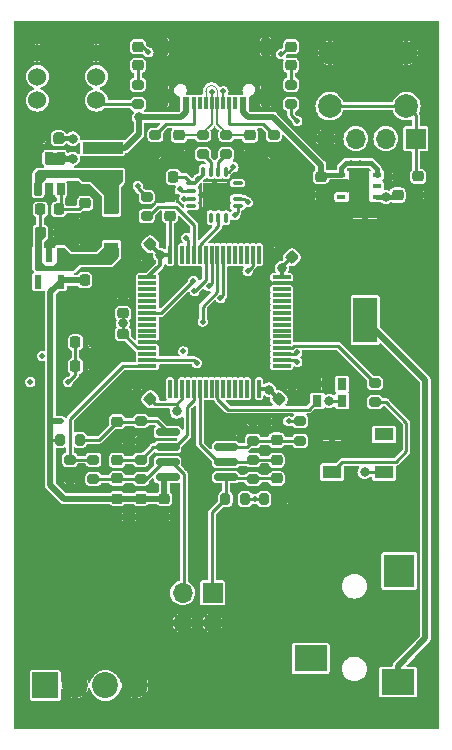
<source format=gtl>
G04 #@! TF.GenerationSoftware,KiCad,Pcbnew,(7.0.0-rc1-56-g82a1175d72)*
G04 #@! TF.CreationDate,2023-01-28T19:42:39+01:00*
G04 #@! TF.ProjectId,Signal Generator,5369676e-616c-4204-9765-6e657261746f,0*
G04 #@! TF.SameCoordinates,Original*
G04 #@! TF.FileFunction,Copper,L1,Top*
G04 #@! TF.FilePolarity,Positive*
%FSLAX46Y46*%
G04 Gerber Fmt 4.6, Leading zero omitted, Abs format (unit mm)*
G04 Created by KiCad (PCBNEW (7.0.0-rc1-56-g82a1175d72)) date 2023-01-28 19:42:39*
%MOMM*%
%LPD*%
G01*
G04 APERTURE LIST*
G04 Aperture macros list*
%AMRoundRect*
0 Rectangle with rounded corners*
0 $1 Rounding radius*
0 $2 $3 $4 $5 $6 $7 $8 $9 X,Y pos of 4 corners*
0 Add a 4 corners polygon primitive as box body*
4,1,4,$2,$3,$4,$5,$6,$7,$8,$9,$2,$3,0*
0 Add four circle primitives for the rounded corners*
1,1,$1+$1,$2,$3*
1,1,$1+$1,$4,$5*
1,1,$1+$1,$6,$7*
1,1,$1+$1,$8,$9*
0 Add four rect primitives between the rounded corners*
20,1,$1+$1,$2,$3,$4,$5,0*
20,1,$1+$1,$4,$5,$6,$7,0*
20,1,$1+$1,$6,$7,$8,$9,0*
20,1,$1+$1,$8,$9,$2,$3,0*%
G04 Aperture macros list end*
G04 #@! TA.AperFunction,SMDPad,CuDef*
%ADD10RoundRect,0.218750X-0.256250X0.218750X-0.256250X-0.218750X0.256250X-0.218750X0.256250X0.218750X0*%
G04 #@! TD*
G04 #@! TA.AperFunction,SMDPad,CuDef*
%ADD11RoundRect,0.225000X-0.250000X0.225000X-0.250000X-0.225000X0.250000X-0.225000X0.250000X0.225000X0*%
G04 #@! TD*
G04 #@! TA.AperFunction,SMDPad,CuDef*
%ADD12RoundRect,0.075000X0.350000X0.075000X-0.350000X0.075000X-0.350000X-0.075000X0.350000X-0.075000X0*%
G04 #@! TD*
G04 #@! TA.AperFunction,SMDPad,CuDef*
%ADD13RoundRect,0.075000X0.075000X0.350000X-0.075000X0.350000X-0.075000X-0.350000X0.075000X-0.350000X0*%
G04 #@! TD*
G04 #@! TA.AperFunction,SMDPad,CuDef*
%ADD14R,2.100000X2.100000*%
G04 #@! TD*
G04 #@! TA.AperFunction,SMDPad,CuDef*
%ADD15RoundRect,0.200000X-0.200000X-0.275000X0.200000X-0.275000X0.200000X0.275000X-0.200000X0.275000X0*%
G04 #@! TD*
G04 #@! TA.AperFunction,SMDPad,CuDef*
%ADD16RoundRect,0.225000X-0.225000X-0.250000X0.225000X-0.250000X0.225000X0.250000X-0.225000X0.250000X0*%
G04 #@! TD*
G04 #@! TA.AperFunction,SMDPad,CuDef*
%ADD17RoundRect,0.050000X0.250000X0.500000X-0.250000X0.500000X-0.250000X-0.500000X0.250000X-0.500000X0*%
G04 #@! TD*
G04 #@! TA.AperFunction,SMDPad,CuDef*
%ADD18RoundRect,0.225000X0.250000X-0.225000X0.250000X0.225000X-0.250000X0.225000X-0.250000X-0.225000X0*%
G04 #@! TD*
G04 #@! TA.AperFunction,SMDPad,CuDef*
%ADD19RoundRect,0.200000X-0.275000X0.200000X-0.275000X-0.200000X0.275000X-0.200000X0.275000X0.200000X0*%
G04 #@! TD*
G04 #@! TA.AperFunction,SMDPad,CuDef*
%ADD20RoundRect,0.225000X0.225000X0.250000X-0.225000X0.250000X-0.225000X-0.250000X0.225000X-0.250000X0*%
G04 #@! TD*
G04 #@! TA.AperFunction,SMDPad,CuDef*
%ADD21R,3.400000X0.980000*%
G04 #@! TD*
G04 #@! TA.AperFunction,SMDPad,CuDef*
%ADD22R,0.600000X1.030000*%
G04 #@! TD*
G04 #@! TA.AperFunction,SMDPad,CuDef*
%ADD23R,0.300000X1.030000*%
G04 #@! TD*
G04 #@! TA.AperFunction,ComponentPad*
%ADD24O,1.000000X2.100000*%
G04 #@! TD*
G04 #@! TA.AperFunction,ComponentPad*
%ADD25O,1.000000X1.800000*%
G04 #@! TD*
G04 #@! TA.AperFunction,SMDPad,CuDef*
%ADD26RoundRect,0.200000X0.275000X-0.200000X0.275000X0.200000X-0.275000X0.200000X-0.275000X-0.200000X0*%
G04 #@! TD*
G04 #@! TA.AperFunction,SMDPad,CuDef*
%ADD27R,2.050000X3.800000*%
G04 #@! TD*
G04 #@! TA.AperFunction,SMDPad,CuDef*
%ADD28RoundRect,0.200000X0.200000X0.275000X-0.200000X0.275000X-0.200000X-0.275000X0.200000X-0.275000X0*%
G04 #@! TD*
G04 #@! TA.AperFunction,SMDPad,CuDef*
%ADD29RoundRect,0.225000X0.017678X-0.335876X0.335876X-0.017678X-0.017678X0.335876X-0.335876X0.017678X0*%
G04 #@! TD*
G04 #@! TA.AperFunction,SMDPad,CuDef*
%ADD30R,0.600000X1.200000*%
G04 #@! TD*
G04 #@! TA.AperFunction,SMDPad,CuDef*
%ADD31R,1.220000X0.910000*%
G04 #@! TD*
G04 #@! TA.AperFunction,SMDPad,CuDef*
%ADD32R,2.800000X2.200000*%
G04 #@! TD*
G04 #@! TA.AperFunction,SMDPad,CuDef*
%ADD33R,2.600000X2.800000*%
G04 #@! TD*
G04 #@! TA.AperFunction,SMDPad,CuDef*
%ADD34R,0.800000X0.400000*%
G04 #@! TD*
G04 #@! TA.AperFunction,SMDPad,CuDef*
%ADD35R,1.750000X2.500000*%
G04 #@! TD*
G04 #@! TA.AperFunction,SMDPad,CuDef*
%ADD36RoundRect,0.225000X-0.017678X0.335876X-0.335876X0.017678X0.017678X-0.335876X0.335876X-0.017678X0*%
G04 #@! TD*
G04 #@! TA.AperFunction,SMDPad,CuDef*
%ADD37RoundRect,0.150000X0.825000X0.150000X-0.825000X0.150000X-0.825000X-0.150000X0.825000X-0.150000X0*%
G04 #@! TD*
G04 #@! TA.AperFunction,SMDPad,CuDef*
%ADD38RoundRect,0.075000X-0.700000X-0.075000X0.700000X-0.075000X0.700000X0.075000X-0.700000X0.075000X0*%
G04 #@! TD*
G04 #@! TA.AperFunction,SMDPad,CuDef*
%ADD39RoundRect,0.075000X-0.075000X-0.700000X0.075000X-0.700000X0.075000X0.700000X-0.075000X0.700000X0*%
G04 #@! TD*
G04 #@! TA.AperFunction,ComponentPad*
%ADD40R,1.700000X1.700000*%
G04 #@! TD*
G04 #@! TA.AperFunction,ComponentPad*
%ADD41O,1.700000X1.700000*%
G04 #@! TD*
G04 #@! TA.AperFunction,ComponentPad*
%ADD42C,2.000000*%
G04 #@! TD*
G04 #@! TA.AperFunction,ComponentPad*
%ADD43R,2.200000X2.200000*%
G04 #@! TD*
G04 #@! TA.AperFunction,ComponentPad*
%ADD44C,2.200000*%
G04 #@! TD*
G04 #@! TA.AperFunction,SMDPad,CuDef*
%ADD45R,0.800000X1.000000*%
G04 #@! TD*
G04 #@! TA.AperFunction,SMDPad,CuDef*
%ADD46R,1.600000X1.100000*%
G04 #@! TD*
G04 #@! TA.AperFunction,ComponentPad*
%ADD47C,1.524000*%
G04 #@! TD*
G04 #@! TA.AperFunction,SMDPad,CuDef*
%ADD48RoundRect,0.225000X0.335876X0.017678X0.017678X0.335876X-0.335876X-0.017678X-0.017678X-0.335876X0*%
G04 #@! TD*
G04 #@! TA.AperFunction,ViaPad*
%ADD49C,0.460000*%
G04 #@! TD*
G04 #@! TA.AperFunction,ViaPad*
%ADD50C,0.800000*%
G04 #@! TD*
G04 #@! TA.AperFunction,Conductor*
%ADD51C,0.125000*%
G04 #@! TD*
G04 #@! TA.AperFunction,Conductor*
%ADD52C,0.200000*%
G04 #@! TD*
G04 #@! TA.AperFunction,Conductor*
%ADD53C,0.250000*%
G04 #@! TD*
G04 #@! TA.AperFunction,Conductor*
%ADD54C,0.300000*%
G04 #@! TD*
G04 #@! TA.AperFunction,Conductor*
%ADD55C,0.400000*%
G04 #@! TD*
G04 #@! TA.AperFunction,Conductor*
%ADD56C,0.500000*%
G04 #@! TD*
G04 APERTURE END LIST*
D10*
X113500000Y-99712500D03*
X113500000Y-101287500D03*
D11*
X104000000Y-107225000D03*
X104000000Y-108775000D03*
D12*
X108950000Y-113225000D03*
X108950000Y-112575000D03*
X108950000Y-111925000D03*
X108950000Y-111275000D03*
D13*
X107975000Y-110300000D03*
X107325000Y-110300000D03*
X106675000Y-110300000D03*
X106025000Y-110300000D03*
D12*
X105050000Y-111275000D03*
X105050000Y-111925000D03*
X105050000Y-112575000D03*
X105050000Y-113225000D03*
D13*
X106025000Y-114200000D03*
X106675000Y-114200000D03*
X107325000Y-114200000D03*
X107975000Y-114200000D03*
D14*
X106999999Y-112249999D03*
D15*
X107925000Y-138000000D03*
X109575000Y-138000000D03*
D16*
X96000000Y-119475000D03*
X97550000Y-119475000D03*
D17*
X92075000Y-111775000D03*
X93025000Y-111775000D03*
X93975000Y-111775000D03*
X93975000Y-109175000D03*
X93025000Y-109175000D03*
X92075000Y-109175000D03*
D18*
X103250000Y-114025000D03*
X103250000Y-112475000D03*
D19*
X106000000Y-107175000D03*
X106000000Y-108825000D03*
D20*
X103525000Y-110750000D03*
X101975000Y-110750000D03*
D16*
X92250000Y-113500000D03*
X93800000Y-113500000D03*
D21*
X97524999Y-108289999D03*
X97524999Y-110659999D03*
D11*
X98750000Y-134725000D03*
X98750000Y-136275000D03*
D22*
X110199999Y-104514999D03*
X109399999Y-104514999D03*
D23*
X108249999Y-104514999D03*
X107249999Y-104514999D03*
X106749999Y-104514999D03*
X105749999Y-104514999D03*
D22*
X104599999Y-104514999D03*
X103799999Y-104514999D03*
X103799999Y-104514999D03*
X104599999Y-104514999D03*
D23*
X105249999Y-104514999D03*
X106249999Y-104514999D03*
X107749999Y-104514999D03*
X108749999Y-104514999D03*
D22*
X109399999Y-104514999D03*
X110199999Y-104514999D03*
D24*
X111319999Y-103879999D03*
D25*
X111319999Y-99699999D03*
D24*
X102679999Y-103879999D03*
D25*
X102679999Y-99699999D03*
D26*
X96750000Y-136325000D03*
X96750000Y-134675000D03*
D11*
X124250000Y-110700000D03*
X124250000Y-112250000D03*
D26*
X101250000Y-114075000D03*
X101250000Y-112425000D03*
D27*
X119749999Y-122849999D03*
X119749999Y-116149999D03*
D18*
X99250000Y-122300000D03*
X99250000Y-120750000D03*
D28*
X95575000Y-133000000D03*
X93925000Y-133000000D03*
D29*
X112451992Y-129548008D03*
X113548008Y-128451992D03*
D11*
X99250000Y-124000000D03*
X99250000Y-125550000D03*
D15*
X111175000Y-138000000D03*
X112825000Y-138000000D03*
D18*
X112250000Y-133025000D03*
X112250000Y-131475000D03*
D30*
X92074999Y-119624999D03*
X93974999Y-117324999D03*
X93024999Y-117324999D03*
X92074999Y-117324999D03*
X93974999Y-119624999D03*
D19*
X100750000Y-134675000D03*
X100750000Y-136325000D03*
D31*
X98274999Y-116734999D03*
X98274999Y-113464999D03*
D19*
X102000000Y-107175000D03*
X102000000Y-108825000D03*
X110250000Y-131425000D03*
X110250000Y-133075000D03*
X94750000Y-134675000D03*
X94750000Y-136325000D03*
D32*
X115137499Y-151499999D03*
X122537499Y-153499999D03*
D33*
X122637499Y-144099999D03*
D26*
X100500000Y-104575000D03*
X100500000Y-102925000D03*
D11*
X102750000Y-137975000D03*
X102750000Y-139525000D03*
D18*
X122500000Y-112275000D03*
X122500000Y-110725000D03*
D11*
X98750000Y-131475000D03*
X98750000Y-133025000D03*
D16*
X95225000Y-126750000D03*
X96775000Y-126750000D03*
D26*
X114250000Y-133075000D03*
X114250000Y-131425000D03*
D16*
X95225000Y-124750000D03*
X96775000Y-124750000D03*
D34*
X117749999Y-110549999D03*
X117749999Y-111499999D03*
X117749999Y-112449999D03*
X120749999Y-112449999D03*
X120749999Y-111499999D03*
X120749999Y-110549999D03*
D35*
X119249999Y-111499999D03*
D19*
X110250000Y-134675000D03*
X110250000Y-136325000D03*
D26*
X108000000Y-108825000D03*
X108000000Y-107175000D03*
D36*
X101548008Y-116451992D03*
X100451992Y-117548008D03*
D37*
X107975000Y-136155000D03*
X107975000Y-134885000D03*
X107975000Y-133615000D03*
X107975000Y-132345000D03*
X103025000Y-132345000D03*
X103025000Y-133615000D03*
X103025000Y-134885000D03*
X103025000Y-136155000D03*
D38*
X101325000Y-119250000D03*
X101325000Y-119750000D03*
X101325000Y-120250000D03*
X101325000Y-120750000D03*
X101325000Y-121250000D03*
X101325000Y-121750000D03*
X101325000Y-122250000D03*
X101325000Y-122750000D03*
X101325000Y-123250000D03*
X101325000Y-123750000D03*
X101325000Y-124250000D03*
X101325000Y-124750000D03*
X101325000Y-125250000D03*
X101325000Y-125750000D03*
X101325000Y-126250000D03*
X101325000Y-126750000D03*
D39*
X103250000Y-128675000D03*
X103750000Y-128675000D03*
X104250000Y-128675000D03*
X104750000Y-128675000D03*
X105250000Y-128675000D03*
X105750000Y-128675000D03*
X106250000Y-128675000D03*
X106750000Y-128675000D03*
X107250000Y-128675000D03*
X107750000Y-128675000D03*
X108250000Y-128675000D03*
X108750000Y-128675000D03*
X109250000Y-128675000D03*
X109750000Y-128675000D03*
X110250000Y-128675000D03*
X110750000Y-128675000D03*
D38*
X112675000Y-126750000D03*
X112675000Y-126250000D03*
X112675000Y-125750000D03*
X112675000Y-125250000D03*
X112675000Y-124750000D03*
X112675000Y-124250000D03*
X112675000Y-123750000D03*
X112675000Y-123250000D03*
X112675000Y-122750000D03*
X112675000Y-122250000D03*
X112675000Y-121750000D03*
X112675000Y-121250000D03*
X112675000Y-120750000D03*
X112675000Y-120250000D03*
X112675000Y-119750000D03*
X112675000Y-119250000D03*
D39*
X110750000Y-117325000D03*
X110250000Y-117325000D03*
X109750000Y-117325000D03*
X109250000Y-117325000D03*
X108750000Y-117325000D03*
X108250000Y-117325000D03*
X107750000Y-117325000D03*
X107250000Y-117325000D03*
X106750000Y-117325000D03*
X106250000Y-117325000D03*
X105750000Y-117325000D03*
X105250000Y-117325000D03*
X104750000Y-117325000D03*
X104250000Y-117325000D03*
X103750000Y-117325000D03*
X103250000Y-117325000D03*
D16*
X92250000Y-115475000D03*
X93800000Y-115475000D03*
D20*
X93800000Y-107475000D03*
X92250000Y-107475000D03*
D26*
X112000000Y-108825000D03*
X112000000Y-107175000D03*
D10*
X100500000Y-99712500D03*
X100500000Y-101287500D03*
D11*
X110000000Y-107225000D03*
X110000000Y-108775000D03*
X98750000Y-137975000D03*
X98750000Y-139525000D03*
X96025000Y-112975000D03*
X96025000Y-114525000D03*
D19*
X113500000Y-102925000D03*
X113500000Y-104575000D03*
D40*
X106839999Y-145959999D03*
D41*
X106839999Y-148499999D03*
X104299999Y-145959999D03*
X104299999Y-148499999D03*
D42*
X116750000Y-100250000D03*
X123250000Y-100250000D03*
X116750000Y-104750000D03*
X123250000Y-104750000D03*
D11*
X116000000Y-110725000D03*
X116000000Y-112275000D03*
D43*
X92684999Y-153799999D03*
D44*
X95225000Y-153800000D03*
X97765000Y-153800000D03*
X100305000Y-153800000D03*
D45*
X117799999Y-128299999D03*
X115699999Y-128299999D03*
X115699999Y-129699999D03*
X117799999Y-129699999D03*
D11*
X100750000Y-137975000D03*
X100750000Y-139525000D03*
D46*
X116949999Y-132549999D03*
X116949999Y-135749999D03*
X121349999Y-135749999D03*
X121349999Y-132549999D03*
D18*
X96025000Y-117750000D03*
X96025000Y-116200000D03*
D47*
X92000000Y-100250000D03*
X97000000Y-100250000D03*
X92000000Y-102250000D03*
X97000000Y-102250000D03*
X92000000Y-104250000D03*
X97000000Y-104250000D03*
D26*
X100750000Y-133075000D03*
X100750000Y-131425000D03*
D48*
X113548008Y-117548008D03*
X112451992Y-116451992D03*
D19*
X120600000Y-128175000D03*
X120600000Y-129825000D03*
D48*
X101548008Y-129548008D03*
X100451992Y-128451992D03*
D11*
X112250000Y-134725000D03*
X112250000Y-136275000D03*
D40*
X124039999Y-107499999D03*
D41*
X121499999Y-107499999D03*
X118959999Y-107499999D03*
X116419999Y-107499999D03*
D49*
X104357555Y-125500000D03*
X105300000Y-120400000D03*
X99700000Y-133500000D03*
D50*
X103500000Y-118900000D03*
D49*
X103900000Y-123000000D03*
X91400000Y-130300000D03*
X93025000Y-116425000D03*
X97800000Y-133500000D03*
X107600000Y-130800000D03*
D50*
X102800000Y-119600000D03*
D49*
X106500000Y-130800000D03*
X108600000Y-109900000D03*
X112650000Y-100350000D03*
X104425000Y-112575000D03*
X101400000Y-100200000D03*
D50*
X99250000Y-123150000D03*
X116700000Y-129700000D03*
X121500000Y-112450000D03*
X112700000Y-118450000D03*
D49*
X91400000Y-128100000D03*
D50*
X103800000Y-130600000D03*
X111600000Y-128750000D03*
D49*
X94600000Y-128100000D03*
X114000000Y-106000000D03*
D50*
X102400000Y-117350000D03*
D49*
X100500000Y-111500000D03*
X114000000Y-125600000D03*
X118550000Y-109550000D03*
D50*
X95000000Y-107500000D03*
D49*
X104100000Y-111800000D03*
X104600000Y-104500000D03*
X119300000Y-109550000D03*
D50*
X119700000Y-135750000D03*
X95000000Y-109200000D03*
X100600000Y-105700000D03*
D49*
X109400000Y-104500000D03*
X114000000Y-126400000D03*
X109800000Y-112900000D03*
X104600000Y-115900000D03*
X107750000Y-103500000D03*
X106750000Y-103526780D03*
X92400000Y-125900000D03*
X109800000Y-118700000D03*
X108700000Y-114000000D03*
X105600000Y-110900000D03*
X106500000Y-120000000D03*
X107500000Y-121000000D03*
X106000000Y-123000000D03*
D50*
X122637500Y-144000000D03*
X115137500Y-151400000D03*
D49*
X113275000Y-131425000D03*
X94000000Y-131425000D03*
X105200000Y-119542091D03*
X110400000Y-138000000D03*
X105500000Y-126500000D03*
D51*
X106250000Y-104380000D02*
X106250000Y-103500000D01*
X107250000Y-103500000D02*
X107250000Y-104380000D01*
D52*
X108225000Y-107225000D02*
X107250000Y-106250000D01*
X110000000Y-107225000D02*
X108225000Y-107225000D01*
X107250000Y-106250000D02*
X107250000Y-104455000D01*
D51*
X106750000Y-103000000D02*
G75*
G03*
X106250000Y-103500000I0J-500000D01*
G01*
X107250000Y-103500000D02*
G75*
G03*
X106750000Y-103000000I-500000J0D01*
G01*
D53*
X105315111Y-120400000D02*
X105300000Y-120400000D01*
X106250000Y-119465111D02*
X105315111Y-120400000D01*
X106250000Y-117325000D02*
X106250000Y-119465111D01*
X93025000Y-116425000D02*
X93025000Y-117325000D01*
X110685000Y-104515000D02*
X111320000Y-103880000D01*
X103315000Y-104515000D02*
X102680000Y-103880000D01*
X103800000Y-104515000D02*
X103315000Y-104515000D01*
X110200000Y-104515000D02*
X110685000Y-104515000D01*
X108200000Y-110300000D02*
X108600000Y-109900000D01*
X112650000Y-100350000D02*
X113287500Y-99712500D01*
X107975000Y-110300000D02*
X108200000Y-110300000D01*
X113287500Y-99712500D02*
X113500000Y-99712500D01*
X107975000Y-133615000D02*
X109710000Y-133615000D01*
X112200000Y-133075000D02*
X112250000Y-133025000D01*
X110250000Y-133075000D02*
X112200000Y-133075000D01*
X114250000Y-133075000D02*
X112300000Y-133075000D01*
X112300000Y-133075000D02*
X112250000Y-133025000D01*
X109710000Y-133615000D02*
X110250000Y-133075000D01*
X100750000Y-131425000D02*
X102105000Y-131425000D01*
X102105000Y-131425000D02*
X103025000Y-132345000D01*
X95575000Y-133000000D02*
X97225000Y-133000000D01*
X97225000Y-133000000D02*
X98750000Y-131475000D01*
X98750000Y-131475000D02*
X100700000Y-131475000D01*
X100700000Y-131475000D02*
X100750000Y-131425000D01*
X100912500Y-99712500D02*
X100500000Y-99712500D01*
X104425000Y-112575000D02*
X105050000Y-112575000D01*
X101400000Y-100200000D02*
X100912500Y-99712500D01*
X117825000Y-134875000D02*
X116950000Y-135750000D01*
X120600000Y-129825000D02*
X121525000Y-129825000D01*
X123250000Y-131550000D02*
X123250000Y-133950000D01*
X122325000Y-134875000D02*
X117825000Y-134875000D01*
X121525000Y-129825000D02*
X123250000Y-131550000D01*
X123250000Y-133950000D02*
X122325000Y-134875000D01*
X114966116Y-130433884D02*
X115700000Y-129700000D01*
X107250000Y-128675000D02*
X107250000Y-129515685D01*
X108168199Y-130433884D02*
X114966116Y-130433884D01*
X107250000Y-129515685D02*
X108168199Y-130433884D01*
X106675000Y-109500000D02*
X106675000Y-110300000D01*
X106000000Y-108825000D02*
X106675000Y-109500000D01*
D54*
X101548008Y-116451992D02*
X102421016Y-117325000D01*
D53*
X97325000Y-104575000D02*
X97000000Y-104250000D01*
X95225000Y-127475000D02*
X94600000Y-128100000D01*
X103800000Y-130034315D02*
X103765685Y-130000000D01*
X95225000Y-124750000D02*
X95225000Y-126750000D01*
D54*
X102400000Y-117350000D02*
X102400000Y-118175000D01*
X102400000Y-117300000D02*
X102400000Y-117350000D01*
D53*
X99250000Y-124015685D02*
X100484315Y-125250000D01*
X113500000Y-105500000D02*
X114000000Y-106000000D01*
X99250000Y-124000000D02*
X99250000Y-124015685D01*
X102000000Y-130000000D02*
X101548008Y-129548008D01*
D54*
X111603984Y-128700000D02*
X111600000Y-128700000D01*
X112675000Y-118475000D02*
X112700000Y-118450000D01*
X112675000Y-118421016D02*
X112696016Y-118400000D01*
X112700000Y-118396016D02*
X113548008Y-117548008D01*
D53*
X113500000Y-104575000D02*
X113500000Y-105500000D01*
X99250000Y-122300000D02*
X99250000Y-123150000D01*
D54*
X112675000Y-119250000D02*
X112675000Y-118475000D01*
D55*
X121500000Y-112450000D02*
X122325000Y-112450000D01*
D54*
X112700000Y-118450000D02*
X112675000Y-118425000D01*
X102421016Y-117325000D02*
X103250000Y-117325000D01*
X102396016Y-117300000D02*
X102400000Y-117300000D01*
D53*
X104250000Y-128675000D02*
X104250000Y-129515685D01*
D55*
X120750000Y-112450000D02*
X121500000Y-112450000D01*
D54*
X111600000Y-128696016D02*
X111603984Y-128700000D01*
D55*
X122325000Y-112450000D02*
X122500000Y-112275000D01*
D54*
X112451992Y-129548008D02*
X111653984Y-128750000D01*
X111578984Y-128675000D02*
X110750000Y-128675000D01*
X111600000Y-128696016D02*
X111578984Y-128675000D01*
D53*
X100500000Y-104575000D02*
X97325000Y-104575000D01*
X99250000Y-123150000D02*
X99250000Y-124000000D01*
D54*
X111600000Y-128750000D02*
X111600000Y-128696016D01*
X102400000Y-118175000D02*
X101325000Y-119250000D01*
D53*
X103250000Y-114025000D02*
X103250000Y-117325000D01*
D54*
X101548008Y-116451992D02*
X102396016Y-117300000D01*
X112696016Y-118400000D02*
X112700000Y-118400000D01*
X111600000Y-128700000D02*
X111600000Y-128696016D01*
X112675000Y-118425000D02*
X112675000Y-118421016D01*
D53*
X103800000Y-130600000D02*
X103800000Y-130034315D01*
D54*
X111653984Y-128750000D02*
X111600000Y-128750000D01*
D53*
X100484315Y-125250000D02*
X101325000Y-125250000D01*
X95225000Y-126750000D02*
X95225000Y-127475000D01*
X103765685Y-130000000D02*
X102000000Y-130000000D01*
X104250000Y-129515685D02*
X103765685Y-130000000D01*
D54*
X112700000Y-118400000D02*
X112700000Y-118396016D01*
D53*
X117800000Y-129700000D02*
X116700000Y-129700000D01*
X108000000Y-108825000D02*
X107325000Y-109500000D01*
X107325000Y-109500000D02*
X107325000Y-110300000D01*
X100500000Y-111675000D02*
X101250000Y-112425000D01*
X100500000Y-111500000D02*
X100500000Y-111675000D01*
X112675000Y-125750000D02*
X113850000Y-125750000D01*
X113850000Y-125750000D02*
X114000000Y-125600000D01*
X121350000Y-135750000D02*
X119700000Y-135750000D01*
D55*
X120750000Y-110075000D02*
X120750000Y-110550000D01*
D56*
X116000000Y-109725000D02*
X116000000Y-110725000D01*
X99410000Y-108290000D02*
X97525000Y-108290000D01*
D53*
X104225000Y-111925000D02*
X104100000Y-111800000D01*
D56*
X100600000Y-105700000D02*
X100600000Y-107100000D01*
D55*
X117750000Y-110550000D02*
X116175000Y-110550000D01*
D56*
X104600000Y-105280000D02*
X104600000Y-104515000D01*
X104180000Y-105700000D02*
X104600000Y-105280000D01*
D55*
X116175000Y-110550000D02*
X116000000Y-110725000D01*
D56*
X109820000Y-105700000D02*
X111975000Y-105700000D01*
D53*
X105050000Y-111925000D02*
X104225000Y-111925000D01*
D56*
X109400000Y-105280000D02*
X109820000Y-105700000D01*
X100600000Y-105700000D02*
X104180000Y-105700000D01*
D55*
X117750000Y-109950000D02*
X118150000Y-109550000D01*
D56*
X111975000Y-105700000D02*
X116000000Y-109725000D01*
X109400000Y-104500000D02*
X109400000Y-105280000D01*
D55*
X117750000Y-110550000D02*
X117750000Y-109950000D01*
X118150000Y-109550000D02*
X118550000Y-109550000D01*
X120225000Y-109550000D02*
X120750000Y-110075000D01*
X118550000Y-109550000D02*
X119300000Y-109550000D01*
X119300000Y-109550000D02*
X120225000Y-109550000D01*
D56*
X100600000Y-107100000D02*
X99410000Y-108290000D01*
D53*
X114000000Y-126400000D02*
X113850000Y-126250000D01*
X113850000Y-126250000D02*
X112675000Y-126250000D01*
X105750000Y-117325000D02*
X105750000Y-116484315D01*
X107325000Y-114909315D02*
X107325000Y-114200000D01*
X105750000Y-116484315D02*
X107325000Y-114909315D01*
X104750000Y-116050000D02*
X104750000Y-117325000D01*
X109475000Y-112575000D02*
X108950000Y-112575000D01*
X109800000Y-112900000D02*
X109475000Y-112575000D01*
X104600000Y-115900000D02*
X104750000Y-116050000D01*
D52*
X107750000Y-103500000D02*
X107750000Y-104380000D01*
X105775000Y-107225000D02*
X106750000Y-106250000D01*
X104000000Y-107225000D02*
X105775000Y-107225000D01*
X106750000Y-106250000D02*
X106750000Y-103526780D01*
D53*
X111105000Y-106280000D02*
X112000000Y-107175000D01*
X108250000Y-104455000D02*
X108250000Y-106255000D01*
X108250000Y-106255000D02*
X108275000Y-106280000D01*
X108275000Y-106280000D02*
X111105000Y-106280000D01*
X102895000Y-106280000D02*
X102000000Y-107175000D01*
X105250000Y-106255000D02*
X105225000Y-106280000D01*
X105225000Y-106280000D02*
X102895000Y-106280000D01*
X105250000Y-104455000D02*
X105250000Y-106255000D01*
X109800000Y-118700000D02*
X110250000Y-118250000D01*
X110250000Y-118250000D02*
X110250000Y-117325000D01*
X103525000Y-110750000D02*
X104525000Y-110750000D01*
X108700000Y-114000000D02*
X108950000Y-113750000D01*
X105637500Y-110900000D02*
X105600000Y-110900000D01*
X104525000Y-110750000D02*
X105050000Y-111275000D01*
X105600000Y-110900000D02*
X105600000Y-110937500D01*
X106025000Y-110512500D02*
X105637500Y-110900000D01*
X108950000Y-113750000D02*
X108950000Y-113225000D01*
X105600000Y-110937500D02*
X105262500Y-111275000D01*
X105262500Y-111275000D02*
X105050000Y-111275000D01*
X106025000Y-110300000D02*
X106025000Y-110512500D01*
X106750000Y-119750000D02*
X106500000Y-120000000D01*
X106750000Y-117325000D02*
X106750000Y-119750000D01*
X107750000Y-120750000D02*
X107500000Y-121000000D01*
X107750000Y-117325000D02*
X107750000Y-120750000D01*
X107250000Y-120465111D02*
X107250000Y-117325000D01*
X106000000Y-123000000D02*
X106000000Y-121715111D01*
X106000000Y-121715111D02*
X107250000Y-120465111D01*
X106775000Y-139150000D02*
X106775000Y-145895000D01*
X108095000Y-136275000D02*
X107975000Y-136155000D01*
X107975000Y-136155000D02*
X107975000Y-137950000D01*
X112250000Y-136275000D02*
X108095000Y-136275000D01*
X107925000Y-138000000D02*
X106775000Y-139150000D01*
X106775000Y-145895000D02*
X106840000Y-145960000D01*
X107975000Y-137950000D02*
X107925000Y-138000000D01*
X105750000Y-133350000D02*
X107285000Y-134885000D01*
X105750000Y-128675000D02*
X105750000Y-133350000D01*
X107285000Y-134885000D02*
X107975000Y-134885000D01*
X107975000Y-134885000D02*
X110040000Y-134885000D01*
X110250000Y-134675000D02*
X112200000Y-134675000D01*
X112200000Y-134675000D02*
X112250000Y-134725000D01*
X110040000Y-134885000D02*
X110250000Y-134675000D01*
X105250000Y-129650000D02*
X105250000Y-128675000D01*
X104700000Y-130200000D02*
X105250000Y-129650000D01*
X103025000Y-133615000D02*
X103685000Y-133615000D01*
X100750000Y-134675000D02*
X101810000Y-133615000D01*
X101810000Y-133615000D02*
X103025000Y-133615000D01*
X104700000Y-132600000D02*
X104700000Y-130200000D01*
X98750000Y-134725000D02*
X100700000Y-134725000D01*
X103685000Y-133615000D02*
X104700000Y-132600000D01*
X100700000Y-134725000D02*
X100750000Y-134675000D01*
X103401751Y-134885000D02*
X104400000Y-135883249D01*
X104400000Y-145860000D02*
X104300000Y-145960000D01*
X96750000Y-136325000D02*
X101175000Y-136325000D01*
X102615000Y-134885000D02*
X103025000Y-134885000D01*
X103025000Y-134885000D02*
X103401751Y-134885000D01*
X101175000Y-136325000D02*
X102615000Y-134885000D01*
X104400000Y-135883249D02*
X104400000Y-145860000D01*
X113275000Y-131425000D02*
X114250000Y-131425000D01*
D56*
X98750000Y-137975000D02*
X100750000Y-137975000D01*
X93100000Y-133000000D02*
X93100000Y-136850000D01*
X95975000Y-119500000D02*
X96000000Y-119475000D01*
X93975000Y-119625000D02*
X93100000Y-120500000D01*
X93975000Y-119625000D02*
X94100000Y-119500000D01*
X93100000Y-131425000D02*
X94000000Y-131425000D01*
X93100000Y-120500000D02*
X93100000Y-131500000D01*
X94100000Y-119500000D02*
X95975000Y-119500000D01*
X93100000Y-131500000D02*
X93100000Y-133000000D01*
X102750000Y-136430000D02*
X103025000Y-136155000D01*
X102750000Y-137975000D02*
X102750000Y-136430000D01*
D53*
X93925000Y-133000000D02*
X93100000Y-133000000D01*
D56*
X94225000Y-137975000D02*
X98750000Y-137975000D01*
X100750000Y-137975000D02*
X102750000Y-137975000D01*
X93100000Y-136850000D02*
X94225000Y-137975000D01*
D53*
X124040000Y-107500000D02*
X124040000Y-105540000D01*
X123250000Y-104750000D02*
X116750000Y-104750000D01*
X124040000Y-110490000D02*
X124250000Y-110700000D01*
X102492091Y-122250000D02*
X101325000Y-122250000D01*
X124040000Y-105540000D02*
X123250000Y-104750000D01*
X124040000Y-107500000D02*
X124040000Y-110490000D01*
X105200000Y-119542091D02*
X102492091Y-122250000D01*
X100500000Y-101287500D02*
X100500000Y-102925000D01*
X113500000Y-101287500D02*
X113500000Y-102925000D01*
X105500000Y-126500000D02*
X105250000Y-126250000D01*
X110400000Y-138000000D02*
X111175000Y-138000000D01*
X109575000Y-138000000D02*
X110400000Y-138000000D01*
X105250000Y-126250000D02*
X101325000Y-126250000D01*
X99250000Y-126750000D02*
X101325000Y-126750000D01*
X94750000Y-134675000D02*
X94750000Y-131250000D01*
X94750000Y-131250000D02*
X99250000Y-126750000D01*
X94750000Y-134675000D02*
X96750000Y-134675000D01*
X102250000Y-113250000D02*
X103727817Y-113250000D01*
X105250000Y-114772183D02*
X105250000Y-117325000D01*
X101425000Y-114075000D02*
X102250000Y-113250000D01*
X103727817Y-113250000D02*
X105250000Y-114772183D01*
X101250000Y-114075000D02*
X101425000Y-114075000D01*
X92250000Y-113500000D02*
X92250000Y-115475000D01*
X93800000Y-113500000D02*
X95500000Y-113500000D01*
X93975000Y-111775000D02*
X93975000Y-113325000D01*
X95500000Y-113500000D02*
X96025000Y-112975000D01*
X93975000Y-113325000D02*
X93800000Y-113500000D01*
X112675000Y-125250000D02*
X113565111Y-125250000D01*
X113770111Y-125045000D02*
X117470000Y-125045000D01*
X117470000Y-125045000D02*
X120600000Y-128175000D01*
X113565111Y-125250000D02*
X113770111Y-125045000D01*
D56*
X119750000Y-122850000D02*
X124850000Y-127950000D01*
X124850000Y-127950000D02*
X124850000Y-149800000D01*
X122537500Y-152112500D02*
X122537500Y-153500000D01*
X124850000Y-149800000D02*
X122537500Y-152112500D01*
G04 #@! TA.AperFunction,Conductor*
G36*
X99175500Y-110188263D02*
G01*
X99211737Y-110224500D01*
X99225000Y-110274000D01*
X99225000Y-111108992D01*
X99217464Y-111146878D01*
X99196004Y-111178996D01*
X98881891Y-111493108D01*
X98881888Y-111493111D01*
X98875000Y-111500000D01*
X98875000Y-111509752D01*
X98875000Y-113776000D01*
X98861737Y-113825500D01*
X98825500Y-113861737D01*
X98776000Y-113875000D01*
X97774000Y-113875000D01*
X97724500Y-113861737D01*
X97688263Y-113825500D01*
X97675000Y-113776000D01*
X97675000Y-112309752D01*
X97675000Y-112300000D01*
X96525000Y-111150000D01*
X96515248Y-111150000D01*
X95866008Y-111150000D01*
X95828122Y-111142464D01*
X95796004Y-111121004D01*
X95556891Y-110881891D01*
X95550000Y-110875000D01*
X95540248Y-110875000D01*
X92734752Y-110875000D01*
X92725000Y-110875000D01*
X92718111Y-110881888D01*
X92718108Y-110881891D01*
X92381891Y-111218108D01*
X92381888Y-111218111D01*
X92375000Y-111225000D01*
X92375000Y-111234752D01*
X92375000Y-112226000D01*
X92361737Y-112275500D01*
X92325500Y-112311737D01*
X92276000Y-112325000D01*
X91874000Y-112325000D01*
X91824500Y-112311737D01*
X91788263Y-112275500D01*
X91775000Y-112226000D01*
X91775000Y-110466008D01*
X91782536Y-110428122D01*
X91803996Y-110396004D01*
X91996004Y-110203996D01*
X92028122Y-110182536D01*
X92066008Y-110175000D01*
X99126000Y-110175000D01*
X99175500Y-110188263D01*
G37*
G04 #@! TD.AperFunction*
G04 #@! TA.AperFunction,Conductor*
G36*
X92650500Y-115013263D02*
G01*
X92686737Y-115049500D01*
X92700000Y-115099000D01*
X92700000Y-115783992D01*
X92692464Y-115821878D01*
X92671004Y-115853996D01*
X92381891Y-116143108D01*
X92381888Y-116143111D01*
X92375000Y-116150000D01*
X92375000Y-116725000D01*
X91786837Y-116725000D01*
X91791684Y-116709022D01*
X91793104Y-116706895D01*
X91800000Y-116700000D01*
X91800000Y-115099000D01*
X91813263Y-115049500D01*
X91849500Y-115013263D01*
X91899000Y-115000000D01*
X92601000Y-115000000D01*
X92650500Y-115013263D01*
G37*
G04 #@! TD.AperFunction*
G04 #@! TA.AperFunction,Conductor*
G36*
X98825500Y-116688263D02*
G01*
X98861737Y-116724500D01*
X98875000Y-116774000D01*
X98875000Y-117508992D01*
X98867464Y-117546878D01*
X98846004Y-117578996D01*
X98253996Y-118171004D01*
X98221878Y-118192464D01*
X98183992Y-118200000D01*
X95550000Y-118200000D01*
X95543111Y-118206888D01*
X95543108Y-118206891D01*
X95053996Y-118696004D01*
X95021878Y-118717464D01*
X94983992Y-118725000D01*
X92066008Y-118725000D01*
X92028122Y-118717464D01*
X91996004Y-118696004D01*
X91803996Y-118503996D01*
X91782536Y-118471878D01*
X91775000Y-118433992D01*
X91775000Y-116764023D01*
X91786837Y-116725000D01*
X92375000Y-116725000D01*
X92375000Y-117925000D01*
X92725000Y-118275000D01*
X92734752Y-118275000D01*
X93315248Y-118275000D01*
X93325000Y-118275000D01*
X93675000Y-117925000D01*
X93675000Y-116824000D01*
X93688263Y-116774500D01*
X93724500Y-116738263D01*
X93774000Y-116725000D01*
X94233992Y-116725000D01*
X94271878Y-116732536D01*
X94303996Y-116753996D01*
X94850000Y-117300000D01*
X94859752Y-117300000D01*
X97040248Y-117300000D01*
X97050000Y-117300000D01*
X97646004Y-116703995D01*
X97678122Y-116682536D01*
X97716008Y-116675000D01*
X98776000Y-116675000D01*
X98825500Y-116688263D01*
G37*
G04 #@! TD.AperFunction*
G04 #@! TA.AperFunction,Conductor*
G36*
X93313620Y-108646684D02*
G01*
X93327795Y-108656155D01*
X93327800Y-108656158D01*
X93330831Y-108658183D01*
X93385347Y-108683967D01*
X93440348Y-108700651D01*
X93500000Y-108709499D01*
X93559652Y-108700651D01*
X93614653Y-108683967D01*
X93669169Y-108658183D01*
X93686378Y-108646683D01*
X93741379Y-108630000D01*
X94182963Y-108630000D01*
X94227174Y-108640420D01*
X94262078Y-108669486D01*
X94280328Y-108711081D01*
X94282649Y-108723696D01*
X94282651Y-108723704D01*
X94283465Y-108728125D01*
X94285066Y-108732328D01*
X94285068Y-108732334D01*
X94299278Y-108769630D01*
X94301958Y-108776665D01*
X94327932Y-108824557D01*
X94365578Y-108863939D01*
X94406197Y-108896451D01*
X94452867Y-108924557D01*
X94505282Y-108939411D01*
X94556779Y-108946837D01*
X94611257Y-108947396D01*
X94663968Y-108933620D01*
X94712119Y-108913907D01*
X94759360Y-108886762D01*
X94790454Y-108862902D01*
X94812829Y-108849982D01*
X94884848Y-108820151D01*
X94909800Y-108813465D01*
X94987079Y-108803292D01*
X95012920Y-108803292D01*
X95025158Y-108804903D01*
X95090196Y-108813465D01*
X95115152Y-108820151D01*
X95187166Y-108849981D01*
X95209545Y-108862902D01*
X95274539Y-108912773D01*
X95283772Y-108921315D01*
X95283923Y-108921157D01*
X95283924Y-108921158D01*
X95309157Y-108945182D01*
X95337927Y-108997248D01*
X95331664Y-109056404D01*
X95292628Y-109101291D01*
X94727525Y-109447644D01*
X94689399Y-109461296D01*
X94648997Y-109458541D01*
X94617334Y-109449639D01*
X94617331Y-109449638D01*
X94611279Y-109447937D01*
X94604991Y-109447808D01*
X94604989Y-109447808D01*
X94562456Y-109446938D01*
X94562451Y-109446938D01*
X94559314Y-109446874D01*
X94556195Y-109447206D01*
X94556192Y-109447207D01*
X94513027Y-109451814D01*
X94513014Y-109451816D01*
X94509915Y-109452147D01*
X94506866Y-109452870D01*
X94506866Y-109452871D01*
X94465461Y-109462703D01*
X94465456Y-109462704D01*
X94459341Y-109464157D01*
X94453785Y-109467097D01*
X94453781Y-109467099D01*
X94416170Y-109487005D01*
X94416159Y-109487011D01*
X94413398Y-109488473D01*
X94410846Y-109490269D01*
X94410835Y-109490277D01*
X94375350Y-109515269D01*
X94375343Y-109515274D01*
X94372781Y-109517079D01*
X94370466Y-109519193D01*
X94370459Y-109519200D01*
X94339053Y-109547899D01*
X94339048Y-109547903D01*
X94334411Y-109552142D01*
X94330984Y-109557408D01*
X94330981Y-109557413D01*
X94307781Y-109593074D01*
X94307775Y-109593084D01*
X94306067Y-109595710D01*
X94304703Y-109598532D01*
X94304700Y-109598539D01*
X94285822Y-109637621D01*
X94285818Y-109637628D01*
X94284459Y-109640444D01*
X94283466Y-109643408D01*
X94283466Y-109643409D01*
X94278767Y-109657441D01*
X94242721Y-109706354D01*
X94184892Y-109725000D01*
X92824000Y-109725000D01*
X92774500Y-109711737D01*
X92738263Y-109675500D01*
X92725000Y-109626000D01*
X92725000Y-108729000D01*
X92738263Y-108679500D01*
X92774500Y-108643263D01*
X92824000Y-108630000D01*
X93258620Y-108630000D01*
X93313620Y-108646684D01*
G37*
G04 #@! TD.AperFunction*
G04 #@! TA.AperFunction,Conductor*
G36*
X99175500Y-107818263D02*
G01*
X99211737Y-107854500D01*
X99225000Y-107904000D01*
X99225000Y-108676000D01*
X99211737Y-108725500D01*
X99175500Y-108761737D01*
X99126000Y-108775000D01*
X95929000Y-108775000D01*
X95879500Y-108761737D01*
X95843263Y-108725500D01*
X95830000Y-108676000D01*
X95830000Y-107968061D01*
X95830000Y-107964210D01*
X95822966Y-107919324D01*
X95830376Y-107863634D01*
X95866899Y-107820942D01*
X95920773Y-107805000D01*
X99126000Y-107805000D01*
X99175500Y-107818263D01*
G37*
G04 #@! TD.AperFunction*
G04 #@! TA.AperFunction,Conductor*
G36*
X94050000Y-107006217D02*
G01*
X94078347Y-107010706D01*
X94107800Y-107020277D01*
X94141953Y-107037679D01*
X94167012Y-107055884D01*
X94194115Y-107082987D01*
X94212321Y-107108046D01*
X94229598Y-107141954D01*
X94267386Y-107193967D01*
X94310649Y-107237232D01*
X94313792Y-107239516D01*
X94313796Y-107239519D01*
X94337755Y-107256927D01*
X94362663Y-107275025D01*
X94423810Y-107294894D01*
X94484241Y-107304467D01*
X94548536Y-107304469D01*
X94609684Y-107284602D01*
X94663000Y-107257438D01*
X94664237Y-107256409D01*
X94711878Y-107240740D01*
X94762528Y-107251627D01*
X95341183Y-107550288D01*
X95378618Y-107584055D01*
X95394570Y-107631880D01*
X95384902Y-107681360D01*
X95352120Y-107719662D01*
X95330008Y-107734967D01*
X95327223Y-107737617D01*
X95327221Y-107737620D01*
X95283924Y-107778842D01*
X95283774Y-107778684D01*
X95274543Y-107787222D01*
X95238902Y-107814571D01*
X95238901Y-107814571D01*
X95238898Y-107814572D01*
X95209542Y-107837098D01*
X95187162Y-107850019D01*
X95115157Y-107879845D01*
X95090192Y-107886534D01*
X95012920Y-107896706D01*
X94987078Y-107896706D01*
X94909806Y-107886534D01*
X94884841Y-107879845D01*
X94812834Y-107850018D01*
X94790453Y-107837096D01*
X94748624Y-107805000D01*
X94713736Y-107778229D01*
X94703660Y-107769349D01*
X94692312Y-107757889D01*
X94692307Y-107757884D01*
X94690119Y-107755675D01*
X94687673Y-107753760D01*
X94687669Y-107753756D01*
X94653709Y-107727164D01*
X94651252Y-107725240D01*
X94612840Y-107702301D01*
X94612276Y-107701964D01*
X94612273Y-107701962D01*
X94606910Y-107698760D01*
X94600915Y-107696995D01*
X94600913Y-107696994D01*
X94560366Y-107685056D01*
X94560361Y-107685055D01*
X94557366Y-107684173D01*
X94554293Y-107683676D01*
X94554280Y-107683673D01*
X94511713Y-107676789D01*
X94511708Y-107676788D01*
X94508632Y-107676291D01*
X94505530Y-107676184D01*
X94505516Y-107676183D01*
X94463257Y-107674731D01*
X94463253Y-107674731D01*
X94457016Y-107674517D01*
X94450922Y-107675864D01*
X94450918Y-107675865D01*
X94409634Y-107684995D01*
X94409631Y-107684995D01*
X94406587Y-107685669D01*
X94403649Y-107686720D01*
X94403643Y-107686722D01*
X94363046Y-107701249D01*
X94363041Y-107701250D01*
X94360107Y-107702301D01*
X94357326Y-107703711D01*
X94357322Y-107703714D01*
X94319627Y-107722844D01*
X94319625Y-107722845D01*
X94314055Y-107725672D01*
X94309371Y-107729792D01*
X94309364Y-107729798D01*
X94277628Y-107757723D01*
X94275285Y-107759785D01*
X94273221Y-107762122D01*
X94273217Y-107762127D01*
X94244685Y-107794446D01*
X94244676Y-107794457D01*
X94242616Y-107796791D01*
X94240865Y-107799364D01*
X94240860Y-107799372D01*
X94215325Y-107836918D01*
X94215316Y-107836933D01*
X94213569Y-107839502D01*
X94212150Y-107842286D01*
X94210569Y-107844960D01*
X94210267Y-107844781D01*
X94194115Y-107867011D01*
X94167012Y-107894114D01*
X94141953Y-107912319D01*
X94107800Y-107929721D01*
X94078344Y-107939293D01*
X94068367Y-107940873D01*
X94050009Y-107943781D01*
X94034523Y-107945000D01*
X93565477Y-107945000D01*
X93549989Y-107943781D01*
X93521655Y-107939293D01*
X93492198Y-107929721D01*
X93458045Y-107912319D01*
X93432986Y-107894114D01*
X93405884Y-107867012D01*
X93387679Y-107841953D01*
X93370277Y-107807800D01*
X93360706Y-107778347D01*
X93356217Y-107750000D01*
X93355000Y-107734526D01*
X93355000Y-107215474D01*
X93356217Y-107199997D01*
X93360706Y-107171651D01*
X93370277Y-107142198D01*
X93370569Y-107141626D01*
X93387678Y-107108045D01*
X93405881Y-107082989D01*
X93432989Y-107055881D01*
X93458045Y-107037679D01*
X93492198Y-107020277D01*
X93521651Y-107010706D01*
X93549997Y-107006217D01*
X93565474Y-107005000D01*
X94034526Y-107005000D01*
X94050000Y-107006217D01*
G37*
G04 #@! TD.AperFunction*
G04 #@! TA.AperFunction,Conductor*
G36*
X104094504Y-114077013D02*
G01*
X104895504Y-114878013D01*
X104916964Y-114910131D01*
X104924500Y-114948017D01*
X104924500Y-115417120D01*
X104912390Y-115464566D01*
X104879022Y-115500405D01*
X104832561Y-115515868D01*
X104785282Y-115507337D01*
X104780675Y-115504376D01*
X104773879Y-115502380D01*
X104773878Y-115502380D01*
X104668688Y-115471494D01*
X104661897Y-115469500D01*
X104538103Y-115469500D01*
X104531312Y-115471493D01*
X104531311Y-115471494D01*
X104426118Y-115502381D01*
X104426115Y-115502382D01*
X104419325Y-115504376D01*
X104413372Y-115508201D01*
X104413367Y-115508204D01*
X104321139Y-115567475D01*
X104321133Y-115567480D01*
X104315183Y-115571304D01*
X104234116Y-115664861D01*
X104231176Y-115671297D01*
X104231175Y-115671300D01*
X104186799Y-115768471D01*
X104182691Y-115777467D01*
X104181683Y-115784473D01*
X104181682Y-115784479D01*
X104170541Y-115861969D01*
X104165073Y-115900000D01*
X104166081Y-115907011D01*
X104181682Y-116015520D01*
X104181683Y-116015524D01*
X104182691Y-116022533D01*
X104234116Y-116135139D01*
X104277901Y-116185671D01*
X104301073Y-116236411D01*
X104293135Y-116291626D01*
X104256605Y-116333783D01*
X104203083Y-116349500D01*
X104152728Y-116349500D01*
X104152718Y-116349500D01*
X104147868Y-116349501D01*
X104143112Y-116350446D01*
X104143101Y-116350448D01*
X104077068Y-116363582D01*
X104077063Y-116363583D01*
X104067505Y-116365485D01*
X104059401Y-116370899D01*
X104059396Y-116370902D01*
X103984485Y-116420957D01*
X103984482Y-116420959D01*
X103976376Y-116426376D01*
X103970959Y-116434482D01*
X103970957Y-116434485D01*
X103920903Y-116509395D01*
X103920903Y-116509396D01*
X103915485Y-116517505D01*
X103913583Y-116527066D01*
X103913582Y-116527069D01*
X103900447Y-116593103D01*
X103900446Y-116593109D01*
X103899500Y-116597867D01*
X103899500Y-116602724D01*
X103899500Y-116602725D01*
X103899500Y-118047272D01*
X103899500Y-118047282D01*
X103899501Y-118052132D01*
X103900447Y-118056888D01*
X103900448Y-118056898D01*
X103913582Y-118122931D01*
X103913583Y-118122934D01*
X103915485Y-118132495D01*
X103920900Y-118140600D01*
X103920902Y-118140603D01*
X103964395Y-118205693D01*
X103976376Y-118223624D01*
X104067505Y-118284515D01*
X104147867Y-118300500D01*
X104352132Y-118300499D01*
X104432495Y-118284515D01*
X104444994Y-118276162D01*
X104499995Y-118259475D01*
X104555001Y-118276160D01*
X104567505Y-118284515D01*
X104647867Y-118300500D01*
X104852132Y-118300499D01*
X104932495Y-118284515D01*
X104944994Y-118276162D01*
X104999995Y-118259475D01*
X105055001Y-118276160D01*
X105067505Y-118284515D01*
X105147867Y-118300500D01*
X105352132Y-118300499D01*
X105432495Y-118284515D01*
X105444994Y-118276162D01*
X105499995Y-118259475D01*
X105555001Y-118276160D01*
X105567505Y-118284515D01*
X105647867Y-118300500D01*
X105825499Y-118300499D01*
X105875000Y-118313762D01*
X105911236Y-118349999D01*
X105924500Y-118399499D01*
X105924500Y-119289278D01*
X105916964Y-119327164D01*
X105895503Y-119359282D01*
X105783943Y-119470840D01*
X105740130Y-119496309D01*
X105689453Y-119496760D01*
X105645194Y-119472075D01*
X105618949Y-119428722D01*
X105618317Y-119426570D01*
X105617309Y-119419558D01*
X105565884Y-119306952D01*
X105484817Y-119213395D01*
X105478862Y-119209568D01*
X105478860Y-119209566D01*
X105386632Y-119150295D01*
X105386630Y-119150294D01*
X105380675Y-119146467D01*
X105369218Y-119143103D01*
X105268688Y-119113585D01*
X105261897Y-119111591D01*
X105138103Y-119111591D01*
X105131312Y-119113584D01*
X105131311Y-119113585D01*
X105026118Y-119144472D01*
X105026115Y-119144473D01*
X105019325Y-119146467D01*
X105013372Y-119150292D01*
X105013367Y-119150295D01*
X104921139Y-119209566D01*
X104921133Y-119209571D01*
X104915183Y-119213395D01*
X104834116Y-119306952D01*
X104831176Y-119313388D01*
X104831175Y-119313391D01*
X104785630Y-119413120D01*
X104785627Y-119413126D01*
X104782691Y-119419558D01*
X104781684Y-119426559D01*
X104781683Y-119426564D01*
X104774027Y-119479811D01*
X104764563Y-119510035D01*
X104746039Y-119535724D01*
X102469503Y-121812261D01*
X102418813Y-121839355D01*
X102361613Y-121833721D01*
X102317184Y-121797258D01*
X102300499Y-121742257D01*
X102300499Y-121652728D01*
X102300499Y-121652725D01*
X102300499Y-121647868D01*
X102284515Y-121567505D01*
X102276160Y-121555001D01*
X102259475Y-121499995D01*
X102276162Y-121444994D01*
X102284515Y-121432495D01*
X102300500Y-121352133D01*
X102300499Y-121147868D01*
X102284515Y-121067505D01*
X102276160Y-121055001D01*
X102259475Y-120999995D01*
X102276162Y-120944994D01*
X102284515Y-120932495D01*
X102300500Y-120852133D01*
X102300499Y-120647868D01*
X102284515Y-120567505D01*
X102279093Y-120559391D01*
X102276160Y-120555001D01*
X102259475Y-120499995D01*
X102276162Y-120444994D01*
X102284515Y-120432495D01*
X102300500Y-120352133D01*
X102300499Y-120147868D01*
X102284515Y-120067505D01*
X102276161Y-120055003D01*
X102259475Y-120000000D01*
X102276161Y-119944996D01*
X102284515Y-119932495D01*
X102300500Y-119852133D01*
X102300499Y-119647868D01*
X102284515Y-119567505D01*
X102276161Y-119555003D01*
X102259475Y-119500000D01*
X102276161Y-119444996D01*
X102284515Y-119432495D01*
X102300500Y-119352133D01*
X102300499Y-119147868D01*
X102296766Y-119129102D01*
X102286417Y-119077068D01*
X102284515Y-119067505D01*
X102272484Y-119049500D01*
X102246861Y-119011152D01*
X102223624Y-118976376D01*
X102223623Y-118976376D01*
X102223722Y-118976310D01*
X102202000Y-118938685D01*
X102202000Y-118887439D01*
X102227623Y-118843059D01*
X102614879Y-118455802D01*
X102630734Y-118442926D01*
X102640669Y-118436437D01*
X102659458Y-118412295D01*
X102662906Y-118408393D01*
X102662830Y-118408329D01*
X102665473Y-118405208D01*
X102668376Y-118402306D01*
X102679876Y-118386197D01*
X102682263Y-118382995D01*
X102712517Y-118344126D01*
X102714926Y-118337107D01*
X102719240Y-118331066D01*
X102733285Y-118283884D01*
X102734512Y-118280054D01*
X102750500Y-118233488D01*
X102750500Y-118226064D01*
X102752617Y-118218953D01*
X102752277Y-118210753D01*
X102753279Y-118202719D01*
X102777819Y-118148858D01*
X102828703Y-118118624D01*
X102887742Y-118122824D01*
X102933834Y-118159957D01*
X102970956Y-118215513D01*
X102976376Y-118223624D01*
X103067505Y-118284515D01*
X103147867Y-118300500D01*
X103352132Y-118300499D01*
X103432495Y-118284515D01*
X103523624Y-118223624D01*
X103584515Y-118132495D01*
X103600500Y-118052133D01*
X103600499Y-117343593D01*
X103600837Y-117335418D01*
X103601415Y-117328446D01*
X103604132Y-117295656D01*
X103602117Y-117287700D01*
X103601440Y-117279528D01*
X103601811Y-117279497D01*
X103600499Y-117268970D01*
X103600499Y-116602728D01*
X103600499Y-116602725D01*
X103600499Y-116597868D01*
X103584515Y-116517505D01*
X103582011Y-116513758D01*
X103575500Y-116481019D01*
X103575500Y-114749089D01*
X103584060Y-114708820D01*
X103608260Y-114675514D01*
X103633693Y-114660832D01*
X103633126Y-114659719D01*
X103658981Y-114646545D01*
X103753220Y-114598528D01*
X103848528Y-114503220D01*
X103909719Y-114383126D01*
X103925500Y-114283488D01*
X103925500Y-114147017D01*
X103942185Y-114092016D01*
X103986614Y-114055553D01*
X104043814Y-114049919D01*
X104094504Y-114077013D01*
G37*
G04 #@! TD.AperFunction*
G04 #@! TA.AperFunction,Conductor*
G36*
X125950000Y-97513763D02*
G01*
X125986237Y-97550000D01*
X125999500Y-97599500D01*
X125999500Y-157400500D01*
X125986237Y-157450000D01*
X125950000Y-157486237D01*
X125900500Y-157499500D01*
X90099500Y-157499500D01*
X90050000Y-157486237D01*
X90013763Y-157450000D01*
X90000500Y-157400500D01*
X90000500Y-154919748D01*
X91384500Y-154919748D01*
X91396133Y-154978231D01*
X91401550Y-154986338D01*
X91401551Y-154986340D01*
X91435028Y-155036441D01*
X91440448Y-155044552D01*
X91506769Y-155088867D01*
X91565252Y-155100500D01*
X93799890Y-155100500D01*
X93804748Y-155100500D01*
X93863231Y-155088867D01*
X93929552Y-155044552D01*
X93973867Y-154978231D01*
X93985500Y-154919748D01*
X93985500Y-154733622D01*
X94649645Y-154733622D01*
X94657043Y-154742124D01*
X94728697Y-154786490D01*
X94736854Y-154790552D01*
X94918411Y-154860887D01*
X94927184Y-154863382D01*
X95118563Y-154899157D01*
X95127653Y-154900000D01*
X95322347Y-154900000D01*
X95331436Y-154899157D01*
X95522815Y-154863382D01*
X95531588Y-154860887D01*
X95713143Y-154790552D01*
X95721308Y-154786487D01*
X95792951Y-154742127D01*
X95800353Y-154733621D01*
X95795097Y-154723650D01*
X95234214Y-154162767D01*
X95225000Y-154157447D01*
X95215785Y-154162767D01*
X94654901Y-154723650D01*
X94649645Y-154733622D01*
X93985500Y-154733622D01*
X93985500Y-154172862D01*
X94001306Y-154119199D01*
X94043677Y-154082671D01*
X94099083Y-154074942D01*
X94149832Y-154098480D01*
X94179721Y-154145769D01*
X94193632Y-154194663D01*
X94196928Y-154203169D01*
X94282639Y-154375300D01*
X94287862Y-154379183D01*
X94297572Y-154373873D01*
X94862232Y-153809214D01*
X94867552Y-153800000D01*
X95582447Y-153800000D01*
X95587767Y-153809214D01*
X96152427Y-154373874D01*
X96162137Y-154379185D01*
X96167358Y-154375305D01*
X96253071Y-154203169D01*
X96256368Y-154194661D01*
X96296306Y-154054293D01*
X96322391Y-154010524D01*
X96366788Y-153985526D01*
X96417739Y-153985918D01*
X96461746Y-154011597D01*
X96487154Y-154055762D01*
X96537142Y-154242323D01*
X96537145Y-154242331D01*
X96538261Y-154246496D01*
X96540086Y-154250410D01*
X96540088Y-154250415D01*
X96632601Y-154448809D01*
X96632604Y-154448815D01*
X96634432Y-154452734D01*
X96636912Y-154456277D01*
X96636914Y-154456279D01*
X96762473Y-154635598D01*
X96762476Y-154635602D01*
X96764953Y-154639139D01*
X96925861Y-154800047D01*
X96929398Y-154802524D01*
X96929401Y-154802526D01*
X97067234Y-154899037D01*
X97112266Y-154930568D01*
X97318504Y-155026739D01*
X97538308Y-155085635D01*
X97765000Y-155105468D01*
X97991692Y-155085635D01*
X98211496Y-155026739D01*
X98417734Y-154930568D01*
X98604139Y-154800047D01*
X98670564Y-154733622D01*
X99729645Y-154733622D01*
X99737043Y-154742124D01*
X99808697Y-154786490D01*
X99816854Y-154790552D01*
X99998411Y-154860887D01*
X100007184Y-154863382D01*
X100198563Y-154899157D01*
X100207653Y-154900000D01*
X100402347Y-154900000D01*
X100411436Y-154899157D01*
X100602815Y-154863382D01*
X100611588Y-154860887D01*
X100793143Y-154790552D01*
X100801308Y-154786487D01*
X100872951Y-154742127D01*
X100880353Y-154733621D01*
X100875097Y-154723650D01*
X100314214Y-154162767D01*
X100305000Y-154157447D01*
X100295785Y-154162767D01*
X99734901Y-154723650D01*
X99729645Y-154733622D01*
X98670564Y-154733622D01*
X98765047Y-154639139D01*
X98895568Y-154452734D01*
X98991739Y-154246496D01*
X99042846Y-154055759D01*
X99068253Y-154011598D01*
X99112260Y-153985918D01*
X99163210Y-153985526D01*
X99207608Y-154010524D01*
X99233693Y-154054292D01*
X99273632Y-154194663D01*
X99276928Y-154203169D01*
X99362639Y-154375300D01*
X99367862Y-154379183D01*
X99377572Y-154373873D01*
X99942232Y-153809214D01*
X99947552Y-153800000D01*
X100662447Y-153800000D01*
X100667767Y-153809214D01*
X101232427Y-154373874D01*
X101242137Y-154379185D01*
X101247358Y-154375305D01*
X101333071Y-154203169D01*
X101336367Y-154194663D01*
X101389651Y-154007386D01*
X101391324Y-153998438D01*
X101409291Y-153804554D01*
X101409291Y-153795446D01*
X101391324Y-153601561D01*
X101389651Y-153592613D01*
X101336367Y-153405336D01*
X101333071Y-153396830D01*
X101247359Y-153224697D01*
X101242137Y-153220815D01*
X101232425Y-153226126D01*
X100667767Y-153790785D01*
X100662447Y-153800000D01*
X99947552Y-153800000D01*
X99942232Y-153790785D01*
X99377574Y-153226127D01*
X99367862Y-153220816D01*
X99362637Y-153224702D01*
X99276928Y-153396830D01*
X99273632Y-153405336D01*
X99233693Y-153545707D01*
X99207607Y-153589475D01*
X99163210Y-153614473D01*
X99112260Y-153614081D01*
X99068253Y-153588401D01*
X99042845Y-153544237D01*
X99037706Y-153525058D01*
X98991739Y-153353504D01*
X98895568Y-153147266D01*
X98785596Y-152990208D01*
X98767526Y-152964401D01*
X98767524Y-152964398D01*
X98765047Y-152960861D01*
X98670563Y-152866377D01*
X99729645Y-152866377D01*
X99734901Y-152876348D01*
X100295785Y-153437232D01*
X100305000Y-153442552D01*
X100314214Y-153437232D01*
X100875097Y-152876348D01*
X100880353Y-152866377D01*
X100872953Y-152857872D01*
X100801305Y-152813511D01*
X100793144Y-152809447D01*
X100611588Y-152739112D01*
X100602815Y-152736617D01*
X100411436Y-152700842D01*
X100402347Y-152700000D01*
X100207653Y-152700000D01*
X100198563Y-152700842D01*
X100007184Y-152736617D01*
X99998411Y-152739112D01*
X99816855Y-152809447D01*
X99808694Y-152813511D01*
X99737047Y-152857872D01*
X99729645Y-152866377D01*
X98670563Y-152866377D01*
X98604139Y-152799953D01*
X98600602Y-152797476D01*
X98600598Y-152797473D01*
X98421279Y-152671914D01*
X98421277Y-152671912D01*
X98417734Y-152669432D01*
X98413815Y-152667604D01*
X98413809Y-152667601D01*
X98311188Y-152619748D01*
X113537000Y-152619748D01*
X113537946Y-152624506D01*
X113537947Y-152624511D01*
X113546730Y-152668666D01*
X113548633Y-152678231D01*
X113554050Y-152686338D01*
X113554051Y-152686340D01*
X113563741Y-152700842D01*
X113592948Y-152744552D01*
X113659269Y-152788867D01*
X113717752Y-152800500D01*
X116552390Y-152800500D01*
X116557248Y-152800500D01*
X116615731Y-152788867D01*
X116682052Y-152744552D01*
X116726367Y-152678231D01*
X116738000Y-152619748D01*
X116738000Y-152400000D01*
X117781917Y-152400000D01*
X117802200Y-152605934D01*
X117803611Y-152610586D01*
X117803612Y-152610590D01*
X117856048Y-152783448D01*
X117862268Y-152803954D01*
X117864562Y-152808246D01*
X117864563Y-152808248D01*
X117957523Y-152982163D01*
X117957525Y-152982166D01*
X117959815Y-152986450D01*
X118091090Y-153146410D01*
X118251050Y-153277685D01*
X118433546Y-153375232D01*
X118631566Y-153435300D01*
X118785892Y-153450500D01*
X118886669Y-153450500D01*
X118889108Y-153450500D01*
X119043434Y-153435300D01*
X119241454Y-153375232D01*
X119423950Y-153277685D01*
X119583910Y-153146410D01*
X119715185Y-152986450D01*
X119812732Y-152803954D01*
X119872800Y-152605934D01*
X119893083Y-152400000D01*
X119872800Y-152194066D01*
X119812732Y-151996046D01*
X119715185Y-151813550D01*
X119583910Y-151653590D01*
X119423950Y-151522315D01*
X119419666Y-151520025D01*
X119419663Y-151520023D01*
X119245748Y-151427063D01*
X119245746Y-151427062D01*
X119241454Y-151424768D01*
X119236793Y-151423354D01*
X119048090Y-151366112D01*
X119048086Y-151366111D01*
X119043434Y-151364700D01*
X119038314Y-151364195D01*
X118891538Y-151349739D01*
X118891531Y-151349738D01*
X118889108Y-151349500D01*
X118785892Y-151349500D01*
X118783469Y-151349738D01*
X118783461Y-151349739D01*
X118636408Y-151364223D01*
X118636407Y-151364223D01*
X118631566Y-151364700D01*
X118626915Y-151366110D01*
X118626909Y-151366112D01*
X118438206Y-151423354D01*
X118438202Y-151423355D01*
X118433546Y-151424768D01*
X118429257Y-151427060D01*
X118429251Y-151427063D01*
X118255336Y-151520023D01*
X118255328Y-151520028D01*
X118251050Y-151522315D01*
X118247296Y-151525394D01*
X118247291Y-151525399D01*
X118094854Y-151650500D01*
X118094848Y-151650505D01*
X118091090Y-151653590D01*
X118088005Y-151657348D01*
X118088000Y-151657354D01*
X117962899Y-151809791D01*
X117962894Y-151809796D01*
X117959815Y-151813550D01*
X117957528Y-151817828D01*
X117957523Y-151817836D01*
X117864563Y-151991751D01*
X117864560Y-151991757D01*
X117862268Y-151996046D01*
X117860855Y-152000702D01*
X117860854Y-152000706D01*
X117803612Y-152189409D01*
X117803610Y-152189415D01*
X117802200Y-152194066D01*
X117801723Y-152198907D01*
X117801723Y-152198908D01*
X117790421Y-152313659D01*
X117781917Y-152400000D01*
X116738000Y-152400000D01*
X116738000Y-150380252D01*
X116726367Y-150321769D01*
X116682052Y-150255448D01*
X116673941Y-150250028D01*
X116623840Y-150216551D01*
X116623838Y-150216550D01*
X116615731Y-150211133D01*
X116606167Y-150209230D01*
X116606166Y-150209230D01*
X116562011Y-150200447D01*
X116562006Y-150200446D01*
X116557248Y-150199500D01*
X113717752Y-150199500D01*
X113712994Y-150200446D01*
X113712988Y-150200447D01*
X113668833Y-150209230D01*
X113668830Y-150209231D01*
X113659269Y-150211133D01*
X113651163Y-150216549D01*
X113651159Y-150216551D01*
X113601058Y-150250028D01*
X113601055Y-150250030D01*
X113592948Y-150255448D01*
X113587530Y-150263555D01*
X113587528Y-150263558D01*
X113554051Y-150313659D01*
X113554049Y-150313663D01*
X113548633Y-150321769D01*
X113546731Y-150331330D01*
X113546730Y-150331333D01*
X113537947Y-150375488D01*
X113537946Y-150375494D01*
X113537000Y-150380252D01*
X113537000Y-152619748D01*
X98311188Y-152619748D01*
X98215415Y-152575088D01*
X98215410Y-152575086D01*
X98211496Y-152573261D01*
X98207331Y-152572145D01*
X98207323Y-152572142D01*
X97995868Y-152515484D01*
X97991692Y-152514365D01*
X97987388Y-152513988D01*
X97987380Y-152513987D01*
X97769309Y-152494909D01*
X97765000Y-152494532D01*
X97760691Y-152494909D01*
X97542619Y-152513987D01*
X97542609Y-152513988D01*
X97538308Y-152514365D01*
X97534133Y-152515483D01*
X97534131Y-152515484D01*
X97322676Y-152572142D01*
X97322664Y-152572146D01*
X97318504Y-152573261D01*
X97314593Y-152575084D01*
X97314584Y-152575088D01*
X97116190Y-152667601D01*
X97116179Y-152667607D01*
X97112266Y-152669432D01*
X97108727Y-152671909D01*
X97108720Y-152671914D01*
X96929401Y-152797473D01*
X96929391Y-152797480D01*
X96925861Y-152799953D01*
X96922813Y-152803000D01*
X96922807Y-152803006D01*
X96768006Y-152957807D01*
X96768000Y-152957813D01*
X96764953Y-152960861D01*
X96762480Y-152964391D01*
X96762473Y-152964401D01*
X96636914Y-153143720D01*
X96636909Y-153143727D01*
X96634432Y-153147266D01*
X96632607Y-153151179D01*
X96632601Y-153151190D01*
X96540088Y-153349584D01*
X96540084Y-153349593D01*
X96538261Y-153353504D01*
X96537145Y-153357668D01*
X96537142Y-153357677D01*
X96487154Y-153544237D01*
X96461746Y-153588402D01*
X96417739Y-153614081D01*
X96366789Y-153614473D01*
X96322391Y-153589475D01*
X96296306Y-153545707D01*
X96256367Y-153405336D01*
X96253071Y-153396830D01*
X96167359Y-153224697D01*
X96162137Y-153220815D01*
X96152425Y-153226126D01*
X95587767Y-153790785D01*
X95582447Y-153800000D01*
X94867552Y-153800000D01*
X94862232Y-153790785D01*
X94297574Y-153226127D01*
X94287862Y-153220816D01*
X94282637Y-153224702D01*
X94196928Y-153396830D01*
X94193632Y-153405336D01*
X94179721Y-153454231D01*
X94149832Y-153501520D01*
X94099083Y-153525058D01*
X94043677Y-153517329D01*
X94001306Y-153480801D01*
X93985500Y-153427138D01*
X93985500Y-152866377D01*
X94649645Y-152866377D01*
X94654901Y-152876348D01*
X95215785Y-153437232D01*
X95225000Y-153442552D01*
X95234214Y-153437232D01*
X95795097Y-152876348D01*
X95800353Y-152866377D01*
X95792953Y-152857872D01*
X95721305Y-152813511D01*
X95713144Y-152809447D01*
X95531588Y-152739112D01*
X95522815Y-152736617D01*
X95331436Y-152700842D01*
X95322347Y-152700000D01*
X95127653Y-152700000D01*
X95118563Y-152700842D01*
X94927184Y-152736617D01*
X94918411Y-152739112D01*
X94736855Y-152809447D01*
X94728694Y-152813511D01*
X94657047Y-152857872D01*
X94649645Y-152866377D01*
X93985500Y-152866377D01*
X93985500Y-152685110D01*
X93985500Y-152680252D01*
X93973867Y-152621769D01*
X93929552Y-152555448D01*
X93921441Y-152550028D01*
X93871340Y-152516551D01*
X93871338Y-152516550D01*
X93863231Y-152511133D01*
X93853667Y-152509230D01*
X93853666Y-152509230D01*
X93809511Y-152500447D01*
X93809506Y-152500446D01*
X93804748Y-152499500D01*
X91565252Y-152499500D01*
X91560494Y-152500446D01*
X91560488Y-152500447D01*
X91516333Y-152509230D01*
X91516330Y-152509231D01*
X91506769Y-152511133D01*
X91498663Y-152516549D01*
X91498659Y-152516551D01*
X91448558Y-152550028D01*
X91448555Y-152550030D01*
X91440448Y-152555448D01*
X91435030Y-152563555D01*
X91435028Y-152563558D01*
X91401551Y-152613659D01*
X91401549Y-152613663D01*
X91396133Y-152621769D01*
X91394231Y-152631330D01*
X91394230Y-152631333D01*
X91385447Y-152675488D01*
X91385446Y-152675494D01*
X91384500Y-152680252D01*
X91384500Y-154919748D01*
X90000500Y-154919748D01*
X90000500Y-148752114D01*
X103490397Y-148752114D01*
X103491107Y-148761143D01*
X103517606Y-148842699D01*
X103521803Y-148852123D01*
X103605954Y-148997876D01*
X103612015Y-149006220D01*
X103724636Y-149131299D01*
X103732304Y-149138203D01*
X103868460Y-149237125D01*
X103877399Y-149242286D01*
X104031149Y-149310740D01*
X104037009Y-149312644D01*
X104046716Y-149311795D01*
X104050000Y-149301055D01*
X104550000Y-149301055D01*
X104553283Y-149311795D01*
X104562990Y-149312644D01*
X104568850Y-149310740D01*
X104722600Y-149242286D01*
X104731539Y-149237125D01*
X104867695Y-149138203D01*
X104875363Y-149131299D01*
X104987984Y-149006220D01*
X104994045Y-148997876D01*
X105078196Y-148852123D01*
X105082393Y-148842699D01*
X105108892Y-148761143D01*
X105109602Y-148752114D01*
X106030397Y-148752114D01*
X106031107Y-148761143D01*
X106057606Y-148842699D01*
X106061803Y-148852123D01*
X106145954Y-148997876D01*
X106152015Y-149006220D01*
X106264636Y-149131299D01*
X106272304Y-149138203D01*
X106408460Y-149237125D01*
X106417399Y-149242286D01*
X106571149Y-149310740D01*
X106577009Y-149312644D01*
X106586716Y-149311795D01*
X106590000Y-149301055D01*
X107090000Y-149301055D01*
X107093283Y-149311795D01*
X107102990Y-149312644D01*
X107108850Y-149310740D01*
X107262600Y-149242286D01*
X107271539Y-149237125D01*
X107407695Y-149138203D01*
X107415363Y-149131299D01*
X107527984Y-149006220D01*
X107534045Y-148997876D01*
X107618196Y-148852123D01*
X107622393Y-148842699D01*
X107648892Y-148761143D01*
X107649602Y-148752114D01*
X107640795Y-148750000D01*
X107103033Y-148750000D01*
X107092754Y-148752754D01*
X107090000Y-148763033D01*
X107090000Y-149301055D01*
X106590000Y-149301055D01*
X106590000Y-148763033D01*
X106587245Y-148752754D01*
X106576967Y-148750000D01*
X106039205Y-148750000D01*
X106030397Y-148752114D01*
X105109602Y-148752114D01*
X105100795Y-148750000D01*
X104563033Y-148750000D01*
X104552754Y-148752754D01*
X104550000Y-148763033D01*
X104550000Y-149301055D01*
X104050000Y-149301055D01*
X104050000Y-148763033D01*
X104047245Y-148752754D01*
X104036967Y-148750000D01*
X103499205Y-148750000D01*
X103490397Y-148752114D01*
X90000500Y-148752114D01*
X90000500Y-148247885D01*
X103490397Y-148247885D01*
X103499205Y-148250000D01*
X104036967Y-148250000D01*
X104047245Y-148247245D01*
X104050000Y-148236967D01*
X104550000Y-148236967D01*
X104552754Y-148247245D01*
X104563033Y-148250000D01*
X105100795Y-148250000D01*
X105109602Y-148247885D01*
X106030397Y-148247885D01*
X106039205Y-148250000D01*
X106576967Y-148250000D01*
X106587245Y-148247245D01*
X106590000Y-148236967D01*
X107090000Y-148236967D01*
X107092754Y-148247245D01*
X107103033Y-148250000D01*
X107640795Y-148250000D01*
X107649602Y-148247885D01*
X107648892Y-148238856D01*
X107622393Y-148157300D01*
X107618196Y-148147876D01*
X107534045Y-148002123D01*
X107527984Y-147993779D01*
X107415363Y-147868700D01*
X107407695Y-147861796D01*
X107271539Y-147762874D01*
X107262600Y-147757713D01*
X107108850Y-147689259D01*
X107102990Y-147687355D01*
X107093283Y-147688204D01*
X107090000Y-147698945D01*
X107090000Y-148236967D01*
X106590000Y-148236967D01*
X106590000Y-147698945D01*
X106586716Y-147688204D01*
X106577009Y-147687355D01*
X106571149Y-147689259D01*
X106417399Y-147757713D01*
X106408460Y-147762874D01*
X106272304Y-147861796D01*
X106264636Y-147868700D01*
X106152015Y-147993779D01*
X106145954Y-148002123D01*
X106061803Y-148147876D01*
X106057606Y-148157300D01*
X106031107Y-148238856D01*
X106030397Y-148247885D01*
X105109602Y-148247885D01*
X105108892Y-148238856D01*
X105082393Y-148157300D01*
X105078196Y-148147876D01*
X104994045Y-148002123D01*
X104987984Y-147993779D01*
X104875363Y-147868700D01*
X104867695Y-147861796D01*
X104731539Y-147762874D01*
X104722600Y-147757713D01*
X104568850Y-147689259D01*
X104562990Y-147687355D01*
X104553283Y-147688204D01*
X104550000Y-147698945D01*
X104550000Y-148236967D01*
X104050000Y-148236967D01*
X104050000Y-147698945D01*
X104046716Y-147688204D01*
X104037009Y-147687355D01*
X104031149Y-147689259D01*
X103877399Y-147757713D01*
X103868460Y-147762874D01*
X103732304Y-147861796D01*
X103724636Y-147868700D01*
X103612015Y-147993779D01*
X103605954Y-148002123D01*
X103521803Y-148147876D01*
X103517606Y-148157300D01*
X103491107Y-148238856D01*
X103490397Y-148247885D01*
X90000500Y-148247885D01*
X90000500Y-139789401D01*
X98278429Y-139789401D01*
X98286152Y-139828228D01*
X98293471Y-139845897D01*
X98332365Y-139904106D01*
X98345893Y-139917634D01*
X98404102Y-139956528D01*
X98421771Y-139963847D01*
X98473076Y-139974052D01*
X98482698Y-139975000D01*
X98486967Y-139975000D01*
X98497245Y-139972245D01*
X98500000Y-139961967D01*
X99000000Y-139961967D01*
X99002754Y-139972245D01*
X99013033Y-139975000D01*
X99017302Y-139975000D01*
X99026923Y-139974052D01*
X99078228Y-139963847D01*
X99095897Y-139956528D01*
X99154106Y-139917634D01*
X99167634Y-139904106D01*
X99206528Y-139845897D01*
X99213847Y-139828228D01*
X99221570Y-139789401D01*
X100278429Y-139789401D01*
X100286152Y-139828228D01*
X100293471Y-139845897D01*
X100332365Y-139904106D01*
X100345893Y-139917634D01*
X100404102Y-139956528D01*
X100421771Y-139963847D01*
X100473076Y-139974052D01*
X100482698Y-139975000D01*
X100486967Y-139975000D01*
X100497245Y-139972245D01*
X100500000Y-139961967D01*
X101000000Y-139961967D01*
X101002754Y-139972245D01*
X101013033Y-139975000D01*
X101017302Y-139975000D01*
X101026923Y-139974052D01*
X101078228Y-139963847D01*
X101095897Y-139956528D01*
X101154106Y-139917634D01*
X101167634Y-139904106D01*
X101206528Y-139845897D01*
X101213847Y-139828228D01*
X101221570Y-139789401D01*
X102278429Y-139789401D01*
X102286152Y-139828228D01*
X102293471Y-139845897D01*
X102332365Y-139904106D01*
X102345893Y-139917634D01*
X102404102Y-139956528D01*
X102421771Y-139963847D01*
X102473076Y-139974052D01*
X102482698Y-139975000D01*
X102486967Y-139975000D01*
X102497245Y-139972245D01*
X102500000Y-139961967D01*
X103000000Y-139961967D01*
X103002754Y-139972245D01*
X103013033Y-139975000D01*
X103017302Y-139975000D01*
X103026923Y-139974052D01*
X103078228Y-139963847D01*
X103095897Y-139956528D01*
X103154106Y-139917634D01*
X103167634Y-139904106D01*
X103206528Y-139845897D01*
X103213847Y-139828228D01*
X103221570Y-139789401D01*
X103220472Y-139778253D01*
X103209749Y-139775000D01*
X103013033Y-139775000D01*
X103002754Y-139777754D01*
X103000000Y-139788033D01*
X103000000Y-139961967D01*
X102500000Y-139961967D01*
X102500000Y-139788033D01*
X102497245Y-139777754D01*
X102486967Y-139775000D01*
X102290251Y-139775000D01*
X102279527Y-139778253D01*
X102278429Y-139789401D01*
X101221570Y-139789401D01*
X101220472Y-139778253D01*
X101209749Y-139775000D01*
X101013033Y-139775000D01*
X101002754Y-139777754D01*
X101000000Y-139788033D01*
X101000000Y-139961967D01*
X100500000Y-139961967D01*
X100500000Y-139788033D01*
X100497245Y-139777754D01*
X100486967Y-139775000D01*
X100290251Y-139775000D01*
X100279527Y-139778253D01*
X100278429Y-139789401D01*
X99221570Y-139789401D01*
X99220472Y-139778253D01*
X99209749Y-139775000D01*
X99013033Y-139775000D01*
X99002754Y-139777754D01*
X99000000Y-139788033D01*
X99000000Y-139961967D01*
X98500000Y-139961967D01*
X98500000Y-139788033D01*
X98497245Y-139777754D01*
X98486967Y-139775000D01*
X98290251Y-139775000D01*
X98279527Y-139778253D01*
X98278429Y-139789401D01*
X90000500Y-139789401D01*
X90000500Y-139260598D01*
X98278429Y-139260598D01*
X98279527Y-139271746D01*
X98290251Y-139275000D01*
X98486967Y-139275000D01*
X98497245Y-139272245D01*
X98500000Y-139261967D01*
X99000000Y-139261967D01*
X99002754Y-139272245D01*
X99013033Y-139275000D01*
X99209749Y-139275000D01*
X99220472Y-139271746D01*
X99221570Y-139260598D01*
X100278429Y-139260598D01*
X100279527Y-139271746D01*
X100290251Y-139275000D01*
X100486967Y-139275000D01*
X100497245Y-139272245D01*
X100500000Y-139261967D01*
X101000000Y-139261967D01*
X101002754Y-139272245D01*
X101013033Y-139275000D01*
X101209749Y-139275000D01*
X101220472Y-139271746D01*
X101221570Y-139260598D01*
X102278429Y-139260598D01*
X102279527Y-139271746D01*
X102290251Y-139275000D01*
X102486967Y-139275000D01*
X102497245Y-139272245D01*
X102500000Y-139261967D01*
X103000000Y-139261967D01*
X103002754Y-139272245D01*
X103013033Y-139275000D01*
X103209749Y-139275000D01*
X103220472Y-139271746D01*
X103221570Y-139260598D01*
X103213847Y-139221771D01*
X103206528Y-139204102D01*
X103167634Y-139145893D01*
X103154106Y-139132365D01*
X103095897Y-139093471D01*
X103078228Y-139086152D01*
X103026923Y-139075947D01*
X103017302Y-139075000D01*
X103013033Y-139075000D01*
X103002754Y-139077754D01*
X103000000Y-139088033D01*
X103000000Y-139261967D01*
X102500000Y-139261967D01*
X102500000Y-139088033D01*
X102497245Y-139077754D01*
X102486967Y-139075000D01*
X102482698Y-139075000D01*
X102473076Y-139075947D01*
X102421771Y-139086152D01*
X102404102Y-139093471D01*
X102345893Y-139132365D01*
X102332365Y-139145893D01*
X102293471Y-139204102D01*
X102286152Y-139221771D01*
X102278429Y-139260598D01*
X101221570Y-139260598D01*
X101213847Y-139221771D01*
X101206528Y-139204102D01*
X101167634Y-139145893D01*
X101154106Y-139132365D01*
X101095897Y-139093471D01*
X101078228Y-139086152D01*
X101026923Y-139075947D01*
X101017302Y-139075000D01*
X101013033Y-139075000D01*
X101002754Y-139077754D01*
X101000000Y-139088033D01*
X101000000Y-139261967D01*
X100500000Y-139261967D01*
X100500000Y-139088033D01*
X100497245Y-139077754D01*
X100486967Y-139075000D01*
X100482698Y-139075000D01*
X100473076Y-139075947D01*
X100421771Y-139086152D01*
X100404102Y-139093471D01*
X100345893Y-139132365D01*
X100332365Y-139145893D01*
X100293471Y-139204102D01*
X100286152Y-139221771D01*
X100278429Y-139260598D01*
X99221570Y-139260598D01*
X99213847Y-139221771D01*
X99206528Y-139204102D01*
X99167634Y-139145893D01*
X99154106Y-139132365D01*
X99095897Y-139093471D01*
X99078228Y-139086152D01*
X99026923Y-139075947D01*
X99017302Y-139075000D01*
X99013033Y-139075000D01*
X99002754Y-139077754D01*
X99000000Y-139088033D01*
X99000000Y-139261967D01*
X98500000Y-139261967D01*
X98500000Y-139088033D01*
X98497245Y-139077754D01*
X98486967Y-139075000D01*
X98482698Y-139075000D01*
X98473076Y-139075947D01*
X98421771Y-139086152D01*
X98404102Y-139093471D01*
X98345893Y-139132365D01*
X98332365Y-139145893D01*
X98293471Y-139204102D01*
X98286152Y-139221771D01*
X98278429Y-139260598D01*
X90000500Y-139260598D01*
X90000500Y-128100000D01*
X90965073Y-128100000D01*
X90966081Y-128107011D01*
X90981682Y-128215520D01*
X90981683Y-128215524D01*
X90982691Y-128222533D01*
X91034116Y-128335139D01*
X91115183Y-128428696D01*
X91219325Y-128495624D01*
X91338103Y-128530500D01*
X91454819Y-128530500D01*
X91461897Y-128530500D01*
X91580675Y-128495624D01*
X91684817Y-128428696D01*
X91765884Y-128335139D01*
X91817309Y-128222533D01*
X91834927Y-128100000D01*
X91817309Y-127977467D01*
X91765884Y-127864861D01*
X91684817Y-127771304D01*
X91678862Y-127767477D01*
X91678860Y-127767475D01*
X91586632Y-127708204D01*
X91586630Y-127708203D01*
X91580675Y-127704376D01*
X91567297Y-127700448D01*
X91468688Y-127671494D01*
X91461897Y-127669500D01*
X91338103Y-127669500D01*
X91331312Y-127671493D01*
X91331311Y-127671494D01*
X91226118Y-127702381D01*
X91226115Y-127702382D01*
X91219325Y-127704376D01*
X91213372Y-127708201D01*
X91213367Y-127708204D01*
X91121139Y-127767475D01*
X91121133Y-127767480D01*
X91115183Y-127771304D01*
X91110547Y-127776653D01*
X91110546Y-127776655D01*
X91076703Y-127815713D01*
X91034116Y-127864861D01*
X91031176Y-127871297D01*
X91031175Y-127871300D01*
X90985633Y-127971024D01*
X90982691Y-127977467D01*
X90981683Y-127984473D01*
X90981682Y-127984479D01*
X90974136Y-128036967D01*
X90965073Y-128100000D01*
X90000500Y-128100000D01*
X90000500Y-118433992D01*
X91569500Y-118433992D01*
X91569738Y-118436416D01*
X91569739Y-118436420D01*
X91573210Y-118471663D01*
X91573211Y-118471675D01*
X91573449Y-118474083D01*
X91573920Y-118476454D01*
X91573922Y-118476463D01*
X91580036Y-118507202D01*
X91580038Y-118507209D01*
X91580985Y-118511969D01*
X91582843Y-118516455D01*
X91582845Y-118516461D01*
X91609803Y-118581544D01*
X91611668Y-118586046D01*
X91614375Y-118590097D01*
X91629516Y-118612759D01*
X91633128Y-118618164D01*
X91658686Y-118649306D01*
X91660400Y-118651020D01*
X91700634Y-118691254D01*
X91727728Y-118741943D01*
X91722095Y-118799142D01*
X91685634Y-118843572D01*
X91638557Y-118875029D01*
X91638555Y-118875030D01*
X91630448Y-118880448D01*
X91625030Y-118888555D01*
X91625028Y-118888558D01*
X91591551Y-118938659D01*
X91591549Y-118938663D01*
X91586133Y-118946769D01*
X91584231Y-118956330D01*
X91584230Y-118956333D01*
X91575447Y-119000488D01*
X91575446Y-119000494D01*
X91574500Y-119005252D01*
X91574500Y-120244748D01*
X91586133Y-120303231D01*
X91591550Y-120311338D01*
X91591551Y-120311340D01*
X91625028Y-120361441D01*
X91630448Y-120369552D01*
X91696769Y-120413867D01*
X91755252Y-120425500D01*
X92389890Y-120425500D01*
X92394748Y-120425500D01*
X92453231Y-120413867D01*
X92486264Y-120391795D01*
X92495498Y-120385625D01*
X92545642Y-120369059D01*
X92597168Y-120380630D01*
X92635415Y-120417044D01*
X92649500Y-120467940D01*
X92649500Y-120489716D01*
X92649431Y-120493418D01*
X92648101Y-120528975D01*
X92647276Y-120551010D01*
X92648994Y-120557422D01*
X92649500Y-120566435D01*
X92649500Y-125392336D01*
X92631143Y-125449761D01*
X92582880Y-125485891D01*
X92522609Y-125487326D01*
X92468688Y-125471494D01*
X92461897Y-125469500D01*
X92338103Y-125469500D01*
X92331312Y-125471493D01*
X92331311Y-125471494D01*
X92226118Y-125502381D01*
X92226115Y-125502382D01*
X92219325Y-125504376D01*
X92213372Y-125508201D01*
X92213367Y-125508204D01*
X92121139Y-125567475D01*
X92121133Y-125567480D01*
X92115183Y-125571304D01*
X92110547Y-125576653D01*
X92110546Y-125576655D01*
X92044632Y-125652725D01*
X92034116Y-125664861D01*
X92031176Y-125671297D01*
X92031175Y-125671300D01*
X91990362Y-125760669D01*
X91982691Y-125777467D01*
X91981683Y-125784473D01*
X91981682Y-125784479D01*
X91966081Y-125892989D01*
X91965073Y-125900000D01*
X91966081Y-125907011D01*
X91981682Y-126015520D01*
X91981683Y-126015524D01*
X91982691Y-126022533D01*
X92034116Y-126135139D01*
X92115183Y-126228696D01*
X92121137Y-126232522D01*
X92121139Y-126232524D01*
X92163129Y-126259509D01*
X92219325Y-126295624D01*
X92338103Y-126330500D01*
X92454819Y-126330500D01*
X92461897Y-126330500D01*
X92505566Y-126317677D01*
X92522609Y-126312674D01*
X92582880Y-126314109D01*
X92631143Y-126350239D01*
X92649500Y-126407664D01*
X92649500Y-131363085D01*
X92647654Y-131379466D01*
X92647334Y-131383725D01*
X92645685Y-131390954D01*
X92646239Y-131398348D01*
X92646239Y-131398351D01*
X92649223Y-131438165D01*
X92649500Y-131445563D01*
X92649500Y-136819136D01*
X92648878Y-136830220D01*
X92645560Y-136859662D01*
X92645560Y-136859666D01*
X92644730Y-136867035D01*
X92646108Y-136874322D01*
X92646109Y-136874328D01*
X92655444Y-136923664D01*
X92656064Y-136927312D01*
X92664652Y-136984287D01*
X92667684Y-136990582D01*
X92668677Y-136993602D01*
X92669977Y-137000472D01*
X92696750Y-137051129D01*
X92696906Y-137051424D01*
X92698574Y-137054728D01*
X92723575Y-137106642D01*
X92728322Y-137111759D01*
X92730170Y-137114363D01*
X92733434Y-137120538D01*
X92738676Y-137125780D01*
X92774200Y-137161304D01*
X92776768Y-137163971D01*
X92810896Y-137200753D01*
X92810898Y-137200754D01*
X92815945Y-137206194D01*
X92821693Y-137209512D01*
X92828416Y-137215520D01*
X93884629Y-138271732D01*
X93892026Y-138280010D01*
X93915121Y-138308970D01*
X93921248Y-138313147D01*
X93921251Y-138313150D01*
X93962744Y-138341440D01*
X93965763Y-138343582D01*
X94006146Y-138373386D01*
X94006148Y-138373387D01*
X94012118Y-138377793D01*
X94018715Y-138380101D01*
X94021544Y-138381529D01*
X94027327Y-138385472D01*
X94082434Y-138402470D01*
X94085875Y-138403601D01*
X94140300Y-138422646D01*
X94147290Y-138422907D01*
X94150417Y-138423439D01*
X94157098Y-138425500D01*
X94214715Y-138425500D01*
X94218417Y-138425569D01*
X94276010Y-138427724D01*
X94282422Y-138426005D01*
X94291435Y-138425500D01*
X98082744Y-138425500D01*
X98120630Y-138433036D01*
X98152748Y-138454496D01*
X98246780Y-138548528D01*
X98366874Y-138609719D01*
X98466512Y-138625500D01*
X99029595Y-138625500D01*
X99033488Y-138625500D01*
X99133126Y-138609719D01*
X99253220Y-138548528D01*
X99347252Y-138454495D01*
X99379370Y-138433036D01*
X99417256Y-138425500D01*
X100082744Y-138425500D01*
X100120630Y-138433036D01*
X100152748Y-138454496D01*
X100246780Y-138548528D01*
X100366874Y-138609719D01*
X100466512Y-138625500D01*
X101029595Y-138625500D01*
X101033488Y-138625500D01*
X101133126Y-138609719D01*
X101253220Y-138548528D01*
X101347252Y-138454495D01*
X101379370Y-138433036D01*
X101417256Y-138425500D01*
X102082744Y-138425500D01*
X102120630Y-138433036D01*
X102152748Y-138454496D01*
X102246780Y-138548528D01*
X102366874Y-138609719D01*
X102466512Y-138625500D01*
X103029595Y-138625500D01*
X103033488Y-138625500D01*
X103133126Y-138609719D01*
X103253220Y-138548528D01*
X103348528Y-138453220D01*
X103409719Y-138333126D01*
X103425500Y-138233488D01*
X103425500Y-137716512D01*
X103409719Y-137616874D01*
X103348528Y-137496780D01*
X103253220Y-137401472D01*
X103246280Y-137397936D01*
X103241310Y-137394325D01*
X103211291Y-137359178D01*
X103200500Y-137314232D01*
X103200500Y-136754500D01*
X103213763Y-136705000D01*
X103250000Y-136668763D01*
X103299500Y-136655500D01*
X103879682Y-136655500D01*
X103883260Y-136655500D01*
X103951393Y-136645573D01*
X103951451Y-136645976D01*
X104006996Y-136646644D01*
X104055871Y-136682695D01*
X104074500Y-136740500D01*
X104074500Y-144857212D01*
X104065675Y-144898070D01*
X104040775Y-144931644D01*
X104004239Y-144951948D01*
X103959736Y-144965448D01*
X103900706Y-144983354D01*
X103900702Y-144983355D01*
X103896046Y-144984768D01*
X103891757Y-144987060D01*
X103891751Y-144987063D01*
X103717836Y-145080023D01*
X103717828Y-145080028D01*
X103713550Y-145082315D01*
X103709796Y-145085394D01*
X103709791Y-145085399D01*
X103557354Y-145210500D01*
X103557348Y-145210505D01*
X103553590Y-145213590D01*
X103550505Y-145217348D01*
X103550500Y-145217354D01*
X103425399Y-145369791D01*
X103425394Y-145369796D01*
X103422315Y-145373550D01*
X103420028Y-145377828D01*
X103420023Y-145377836D01*
X103327063Y-145551751D01*
X103327060Y-145551757D01*
X103324768Y-145556046D01*
X103323355Y-145560702D01*
X103323354Y-145560706D01*
X103266112Y-145749409D01*
X103266110Y-145749415D01*
X103264700Y-145754066D01*
X103244417Y-145960000D01*
X103264700Y-146165934D01*
X103324768Y-146363954D01*
X103327062Y-146368246D01*
X103327063Y-146368248D01*
X103420023Y-146542163D01*
X103420025Y-146542166D01*
X103422315Y-146546450D01*
X103553590Y-146706410D01*
X103713550Y-146837685D01*
X103896046Y-146935232D01*
X104094066Y-146995300D01*
X104300000Y-147015583D01*
X104505934Y-146995300D01*
X104703954Y-146935232D01*
X104886450Y-146837685D01*
X104896121Y-146829748D01*
X105789500Y-146829748D01*
X105790446Y-146834506D01*
X105790447Y-146834511D01*
X105791534Y-146839976D01*
X105801133Y-146888231D01*
X105806550Y-146896338D01*
X105806551Y-146896340D01*
X105840028Y-146946441D01*
X105845448Y-146954552D01*
X105911769Y-146998867D01*
X105970252Y-147010500D01*
X107704890Y-147010500D01*
X107709748Y-147010500D01*
X107768231Y-146998867D01*
X107834552Y-146954552D01*
X107878867Y-146888231D01*
X107890500Y-146829748D01*
X107890500Y-145400000D01*
X117781917Y-145400000D01*
X117802200Y-145605934D01*
X117803611Y-145610586D01*
X117803612Y-145610590D01*
X117860854Y-145799293D01*
X117862268Y-145803954D01*
X117864562Y-145808246D01*
X117864563Y-145808248D01*
X117957523Y-145982163D01*
X117957525Y-145982166D01*
X117959815Y-145986450D01*
X118091090Y-146146410D01*
X118251050Y-146277685D01*
X118433546Y-146375232D01*
X118631566Y-146435300D01*
X118785892Y-146450500D01*
X118886669Y-146450500D01*
X118889108Y-146450500D01*
X119043434Y-146435300D01*
X119241454Y-146375232D01*
X119423950Y-146277685D01*
X119583910Y-146146410D01*
X119715185Y-145986450D01*
X119812732Y-145803954D01*
X119872800Y-145605934D01*
X119881289Y-145519748D01*
X121137000Y-145519748D01*
X121137946Y-145524506D01*
X121137947Y-145524511D01*
X121144220Y-145556046D01*
X121148633Y-145578231D01*
X121154050Y-145586338D01*
X121154051Y-145586340D01*
X121167144Y-145605934D01*
X121192948Y-145644552D01*
X121259269Y-145688867D01*
X121317752Y-145700500D01*
X123952390Y-145700500D01*
X123957248Y-145700500D01*
X124015731Y-145688867D01*
X124082052Y-145644552D01*
X124126367Y-145578231D01*
X124138000Y-145519748D01*
X124138000Y-142680252D01*
X124126367Y-142621769D01*
X124082052Y-142555448D01*
X124073941Y-142550028D01*
X124023840Y-142516551D01*
X124023838Y-142516550D01*
X124015731Y-142511133D01*
X124006167Y-142509230D01*
X124006166Y-142509230D01*
X123962011Y-142500447D01*
X123962006Y-142500446D01*
X123957248Y-142499500D01*
X121317752Y-142499500D01*
X121312994Y-142500446D01*
X121312988Y-142500447D01*
X121268833Y-142509230D01*
X121268830Y-142509231D01*
X121259269Y-142511133D01*
X121251163Y-142516549D01*
X121251159Y-142516551D01*
X121201058Y-142550028D01*
X121201055Y-142550030D01*
X121192948Y-142555448D01*
X121187530Y-142563555D01*
X121187528Y-142563558D01*
X121154051Y-142613659D01*
X121154049Y-142613663D01*
X121148633Y-142621769D01*
X121146731Y-142631330D01*
X121146730Y-142631333D01*
X121137947Y-142675488D01*
X121137946Y-142675494D01*
X121137000Y-142680252D01*
X121137000Y-145519748D01*
X119881289Y-145519748D01*
X119893083Y-145400000D01*
X119872800Y-145194066D01*
X119812732Y-144996046D01*
X119715185Y-144813550D01*
X119583910Y-144653590D01*
X119423950Y-144522315D01*
X119419666Y-144520025D01*
X119419663Y-144520023D01*
X119245748Y-144427063D01*
X119245746Y-144427062D01*
X119241454Y-144424768D01*
X119236793Y-144423354D01*
X119048090Y-144366112D01*
X119048086Y-144366111D01*
X119043434Y-144364700D01*
X119038314Y-144364195D01*
X118891538Y-144349739D01*
X118891531Y-144349738D01*
X118889108Y-144349500D01*
X118785892Y-144349500D01*
X118783469Y-144349738D01*
X118783461Y-144349739D01*
X118636408Y-144364223D01*
X118636407Y-144364223D01*
X118631566Y-144364700D01*
X118626915Y-144366110D01*
X118626909Y-144366112D01*
X118438206Y-144423354D01*
X118438202Y-144423355D01*
X118433546Y-144424768D01*
X118429257Y-144427060D01*
X118429251Y-144427063D01*
X118255336Y-144520023D01*
X118255328Y-144520028D01*
X118251050Y-144522315D01*
X118247296Y-144525394D01*
X118247291Y-144525399D01*
X118094854Y-144650500D01*
X118094848Y-144650505D01*
X118091090Y-144653590D01*
X118088005Y-144657348D01*
X118088000Y-144657354D01*
X117962899Y-144809791D01*
X117962894Y-144809796D01*
X117959815Y-144813550D01*
X117957528Y-144817828D01*
X117957523Y-144817836D01*
X117864563Y-144991751D01*
X117864560Y-144991757D01*
X117862268Y-144996046D01*
X117860855Y-145000702D01*
X117860854Y-145000706D01*
X117803612Y-145189409D01*
X117803610Y-145189415D01*
X117802200Y-145194066D01*
X117781917Y-145400000D01*
X107890500Y-145400000D01*
X107890500Y-145090252D01*
X107878867Y-145031769D01*
X107834552Y-144965448D01*
X107782452Y-144930635D01*
X107776340Y-144926551D01*
X107776338Y-144926550D01*
X107768231Y-144921133D01*
X107758667Y-144919230D01*
X107758666Y-144919230D01*
X107714511Y-144910447D01*
X107714506Y-144910446D01*
X107709748Y-144909500D01*
X107704890Y-144909500D01*
X107199500Y-144909500D01*
X107150000Y-144896237D01*
X107113763Y-144860000D01*
X107100500Y-144810500D01*
X107100500Y-139325834D01*
X107108036Y-139287948D01*
X107129496Y-139255830D01*
X107680830Y-138704495D01*
X107712948Y-138683035D01*
X107750834Y-138675499D01*
X108152624Y-138675499D01*
X108156518Y-138675499D01*
X108250304Y-138660646D01*
X108363342Y-138603050D01*
X108453050Y-138513342D01*
X108510646Y-138400304D01*
X108525500Y-138306519D01*
X108525500Y-138302635D01*
X108974500Y-138302635D01*
X108974501Y-138306518D01*
X108975109Y-138310360D01*
X108975110Y-138310366D01*
X108987351Y-138387660D01*
X108989354Y-138400304D01*
X108992888Y-138407241D01*
X108992889Y-138407242D01*
X109000609Y-138422393D01*
X109046950Y-138513342D01*
X109136658Y-138603050D01*
X109249696Y-138660646D01*
X109343481Y-138675500D01*
X109806518Y-138675499D01*
X109900304Y-138660646D01*
X110013342Y-138603050D01*
X110103050Y-138513342D01*
X110133066Y-138454431D01*
X110162325Y-138419841D01*
X110203930Y-138401907D01*
X110249165Y-138404385D01*
X110338103Y-138430500D01*
X110454819Y-138430500D01*
X110461897Y-138430500D01*
X110507339Y-138417156D01*
X110552576Y-138414678D01*
X110594180Y-138432612D01*
X110623439Y-138467201D01*
X110643412Y-138506400D01*
X110643414Y-138506403D01*
X110646950Y-138513342D01*
X110736658Y-138603050D01*
X110849696Y-138660646D01*
X110943481Y-138675500D01*
X111406518Y-138675499D01*
X111500304Y-138660646D01*
X111613342Y-138603050D01*
X111703050Y-138513342D01*
X111760646Y-138400304D01*
X111775500Y-138306519D01*
X111775500Y-138289840D01*
X112425000Y-138289840D01*
X112425947Y-138299461D01*
X112434701Y-138343473D01*
X112442020Y-138361142D01*
X112475389Y-138411082D01*
X112488917Y-138424610D01*
X112538857Y-138457979D01*
X112556525Y-138465297D01*
X112560598Y-138466108D01*
X112571747Y-138465010D01*
X112575000Y-138454287D01*
X113075000Y-138454287D01*
X113078252Y-138465010D01*
X113089401Y-138466108D01*
X113093474Y-138465297D01*
X113111142Y-138457979D01*
X113161082Y-138424610D01*
X113174610Y-138411082D01*
X113207979Y-138361142D01*
X113215298Y-138343473D01*
X113224052Y-138299461D01*
X113225000Y-138289840D01*
X113225000Y-138263033D01*
X113222245Y-138252754D01*
X113211967Y-138250000D01*
X113088033Y-138250000D01*
X113077754Y-138252754D01*
X113075000Y-138263033D01*
X113075000Y-138454287D01*
X112575000Y-138454287D01*
X112575000Y-138263033D01*
X112572245Y-138252754D01*
X112561967Y-138250000D01*
X112438033Y-138250000D01*
X112427754Y-138252754D01*
X112425000Y-138263033D01*
X112425000Y-138289840D01*
X111775500Y-138289840D01*
X111775499Y-137736967D01*
X112425000Y-137736967D01*
X112427754Y-137747245D01*
X112438033Y-137750000D01*
X112561967Y-137750000D01*
X112572245Y-137747245D01*
X112575000Y-137736967D01*
X113075000Y-137736967D01*
X113077754Y-137747245D01*
X113088033Y-137750000D01*
X113211967Y-137750000D01*
X113222245Y-137747245D01*
X113225000Y-137736967D01*
X113225000Y-137710160D01*
X113224052Y-137700538D01*
X113215298Y-137656526D01*
X113207979Y-137638857D01*
X113174610Y-137588917D01*
X113161082Y-137575389D01*
X113111142Y-137542020D01*
X113093474Y-137534702D01*
X113089401Y-137533891D01*
X113078252Y-137534989D01*
X113075000Y-137545713D01*
X113075000Y-137736967D01*
X112575000Y-137736967D01*
X112575000Y-137545713D01*
X112571747Y-137534989D01*
X112560598Y-137533891D01*
X112556525Y-137534702D01*
X112538857Y-137542020D01*
X112488917Y-137575389D01*
X112475389Y-137588917D01*
X112442020Y-137638857D01*
X112434701Y-137656526D01*
X112425947Y-137700538D01*
X112425000Y-137710160D01*
X112425000Y-137736967D01*
X111775499Y-137736967D01*
X111775499Y-137693482D01*
X111760646Y-137599696D01*
X111703050Y-137486658D01*
X111613342Y-137396950D01*
X111556823Y-137368152D01*
X111507244Y-137342890D01*
X111507243Y-137342889D01*
X111500304Y-137339354D01*
X111492610Y-137338135D01*
X111492609Y-137338135D01*
X111410365Y-137325109D01*
X111410363Y-137325108D01*
X111406519Y-137324500D01*
X111402626Y-137324500D01*
X110947376Y-137324500D01*
X110947363Y-137324500D01*
X110943482Y-137324501D01*
X110939640Y-137325109D01*
X110939633Y-137325110D01*
X110857389Y-137338135D01*
X110857385Y-137338136D01*
X110849696Y-137339354D01*
X110842760Y-137342887D01*
X110842757Y-137342889D01*
X110743597Y-137393414D01*
X110743595Y-137393415D01*
X110736658Y-137396950D01*
X110731154Y-137402453D01*
X110731151Y-137402456D01*
X110652456Y-137481151D01*
X110652453Y-137481154D01*
X110646950Y-137486658D01*
X110643417Y-137493590D01*
X110643413Y-137493597D01*
X110623439Y-137532799D01*
X110594180Y-137567387D01*
X110552577Y-137585320D01*
X110507340Y-137582842D01*
X110468690Y-137571494D01*
X110468686Y-137571493D01*
X110461897Y-137569500D01*
X110338103Y-137569500D01*
X110331312Y-137571493D01*
X110331311Y-137571494D01*
X110249167Y-137595613D01*
X110203929Y-137598091D01*
X110162325Y-137580158D01*
X110133066Y-137545568D01*
X110127676Y-137534989D01*
X110103050Y-137486658D01*
X110013342Y-137396950D01*
X109956823Y-137368152D01*
X109907244Y-137342890D01*
X109907243Y-137342889D01*
X109900304Y-137339354D01*
X109892610Y-137338135D01*
X109892609Y-137338135D01*
X109810365Y-137325109D01*
X109810363Y-137325108D01*
X109806519Y-137324500D01*
X109802626Y-137324500D01*
X109347376Y-137324500D01*
X109347363Y-137324500D01*
X109343482Y-137324501D01*
X109339640Y-137325109D01*
X109339633Y-137325110D01*
X109257389Y-137338135D01*
X109257385Y-137338136D01*
X109249696Y-137339354D01*
X109242760Y-137342887D01*
X109242757Y-137342889D01*
X109143597Y-137393414D01*
X109143595Y-137393415D01*
X109136658Y-137396950D01*
X109131154Y-137402453D01*
X109131151Y-137402456D01*
X109052456Y-137481151D01*
X109052453Y-137481154D01*
X109046950Y-137486658D01*
X109043415Y-137493595D01*
X109043414Y-137493597D01*
X108992890Y-137592755D01*
X108992888Y-137592758D01*
X108989354Y-137599696D01*
X108988135Y-137607387D01*
X108988135Y-137607390D01*
X108980353Y-137656526D01*
X108974500Y-137693481D01*
X108974500Y-137697372D01*
X108974500Y-137697373D01*
X108974500Y-138302623D01*
X108974500Y-138302635D01*
X108525500Y-138302635D01*
X108525499Y-137693482D01*
X108510646Y-137599696D01*
X108453050Y-137486658D01*
X108363342Y-137396950D01*
X108356402Y-137393414D01*
X108356397Y-137393410D01*
X108354553Y-137392471D01*
X108352531Y-137390602D01*
X108350099Y-137388835D01*
X108350308Y-137388547D01*
X108315088Y-137355989D01*
X108300500Y-137304263D01*
X108300500Y-136754500D01*
X108313763Y-136705000D01*
X108350000Y-136668763D01*
X108399500Y-136655500D01*
X108829682Y-136655500D01*
X108833260Y-136655500D01*
X108901393Y-136645573D01*
X108961288Y-136616292D01*
X108973016Y-136610559D01*
X109016496Y-136600500D01*
X109503310Y-136600500D01*
X109555037Y-136615089D01*
X109591520Y-136654555D01*
X109646950Y-136763342D01*
X109736658Y-136853050D01*
X109849696Y-136910646D01*
X109943481Y-136925500D01*
X110556518Y-136925499D01*
X110650304Y-136910646D01*
X110763342Y-136853050D01*
X110853050Y-136763342D01*
X110908479Y-136654555D01*
X110944963Y-136615089D01*
X110996690Y-136600500D01*
X111512990Y-136600500D01*
X111564717Y-136615089D01*
X111601199Y-136654554D01*
X111651472Y-136753220D01*
X111746780Y-136848528D01*
X111866874Y-136909719D01*
X111966512Y-136925500D01*
X112529595Y-136925500D01*
X112533488Y-136925500D01*
X112633126Y-136909719D01*
X112753220Y-136848528D01*
X112848528Y-136753220D01*
X112909719Y-136633126D01*
X112925500Y-136533488D01*
X112925500Y-136319748D01*
X115949500Y-136319748D01*
X115950446Y-136324506D01*
X115950447Y-136324511D01*
X115959230Y-136368666D01*
X115961133Y-136378231D01*
X115966550Y-136386338D01*
X115966551Y-136386340D01*
X115984564Y-136413298D01*
X116005448Y-136444552D01*
X116071769Y-136488867D01*
X116130252Y-136500500D01*
X117764890Y-136500500D01*
X117769748Y-136500500D01*
X117828231Y-136488867D01*
X117894552Y-136444552D01*
X117938867Y-136378231D01*
X117950500Y-136319748D01*
X117950500Y-135299500D01*
X117963763Y-135250000D01*
X118000000Y-135213763D01*
X118049500Y-135200500D01*
X119163980Y-135200500D01*
X119216259Y-135215429D01*
X119252770Y-135255713D01*
X119262503Y-135309204D01*
X119242522Y-135359767D01*
X119179414Y-135442010D01*
X119179411Y-135442015D01*
X119175464Y-135447159D01*
X119172982Y-135453149D01*
X119172980Y-135453154D01*
X119117440Y-135587240D01*
X119114956Y-135593238D01*
X119114109Y-135599666D01*
X119114108Y-135599673D01*
X119095254Y-135742889D01*
X119094318Y-135750000D01*
X119095165Y-135756434D01*
X119114108Y-135900326D01*
X119114109Y-135900331D01*
X119114956Y-135906762D01*
X119117439Y-135912758D01*
X119117440Y-135912759D01*
X119169671Y-136038857D01*
X119175464Y-136052841D01*
X119179413Y-136057988D01*
X119179414Y-136057989D01*
X119209634Y-136097373D01*
X119271718Y-136178282D01*
X119397159Y-136274536D01*
X119543238Y-136335044D01*
X119700000Y-136355682D01*
X119856762Y-136335044D01*
X120002841Y-136274536D01*
X120128282Y-136178282D01*
X120171958Y-136121361D01*
X120221762Y-136086892D01*
X120282322Y-136087883D01*
X120330972Y-136123964D01*
X120349500Y-136181629D01*
X120349500Y-136319748D01*
X120350446Y-136324506D01*
X120350447Y-136324511D01*
X120359230Y-136368666D01*
X120361133Y-136378231D01*
X120366550Y-136386338D01*
X120366551Y-136386340D01*
X120384564Y-136413298D01*
X120405448Y-136444552D01*
X120471769Y-136488867D01*
X120530252Y-136500500D01*
X122164890Y-136500500D01*
X122169748Y-136500500D01*
X122228231Y-136488867D01*
X122294552Y-136444552D01*
X122338867Y-136378231D01*
X122350500Y-136319748D01*
X122350500Y-135284095D01*
X122361031Y-135239663D01*
X122390383Y-135204683D01*
X122421770Y-135191145D01*
X122421374Y-135190055D01*
X122429512Y-135187092D01*
X122438045Y-135185588D01*
X122445548Y-135181255D01*
X122451027Y-135179261D01*
X122456311Y-135176796D01*
X122464684Y-135174554D01*
X122496533Y-135152251D01*
X122503779Y-135147635D01*
X122537455Y-135128194D01*
X122562442Y-135098414D01*
X122568254Y-135092070D01*
X123467065Y-134193259D01*
X123473425Y-134187433D01*
X123496559Y-134168022D01*
X123496558Y-134168022D01*
X123503194Y-134162455D01*
X123522635Y-134128779D01*
X123527251Y-134121533D01*
X123549554Y-134089684D01*
X123551796Y-134081311D01*
X123554261Y-134076027D01*
X123556255Y-134070548D01*
X123560588Y-134063045D01*
X123567335Y-134024777D01*
X123569204Y-134016348D01*
X123577022Y-133987173D01*
X123579264Y-133978807D01*
X123575877Y-133940091D01*
X123575500Y-133931463D01*
X123575500Y-131568522D01*
X123575877Y-131559893D01*
X123578508Y-131529822D01*
X123579263Y-131521193D01*
X123569206Y-131483663D01*
X123567337Y-131475232D01*
X123560588Y-131436955D01*
X123556255Y-131429451D01*
X123554266Y-131423984D01*
X123551796Y-131418687D01*
X123549553Y-131410316D01*
X123527261Y-131378480D01*
X123522625Y-131371201D01*
X123507525Y-131345047D01*
X123503194Y-131337545D01*
X123473424Y-131312564D01*
X123467066Y-131306739D01*
X121768268Y-129607942D01*
X121762433Y-129601573D01*
X121743025Y-129578443D01*
X121743021Y-129578440D01*
X121737455Y-129571806D01*
X121703793Y-129552371D01*
X121696512Y-129547732D01*
X121671781Y-129530415D01*
X121671779Y-129530414D01*
X121664684Y-129525446D01*
X121656317Y-129523204D01*
X121651031Y-129520739D01*
X121645544Y-129518741D01*
X121638045Y-129514412D01*
X121629519Y-129512908D01*
X121629515Y-129512907D01*
X121599778Y-129507664D01*
X121591349Y-129505795D01*
X121568586Y-129499696D01*
X121553807Y-129495736D01*
X121545184Y-129496490D01*
X121545180Y-129496490D01*
X121515095Y-129499123D01*
X121506466Y-129499500D01*
X121321214Y-129499500D01*
X121269487Y-129484912D01*
X121233005Y-129445446D01*
X121206587Y-129393599D01*
X121206585Y-129393597D01*
X121203050Y-129386658D01*
X121113342Y-129296950D01*
X121020478Y-129249633D01*
X121007244Y-129242890D01*
X121007243Y-129242889D01*
X121000304Y-129239354D01*
X120992610Y-129238135D01*
X120992609Y-129238135D01*
X120910365Y-129225109D01*
X120910363Y-129225108D01*
X120906519Y-129224500D01*
X120902626Y-129224500D01*
X120297376Y-129224500D01*
X120297363Y-129224500D01*
X120293482Y-129224501D01*
X120289640Y-129225109D01*
X120289633Y-129225110D01*
X120207389Y-129238135D01*
X120207385Y-129238136D01*
X120199696Y-129239354D01*
X120192760Y-129242887D01*
X120192757Y-129242889D01*
X120093597Y-129293414D01*
X120093595Y-129293415D01*
X120086658Y-129296950D01*
X120081154Y-129302453D01*
X120081151Y-129302456D01*
X120002456Y-129381151D01*
X120002453Y-129381154D01*
X119996950Y-129386658D01*
X119993415Y-129393595D01*
X119993414Y-129393597D01*
X119942890Y-129492755D01*
X119942888Y-129492758D01*
X119939354Y-129499696D01*
X119938135Y-129507387D01*
X119938135Y-129507390D01*
X119926787Y-129579042D01*
X119924500Y-129593481D01*
X119924500Y-129597372D01*
X119924500Y-129597373D01*
X119924500Y-130052623D01*
X119924500Y-130052635D01*
X119924501Y-130056518D01*
X119925109Y-130060360D01*
X119925110Y-130060366D01*
X119931521Y-130100848D01*
X119939354Y-130150304D01*
X119942888Y-130157241D01*
X119942889Y-130157242D01*
X119950265Y-130171718D01*
X119996950Y-130263342D01*
X120086658Y-130353050D01*
X120199696Y-130410646D01*
X120293481Y-130425500D01*
X120906518Y-130425499D01*
X121000304Y-130410646D01*
X121113342Y-130353050D01*
X121203050Y-130263342D01*
X121222823Y-130224536D01*
X121233005Y-130204554D01*
X121269487Y-130165088D01*
X121321214Y-130150500D01*
X121349166Y-130150500D01*
X121387052Y-130158036D01*
X121419170Y-130179496D01*
X122895504Y-131655831D01*
X122916964Y-131687949D01*
X122924500Y-131725835D01*
X122924500Y-133774166D01*
X122916964Y-133812052D01*
X122895504Y-133844170D01*
X122219170Y-134520504D01*
X122187052Y-134541964D01*
X122149166Y-134549500D01*
X117843534Y-134549500D01*
X117834905Y-134549123D01*
X117804819Y-134546490D01*
X117804814Y-134546490D01*
X117796193Y-134545736D01*
X117787834Y-134547975D01*
X117787830Y-134547976D01*
X117758649Y-134555795D01*
X117750224Y-134557662D01*
X117720485Y-134562906D01*
X117720475Y-134562909D01*
X117711955Y-134564412D01*
X117704459Y-134568739D01*
X117698971Y-134570737D01*
X117693678Y-134573205D01*
X117685316Y-134575446D01*
X117678223Y-134580411D01*
X117678219Y-134580414D01*
X117653483Y-134597734D01*
X117646206Y-134602370D01*
X117620045Y-134617475D01*
X117620042Y-134617477D01*
X117612545Y-134621806D01*
X117606979Y-134628438D01*
X117606979Y-134628439D01*
X117587563Y-134651577D01*
X117581731Y-134657941D01*
X117269171Y-134970503D01*
X117237053Y-134991964D01*
X117199167Y-134999500D01*
X116130252Y-134999500D01*
X116125494Y-135000446D01*
X116125488Y-135000447D01*
X116081333Y-135009230D01*
X116081330Y-135009231D01*
X116071769Y-135011133D01*
X116063663Y-135016549D01*
X116063659Y-135016551D01*
X116013558Y-135050028D01*
X116013555Y-135050030D01*
X116005448Y-135055448D01*
X116000030Y-135063555D01*
X116000028Y-135063558D01*
X115966551Y-135113659D01*
X115966549Y-135113663D01*
X115961133Y-135121769D01*
X115959231Y-135131330D01*
X115959230Y-135131333D01*
X115950447Y-135175488D01*
X115950446Y-135175494D01*
X115949500Y-135180252D01*
X115949500Y-136319748D01*
X112925500Y-136319748D01*
X112925500Y-136016512D01*
X112909719Y-135916874D01*
X112848528Y-135796780D01*
X112753220Y-135701472D01*
X112633126Y-135640281D01*
X112625432Y-135639062D01*
X112625431Y-135639062D01*
X112537334Y-135625109D01*
X112537332Y-135625108D01*
X112533488Y-135624500D01*
X111966512Y-135624500D01*
X111962668Y-135625108D01*
X111962665Y-135625109D01*
X111874568Y-135639062D01*
X111874565Y-135639062D01*
X111866874Y-135640281D01*
X111859936Y-135643815D01*
X111859933Y-135643817D01*
X111753719Y-135697936D01*
X111753717Y-135697937D01*
X111746780Y-135701472D01*
X111741276Y-135706975D01*
X111741273Y-135706978D01*
X111656978Y-135791273D01*
X111656975Y-135791276D01*
X111651472Y-135796780D01*
X111647937Y-135803717D01*
X111647936Y-135803719D01*
X111626354Y-135846076D01*
X111602141Y-135893599D01*
X111601200Y-135895445D01*
X111564717Y-135934911D01*
X111512990Y-135949500D01*
X110945737Y-135949500D01*
X110894011Y-135934912D01*
X110861452Y-135899691D01*
X110861165Y-135899901D01*
X110859397Y-135897468D01*
X110857529Y-135895447D01*
X110856589Y-135893602D01*
X110856586Y-135893598D01*
X110853050Y-135886658D01*
X110763342Y-135796950D01*
X110650304Y-135739354D01*
X110642610Y-135738135D01*
X110642609Y-135738135D01*
X110560365Y-135725109D01*
X110560363Y-135725108D01*
X110556519Y-135724500D01*
X110552626Y-135724500D01*
X109947376Y-135724500D01*
X109947363Y-135724500D01*
X109943482Y-135724501D01*
X109939640Y-135725109D01*
X109939633Y-135725110D01*
X109857389Y-135738135D01*
X109857385Y-135738136D01*
X109849696Y-135739354D01*
X109842760Y-135742887D01*
X109842757Y-135742889D01*
X109743597Y-135793414D01*
X109743595Y-135793415D01*
X109736658Y-135796950D01*
X109731154Y-135802453D01*
X109731151Y-135802456D01*
X109652457Y-135881150D01*
X109652454Y-135881153D01*
X109646950Y-135886658D01*
X109643416Y-135893593D01*
X109643410Y-135893602D01*
X109642471Y-135895447D01*
X109640602Y-135897468D01*
X109638835Y-135899901D01*
X109638547Y-135899691D01*
X109605989Y-135934912D01*
X109554263Y-135949500D01*
X109224808Y-135949500D01*
X109172385Y-135934481D01*
X109135867Y-135893980D01*
X109092800Y-135805885D01*
X109092799Y-135805884D01*
X109089198Y-135798517D01*
X109006483Y-135715802D01*
X108999116Y-135712200D01*
X108999114Y-135712199D01*
X108908298Y-135667802D01*
X108908294Y-135667800D01*
X108901393Y-135664427D01*
X108893793Y-135663319D01*
X108893788Y-135663318D01*
X108836797Y-135655015D01*
X108836792Y-135655014D01*
X108833260Y-135654500D01*
X107116740Y-135654500D01*
X107113208Y-135655014D01*
X107113202Y-135655015D01*
X107056211Y-135663318D01*
X107056204Y-135663320D01*
X107048607Y-135664427D01*
X107041707Y-135667800D01*
X107041701Y-135667802D01*
X106950885Y-135712199D01*
X106950880Y-135712202D01*
X106943517Y-135715802D01*
X106937721Y-135721597D01*
X106937718Y-135721600D01*
X106866600Y-135792718D01*
X106866597Y-135792721D01*
X106860802Y-135798517D01*
X106857202Y-135805880D01*
X106857199Y-135805885D01*
X106812802Y-135896701D01*
X106812800Y-135896707D01*
X106809427Y-135903607D01*
X106808320Y-135911204D01*
X106808318Y-135911211D01*
X106802740Y-135949500D01*
X106799500Y-135971740D01*
X106799500Y-136338260D01*
X106800014Y-136341792D01*
X106800015Y-136341797D01*
X106808318Y-136398788D01*
X106808319Y-136398793D01*
X106809427Y-136406393D01*
X106812800Y-136413294D01*
X106812802Y-136413298D01*
X106857199Y-136504114D01*
X106857200Y-136504116D01*
X106860802Y-136511483D01*
X106943517Y-136594198D01*
X106950884Y-136597799D01*
X106950885Y-136597800D01*
X107007405Y-136625431D01*
X107048607Y-136645573D01*
X107056210Y-136646680D01*
X107056211Y-136646681D01*
X107065107Y-136647977D01*
X107116740Y-136655500D01*
X107550500Y-136655500D01*
X107600000Y-136668763D01*
X107636237Y-136705000D01*
X107649500Y-136754500D01*
X107649500Y-137253310D01*
X107634911Y-137305037D01*
X107595445Y-137341520D01*
X107493597Y-137393414D01*
X107493595Y-137393415D01*
X107486658Y-137396950D01*
X107481154Y-137402453D01*
X107481151Y-137402456D01*
X107402456Y-137481151D01*
X107402453Y-137481154D01*
X107396950Y-137486658D01*
X107393415Y-137493595D01*
X107393414Y-137493597D01*
X107342890Y-137592755D01*
X107342888Y-137592758D01*
X107339354Y-137599696D01*
X107338135Y-137607387D01*
X107338135Y-137607390D01*
X107330353Y-137656526D01*
X107324500Y-137693481D01*
X107324500Y-137697373D01*
X107324500Y-137697374D01*
X107324500Y-138099165D01*
X107316964Y-138137051D01*
X107295504Y-138169169D01*
X106557940Y-138906732D01*
X106551574Y-138912564D01*
X106528442Y-138931974D01*
X106528434Y-138931982D01*
X106521806Y-138937545D01*
X106517477Y-138945042D01*
X106517475Y-138945045D01*
X106502370Y-138971206D01*
X106497734Y-138978483D01*
X106480414Y-139003219D01*
X106480411Y-139003223D01*
X106475446Y-139010316D01*
X106473205Y-139018678D01*
X106470737Y-139023971D01*
X106468739Y-139029459D01*
X106464412Y-139036955D01*
X106462909Y-139045475D01*
X106462906Y-139045485D01*
X106457662Y-139075224D01*
X106455795Y-139083649D01*
X106447976Y-139112830D01*
X106447975Y-139112834D01*
X106445736Y-139121193D01*
X106446490Y-139129814D01*
X106446490Y-139129819D01*
X106449123Y-139159905D01*
X106449500Y-139168534D01*
X106449500Y-144810500D01*
X106436237Y-144860000D01*
X106400000Y-144896237D01*
X106350500Y-144909500D01*
X105970252Y-144909500D01*
X105965494Y-144910446D01*
X105965488Y-144910447D01*
X105921333Y-144919230D01*
X105921330Y-144919231D01*
X105911769Y-144921133D01*
X105903663Y-144926549D01*
X105903659Y-144926551D01*
X105853558Y-144960028D01*
X105853555Y-144960030D01*
X105845448Y-144965448D01*
X105840030Y-144973555D01*
X105840028Y-144973558D01*
X105806551Y-145023659D01*
X105806549Y-145023663D01*
X105801133Y-145031769D01*
X105799231Y-145041330D01*
X105799230Y-145041333D01*
X105790447Y-145085488D01*
X105790446Y-145085494D01*
X105789500Y-145090252D01*
X105789500Y-146829748D01*
X104896121Y-146829748D01*
X105046410Y-146706410D01*
X105177685Y-146546450D01*
X105275232Y-146363954D01*
X105335300Y-146165934D01*
X105355583Y-145960000D01*
X105335300Y-145754066D01*
X105275232Y-145556046D01*
X105177685Y-145373550D01*
X105046410Y-145213590D01*
X104902041Y-145095110D01*
X104890207Y-145085398D01*
X104890205Y-145085396D01*
X104886450Y-145082315D01*
X104777830Y-145024256D01*
X104739585Y-144987843D01*
X104725500Y-144936947D01*
X104725500Y-135901775D01*
X104725877Y-135893147D01*
X104726926Y-135881151D01*
X104729263Y-135854442D01*
X104719201Y-135816891D01*
X104717335Y-135808473D01*
X104716274Y-135802456D01*
X104710588Y-135770204D01*
X104706255Y-135762699D01*
X104704259Y-135757216D01*
X104701796Y-135751934D01*
X104699554Y-135743565D01*
X104677264Y-135711732D01*
X104672626Y-135704451D01*
X104657524Y-135678293D01*
X104657522Y-135678291D01*
X104653194Y-135670794D01*
X104623417Y-135645808D01*
X104617061Y-135639983D01*
X104419088Y-135442010D01*
X104213627Y-135236550D01*
X104187535Y-135190351D01*
X104188979Y-135139652D01*
X104190573Y-135136393D01*
X104200500Y-135068260D01*
X104200500Y-134701740D01*
X104190573Y-134633607D01*
X104139198Y-134528517D01*
X104056483Y-134445802D01*
X104049116Y-134442200D01*
X104049114Y-134442199D01*
X103958298Y-134397802D01*
X103958294Y-134397800D01*
X103951393Y-134394427D01*
X103943793Y-134393319D01*
X103943788Y-134393318D01*
X103886797Y-134385015D01*
X103886792Y-134385014D01*
X103883260Y-134384500D01*
X102166740Y-134384500D01*
X102163208Y-134385014D01*
X102163202Y-134385015D01*
X102106211Y-134393318D01*
X102106204Y-134393320D01*
X102098607Y-134394427D01*
X102091707Y-134397800D01*
X102091701Y-134397802D01*
X102000885Y-134442199D01*
X102000880Y-134442202D01*
X101993517Y-134445802D01*
X101987721Y-134451597D01*
X101987718Y-134451600D01*
X101916600Y-134522718D01*
X101916597Y-134522721D01*
X101910802Y-134528517D01*
X101907202Y-134535880D01*
X101907199Y-134535885D01*
X101862802Y-134626701D01*
X101862800Y-134626707D01*
X101859427Y-134633607D01*
X101858320Y-134641204D01*
X101858318Y-134641211D01*
X101850015Y-134698202D01*
X101849500Y-134701740D01*
X101849500Y-135068260D01*
X101850014Y-135071792D01*
X101850015Y-135071797D01*
X101857842Y-135125514D01*
X101853839Y-135170964D01*
X101829880Y-135209792D01*
X101300543Y-135739129D01*
X101246026Y-135766906D01*
X101185594Y-135757335D01*
X101157244Y-135742890D01*
X101157243Y-135742889D01*
X101150304Y-135739354D01*
X101142610Y-135738135D01*
X101142609Y-135738135D01*
X101060365Y-135725109D01*
X101060363Y-135725108D01*
X101056519Y-135724500D01*
X101052626Y-135724500D01*
X100447376Y-135724500D01*
X100447363Y-135724500D01*
X100443482Y-135724501D01*
X100439640Y-135725109D01*
X100439633Y-135725110D01*
X100357389Y-135738135D01*
X100357385Y-135738136D01*
X100349696Y-135739354D01*
X100342760Y-135742887D01*
X100342757Y-135742889D01*
X100243597Y-135793414D01*
X100243595Y-135793415D01*
X100236658Y-135796950D01*
X100231154Y-135802453D01*
X100231151Y-135802456D01*
X100152456Y-135881151D01*
X100152453Y-135881154D01*
X100146950Y-135886658D01*
X100143416Y-135893592D01*
X100143412Y-135893599D01*
X100116995Y-135945446D01*
X100080513Y-135984912D01*
X100028786Y-135999500D01*
X99507212Y-135999500D01*
X99466945Y-135990941D01*
X99433640Y-135966743D01*
X99413057Y-135931092D01*
X99410938Y-135924571D01*
X99409719Y-135916874D01*
X99348528Y-135796780D01*
X99253220Y-135701472D01*
X99133126Y-135640281D01*
X99125432Y-135639062D01*
X99125431Y-135639062D01*
X99037334Y-135625109D01*
X99037332Y-135625108D01*
X99033488Y-135624500D01*
X98466512Y-135624500D01*
X98462668Y-135625108D01*
X98462665Y-135625109D01*
X98374568Y-135639062D01*
X98374565Y-135639062D01*
X98366874Y-135640281D01*
X98359936Y-135643815D01*
X98359933Y-135643817D01*
X98253719Y-135697936D01*
X98253717Y-135697937D01*
X98246780Y-135701472D01*
X98241276Y-135706975D01*
X98241273Y-135706978D01*
X98156978Y-135791273D01*
X98156975Y-135791276D01*
X98151472Y-135796780D01*
X98147937Y-135803717D01*
X98147936Y-135803719D01*
X98097974Y-135901775D01*
X98090281Y-135916874D01*
X98089062Y-135924569D01*
X98086943Y-135931092D01*
X98066360Y-135966743D01*
X98033055Y-135990941D01*
X97992788Y-135999500D01*
X97471214Y-135999500D01*
X97419487Y-135984912D01*
X97383005Y-135945446D01*
X97356587Y-135893599D01*
X97356585Y-135893597D01*
X97353050Y-135886658D01*
X97263342Y-135796950D01*
X97150304Y-135739354D01*
X97142610Y-135738135D01*
X97142609Y-135738135D01*
X97060365Y-135725109D01*
X97060363Y-135725108D01*
X97056519Y-135724500D01*
X97052626Y-135724500D01*
X96447376Y-135724500D01*
X96447363Y-135724500D01*
X96443482Y-135724501D01*
X96439640Y-135725109D01*
X96439633Y-135725110D01*
X96357389Y-135738135D01*
X96357385Y-135738136D01*
X96349696Y-135739354D01*
X96342760Y-135742887D01*
X96342757Y-135742889D01*
X96243597Y-135793414D01*
X96243595Y-135793415D01*
X96236658Y-135796950D01*
X96231154Y-135802453D01*
X96231151Y-135802456D01*
X96152456Y-135881151D01*
X96152453Y-135881154D01*
X96146950Y-135886658D01*
X96143415Y-135893595D01*
X96143414Y-135893597D01*
X96092890Y-135992755D01*
X96092888Y-135992758D01*
X96089354Y-135999696D01*
X96088135Y-136007387D01*
X96088135Y-136007390D01*
X96075109Y-136089634D01*
X96074500Y-136093481D01*
X96074500Y-136097372D01*
X96074500Y-136097373D01*
X96074500Y-136552623D01*
X96074500Y-136552635D01*
X96074501Y-136556518D01*
X96075109Y-136560360D01*
X96075110Y-136560366D01*
X96087732Y-136640066D01*
X96089354Y-136650304D01*
X96092888Y-136657241D01*
X96092889Y-136657242D01*
X96116025Y-136702648D01*
X96146950Y-136763342D01*
X96236658Y-136853050D01*
X96349696Y-136910646D01*
X96443481Y-136925500D01*
X97056518Y-136925499D01*
X97150304Y-136910646D01*
X97263342Y-136853050D01*
X97353050Y-136763342D01*
X97364689Y-136740500D01*
X97383005Y-136704554D01*
X97419487Y-136665088D01*
X97471214Y-136650500D01*
X98038466Y-136650500D01*
X98090193Y-136665089D01*
X98126676Y-136704555D01*
X98151472Y-136753220D01*
X98246780Y-136848528D01*
X98366874Y-136909719D01*
X98466512Y-136925500D01*
X99029595Y-136925500D01*
X99033488Y-136925500D01*
X99133126Y-136909719D01*
X99253220Y-136848528D01*
X99348528Y-136753220D01*
X99373323Y-136704555D01*
X99409807Y-136665089D01*
X99461534Y-136650500D01*
X100028786Y-136650500D01*
X100080513Y-136665088D01*
X100116995Y-136704554D01*
X100143412Y-136756400D01*
X100143414Y-136756403D01*
X100146950Y-136763342D01*
X100236658Y-136853050D01*
X100349696Y-136910646D01*
X100443481Y-136925500D01*
X101056518Y-136925499D01*
X101150304Y-136910646D01*
X101263342Y-136853050D01*
X101353050Y-136763342D01*
X101410646Y-136650304D01*
X101424550Y-136562511D01*
X101434121Y-136533055D01*
X101452321Y-136508003D01*
X101681282Y-136279042D01*
X101730211Y-136252318D01*
X101785827Y-136256273D01*
X101830486Y-136289657D01*
X101848709Y-136338375D01*
X101849500Y-136338260D01*
X101858318Y-136398788D01*
X101858319Y-136398793D01*
X101859427Y-136406393D01*
X101862800Y-136413294D01*
X101862802Y-136413298D01*
X101907199Y-136504114D01*
X101907200Y-136504116D01*
X101910802Y-136511483D01*
X101993517Y-136594198D01*
X102000884Y-136597799D01*
X102000885Y-136597800D01*
X102057405Y-136625431D01*
X102098607Y-136645573D01*
X102106210Y-136646680D01*
X102106211Y-136646681D01*
X102115107Y-136647977D01*
X102166740Y-136655500D01*
X102200500Y-136655500D01*
X102250000Y-136668763D01*
X102286237Y-136705000D01*
X102299500Y-136754500D01*
X102299500Y-137314232D01*
X102288709Y-137359178D01*
X102258690Y-137394325D01*
X102253718Y-137397936D01*
X102246780Y-137401472D01*
X102241276Y-137406975D01*
X102241273Y-137406978D01*
X102152748Y-137495504D01*
X102120630Y-137516964D01*
X102082744Y-137524500D01*
X101417256Y-137524500D01*
X101379370Y-137516964D01*
X101347252Y-137495504D01*
X101258726Y-137406978D01*
X101253220Y-137401472D01*
X101181502Y-137364930D01*
X101140066Y-137343817D01*
X101140065Y-137343816D01*
X101133126Y-137340281D01*
X101125432Y-137339062D01*
X101125431Y-137339062D01*
X101037334Y-137325109D01*
X101037332Y-137325108D01*
X101033488Y-137324500D01*
X100466512Y-137324500D01*
X100462668Y-137325108D01*
X100462665Y-137325109D01*
X100374568Y-137339062D01*
X100374565Y-137339062D01*
X100366874Y-137340281D01*
X100359936Y-137343815D01*
X100359933Y-137343817D01*
X100253719Y-137397936D01*
X100253717Y-137397937D01*
X100246780Y-137401472D01*
X100241276Y-137406975D01*
X100241273Y-137406978D01*
X100152748Y-137495504D01*
X100120630Y-137516964D01*
X100082744Y-137524500D01*
X99417256Y-137524500D01*
X99379370Y-137516964D01*
X99347252Y-137495504D01*
X99258726Y-137406978D01*
X99253220Y-137401472D01*
X99181502Y-137364930D01*
X99140066Y-137343817D01*
X99140065Y-137343816D01*
X99133126Y-137340281D01*
X99125432Y-137339062D01*
X99125431Y-137339062D01*
X99037334Y-137325109D01*
X99037332Y-137325108D01*
X99033488Y-137324500D01*
X98466512Y-137324500D01*
X98462668Y-137325108D01*
X98462665Y-137325109D01*
X98374568Y-137339062D01*
X98374565Y-137339062D01*
X98366874Y-137340281D01*
X98359936Y-137343815D01*
X98359933Y-137343817D01*
X98253719Y-137397936D01*
X98253717Y-137397937D01*
X98246780Y-137401472D01*
X98241276Y-137406975D01*
X98241273Y-137406978D01*
X98152748Y-137495504D01*
X98120630Y-137516964D01*
X98082744Y-137524500D01*
X94452611Y-137524500D01*
X94414725Y-137516964D01*
X94382607Y-137495504D01*
X93579496Y-136692393D01*
X93558036Y-136660275D01*
X93550500Y-136622389D01*
X93550500Y-136589401D01*
X94283891Y-136589401D01*
X94284702Y-136593474D01*
X94292020Y-136611142D01*
X94325389Y-136661082D01*
X94338917Y-136674610D01*
X94388857Y-136707979D01*
X94406526Y-136715298D01*
X94450538Y-136724052D01*
X94460160Y-136725000D01*
X94486967Y-136725000D01*
X94497245Y-136722245D01*
X94500000Y-136711967D01*
X95000000Y-136711967D01*
X95002754Y-136722245D01*
X95013033Y-136725000D01*
X95039840Y-136725000D01*
X95049461Y-136724052D01*
X95093473Y-136715298D01*
X95111142Y-136707979D01*
X95161082Y-136674610D01*
X95174610Y-136661082D01*
X95207979Y-136611142D01*
X95215297Y-136593474D01*
X95216108Y-136589401D01*
X95215010Y-136578252D01*
X95204287Y-136575000D01*
X95013033Y-136575000D01*
X95002754Y-136577754D01*
X95000000Y-136588033D01*
X95000000Y-136711967D01*
X94500000Y-136711967D01*
X94500000Y-136588033D01*
X94497245Y-136577754D01*
X94486967Y-136575000D01*
X94295713Y-136575000D01*
X94284989Y-136578252D01*
X94283891Y-136589401D01*
X93550500Y-136589401D01*
X93550500Y-136060598D01*
X94283891Y-136060598D01*
X94284989Y-136071747D01*
X94295713Y-136075000D01*
X94486967Y-136075000D01*
X94497245Y-136072245D01*
X94500000Y-136061967D01*
X95000000Y-136061967D01*
X95002754Y-136072245D01*
X95013033Y-136075000D01*
X95204287Y-136075000D01*
X95215010Y-136071747D01*
X95216108Y-136060598D01*
X95215297Y-136056525D01*
X95207979Y-136038857D01*
X95174610Y-135988917D01*
X95161082Y-135975389D01*
X95111142Y-135942020D01*
X95093473Y-135934701D01*
X95049461Y-135925947D01*
X95039840Y-135925000D01*
X95013033Y-135925000D01*
X95002754Y-135927754D01*
X95000000Y-135938033D01*
X95000000Y-136061967D01*
X94500000Y-136061967D01*
X94500000Y-135938033D01*
X94497245Y-135927754D01*
X94486967Y-135925000D01*
X94460160Y-135925000D01*
X94450538Y-135925947D01*
X94406526Y-135934701D01*
X94388857Y-135942020D01*
X94338917Y-135975389D01*
X94325389Y-135988917D01*
X94292020Y-136038857D01*
X94284702Y-136056525D01*
X94283891Y-136060598D01*
X93550500Y-136060598D01*
X93550500Y-133768768D01*
X93566472Y-133714849D01*
X93609233Y-133678327D01*
X93664987Y-133670987D01*
X93693481Y-133675500D01*
X94156518Y-133675499D01*
X94250304Y-133660646D01*
X94280553Y-133645233D01*
X94329386Y-133634518D01*
X94377227Y-133649030D01*
X94411877Y-133685068D01*
X94424500Y-133733442D01*
X94424500Y-133994403D01*
X94415941Y-134034671D01*
X94391742Y-134067976D01*
X94356609Y-134088259D01*
X94349696Y-134089354D01*
X94342754Y-134092890D01*
X94342751Y-134092892D01*
X94243597Y-134143414D01*
X94243595Y-134143415D01*
X94236658Y-134146950D01*
X94231154Y-134152453D01*
X94231151Y-134152456D01*
X94152456Y-134231151D01*
X94152453Y-134231154D01*
X94146950Y-134236658D01*
X94143415Y-134243595D01*
X94143414Y-134243597D01*
X94092890Y-134342755D01*
X94092888Y-134342758D01*
X94089354Y-134349696D01*
X94088135Y-134357387D01*
X94088135Y-134357390D01*
X94075109Y-134439633D01*
X94074500Y-134443481D01*
X94074500Y-134447372D01*
X94074500Y-134447373D01*
X94074500Y-134902623D01*
X94074500Y-134902635D01*
X94074501Y-134906518D01*
X94075109Y-134910360D01*
X94075110Y-134910366D01*
X94087299Y-134987334D01*
X94089354Y-135000304D01*
X94146950Y-135113342D01*
X94236658Y-135203050D01*
X94349696Y-135260646D01*
X94443481Y-135275500D01*
X95056518Y-135275499D01*
X95150304Y-135260646D01*
X95263342Y-135203050D01*
X95353050Y-135113342D01*
X95372367Y-135075431D01*
X95383005Y-135054554D01*
X95419487Y-135015088D01*
X95471214Y-135000500D01*
X96028786Y-135000500D01*
X96080513Y-135015088D01*
X96116995Y-135054554D01*
X96143412Y-135106400D01*
X96143414Y-135106403D01*
X96146950Y-135113342D01*
X96236658Y-135203050D01*
X96349696Y-135260646D01*
X96443481Y-135275500D01*
X97056518Y-135275499D01*
X97150304Y-135260646D01*
X97263342Y-135203050D01*
X97353050Y-135113342D01*
X97410646Y-135000304D01*
X97425500Y-134906519D01*
X97425499Y-134443482D01*
X97410646Y-134349696D01*
X97353050Y-134236658D01*
X97263342Y-134146950D01*
X97201618Y-134115500D01*
X97157244Y-134092890D01*
X97157243Y-134092889D01*
X97150304Y-134089354D01*
X97142610Y-134088135D01*
X97142609Y-134088135D01*
X97060365Y-134075109D01*
X97060363Y-134075108D01*
X97056519Y-134074500D01*
X97052626Y-134074500D01*
X96447376Y-134074500D01*
X96447363Y-134074500D01*
X96443482Y-134074501D01*
X96439640Y-134075109D01*
X96439633Y-134075110D01*
X96357389Y-134088135D01*
X96357385Y-134088136D01*
X96349696Y-134089354D01*
X96342760Y-134092887D01*
X96342757Y-134092889D01*
X96243597Y-134143414D01*
X96243595Y-134143415D01*
X96236658Y-134146950D01*
X96231154Y-134152453D01*
X96231151Y-134152456D01*
X96152456Y-134231151D01*
X96152453Y-134231154D01*
X96146950Y-134236658D01*
X96143416Y-134243592D01*
X96143412Y-134243599D01*
X96116995Y-134295446D01*
X96080513Y-134334912D01*
X96028786Y-134349500D01*
X95471214Y-134349500D01*
X95419487Y-134334912D01*
X95383005Y-134295446D01*
X95356587Y-134243599D01*
X95356585Y-134243597D01*
X95353050Y-134236658D01*
X95263342Y-134146950D01*
X95201618Y-134115500D01*
X95157248Y-134092892D01*
X95157247Y-134092891D01*
X95150304Y-134089354D01*
X95143390Y-134088258D01*
X95108258Y-134067976D01*
X95084059Y-134034671D01*
X95075500Y-133994403D01*
X95075500Y-133733442D01*
X95088123Y-133685068D01*
X95122773Y-133649030D01*
X95170614Y-133634518D01*
X95219446Y-133645233D01*
X95242753Y-133657109D01*
X95242756Y-133657110D01*
X95249696Y-133660646D01*
X95343481Y-133675500D01*
X95806518Y-133675499D01*
X95900304Y-133660646D01*
X96013342Y-133603050D01*
X96103050Y-133513342D01*
X96160646Y-133400304D01*
X96161741Y-133393390D01*
X96182024Y-133358258D01*
X96215329Y-133334059D01*
X96255597Y-133325500D01*
X97206466Y-133325500D01*
X97215095Y-133325877D01*
X97245177Y-133328509D01*
X97245177Y-133328508D01*
X97253807Y-133329264D01*
X97291354Y-133319202D01*
X97299777Y-133317335D01*
X97338045Y-133310588D01*
X97345548Y-133306255D01*
X97351027Y-133304261D01*
X97356311Y-133301796D01*
X97364684Y-133299554D01*
X97379183Y-133289401D01*
X98278429Y-133289401D01*
X98286152Y-133328228D01*
X98293471Y-133345897D01*
X98332365Y-133404106D01*
X98345893Y-133417634D01*
X98404102Y-133456528D01*
X98421771Y-133463847D01*
X98473076Y-133474052D01*
X98482698Y-133475000D01*
X98486967Y-133475000D01*
X98497245Y-133472245D01*
X98500000Y-133461967D01*
X99000000Y-133461967D01*
X99002754Y-133472245D01*
X99013033Y-133475000D01*
X99017302Y-133475000D01*
X99026923Y-133474052D01*
X99078228Y-133463847D01*
X99095897Y-133456528D01*
X99154106Y-133417634D01*
X99167634Y-133404106D01*
X99206528Y-133345897D01*
X99209219Y-133339401D01*
X100283891Y-133339401D01*
X100284702Y-133343474D01*
X100292020Y-133361142D01*
X100325389Y-133411082D01*
X100338917Y-133424610D01*
X100388857Y-133457979D01*
X100406526Y-133465298D01*
X100450538Y-133474052D01*
X100460160Y-133475000D01*
X100486967Y-133475000D01*
X100497245Y-133472245D01*
X100500000Y-133461967D01*
X101000000Y-133461967D01*
X101002754Y-133472245D01*
X101013033Y-133475000D01*
X101039840Y-133475000D01*
X101049461Y-133474052D01*
X101093473Y-133465298D01*
X101111142Y-133457979D01*
X101161082Y-133424610D01*
X101174610Y-133411082D01*
X101207979Y-133361142D01*
X101215297Y-133343474D01*
X101216108Y-133339401D01*
X101215010Y-133328252D01*
X101204287Y-133325000D01*
X101013033Y-133325000D01*
X101002754Y-133327754D01*
X101000000Y-133338033D01*
X101000000Y-133461967D01*
X100500000Y-133461967D01*
X100500000Y-133338033D01*
X100497245Y-133327754D01*
X100486967Y-133325000D01*
X100295713Y-133325000D01*
X100284989Y-133328252D01*
X100283891Y-133339401D01*
X99209219Y-133339401D01*
X99213847Y-133328228D01*
X99221570Y-133289401D01*
X99220472Y-133278253D01*
X99209749Y-133275000D01*
X99013033Y-133275000D01*
X99002754Y-133277754D01*
X99000000Y-133288033D01*
X99000000Y-133461967D01*
X98500000Y-133461967D01*
X98500000Y-133288033D01*
X98497245Y-133277754D01*
X98486967Y-133275000D01*
X98290251Y-133275000D01*
X98279527Y-133278253D01*
X98278429Y-133289401D01*
X97379183Y-133289401D01*
X97396533Y-133277251D01*
X97403779Y-133272635D01*
X97437455Y-133253194D01*
X97462442Y-133223414D01*
X97468254Y-133217070D01*
X97874726Y-132810598D01*
X100283891Y-132810598D01*
X100284989Y-132821747D01*
X100295713Y-132825000D01*
X100486967Y-132825000D01*
X100497245Y-132822245D01*
X100500000Y-132811967D01*
X101000000Y-132811967D01*
X101002754Y-132822245D01*
X101013033Y-132825000D01*
X101204287Y-132825000D01*
X101215010Y-132821747D01*
X101216108Y-132810598D01*
X101215297Y-132806525D01*
X101207979Y-132788857D01*
X101174610Y-132738917D01*
X101161082Y-132725389D01*
X101111142Y-132692020D01*
X101093473Y-132684701D01*
X101049461Y-132675947D01*
X101039840Y-132675000D01*
X101013033Y-132675000D01*
X101002754Y-132677754D01*
X101000000Y-132688033D01*
X101000000Y-132811967D01*
X100500000Y-132811967D01*
X100500000Y-132688033D01*
X100497245Y-132677754D01*
X100486967Y-132675000D01*
X100460160Y-132675000D01*
X100450538Y-132675947D01*
X100406526Y-132684701D01*
X100388857Y-132692020D01*
X100338917Y-132725389D01*
X100325389Y-132738917D01*
X100292020Y-132788857D01*
X100284702Y-132806525D01*
X100283891Y-132810598D01*
X97874726Y-132810598D01*
X97924726Y-132760598D01*
X98278429Y-132760598D01*
X98279527Y-132771746D01*
X98290251Y-132775000D01*
X98486967Y-132775000D01*
X98497245Y-132772245D01*
X98500000Y-132761967D01*
X99000000Y-132761967D01*
X99002754Y-132772245D01*
X99013033Y-132775000D01*
X99209749Y-132775000D01*
X99220472Y-132771746D01*
X99221570Y-132760598D01*
X99213847Y-132721771D01*
X99206528Y-132704102D01*
X99167634Y-132645893D01*
X99154106Y-132632365D01*
X99095897Y-132593471D01*
X99078228Y-132586152D01*
X99026923Y-132575947D01*
X99017302Y-132575000D01*
X99013033Y-132575000D01*
X99002754Y-132577754D01*
X99000000Y-132588033D01*
X99000000Y-132761967D01*
X98500000Y-132761967D01*
X98500000Y-132588033D01*
X98497245Y-132577754D01*
X98486967Y-132575000D01*
X98482698Y-132575000D01*
X98473076Y-132575947D01*
X98421771Y-132586152D01*
X98404102Y-132593471D01*
X98345893Y-132632365D01*
X98332365Y-132645893D01*
X98293471Y-132704102D01*
X98286152Y-132721771D01*
X98278429Y-132760598D01*
X97924726Y-132760598D01*
X98530829Y-132154496D01*
X98562948Y-132133036D01*
X98600834Y-132125500D01*
X99029595Y-132125500D01*
X99033488Y-132125500D01*
X99133126Y-132109719D01*
X99253220Y-132048528D01*
X99348528Y-131953220D01*
X99398800Y-131854554D01*
X99435283Y-131815089D01*
X99487010Y-131800500D01*
X100054263Y-131800500D01*
X100105989Y-131815088D01*
X100138547Y-131850308D01*
X100138835Y-131850099D01*
X100140602Y-131852531D01*
X100142471Y-131854553D01*
X100143410Y-131856397D01*
X100143414Y-131856402D01*
X100146950Y-131863342D01*
X100236658Y-131953050D01*
X100349696Y-132010646D01*
X100443481Y-132025500D01*
X101056518Y-132025499D01*
X101150304Y-132010646D01*
X101263342Y-131953050D01*
X101353050Y-131863342D01*
X101362651Y-131844500D01*
X101383005Y-131804554D01*
X101419487Y-131765088D01*
X101471214Y-131750500D01*
X101909811Y-131750500D01*
X101964812Y-131767185D01*
X102001275Y-131811614D01*
X102006909Y-131868814D01*
X101979815Y-131919504D01*
X101916600Y-131982718D01*
X101916597Y-131982721D01*
X101910802Y-131988517D01*
X101907202Y-131995880D01*
X101907199Y-131995885D01*
X101862802Y-132086701D01*
X101862800Y-132086707D01*
X101859427Y-132093607D01*
X101858320Y-132101204D01*
X101858318Y-132101211D01*
X101852546Y-132140831D01*
X101849500Y-132161740D01*
X101849500Y-132528260D01*
X101850014Y-132531792D01*
X101850015Y-132531797D01*
X101858318Y-132588788D01*
X101858319Y-132588793D01*
X101859427Y-132596393D01*
X101862800Y-132603294D01*
X101862802Y-132603298D01*
X101907199Y-132694114D01*
X101907200Y-132694116D01*
X101910802Y-132701483D01*
X101993517Y-132784198D01*
X102000884Y-132787799D01*
X102000885Y-132787800D01*
X102062705Y-132818022D01*
X102098607Y-132835573D01*
X102106210Y-132836680D01*
X102106211Y-132836681D01*
X102111373Y-132837433D01*
X102166740Y-132845500D01*
X102170318Y-132845500D01*
X103755167Y-132845500D01*
X103810168Y-132862185D01*
X103846631Y-132906614D01*
X103852265Y-132963814D01*
X103825172Y-133014501D01*
X103754167Y-133085506D01*
X103722053Y-133106964D01*
X103684167Y-133114500D01*
X102166740Y-133114500D01*
X102163208Y-133115014D01*
X102163202Y-133115015D01*
X102106211Y-133123318D01*
X102106204Y-133123320D01*
X102098607Y-133124427D01*
X102091707Y-133127800D01*
X102091701Y-133127802D01*
X102000885Y-133172199D01*
X102000880Y-133172202D01*
X101993517Y-133175802D01*
X101987721Y-133181597D01*
X101987718Y-133181600D01*
X101910802Y-133258517D01*
X101909420Y-133257135D01*
X101884684Y-133278525D01*
X101839379Y-133289500D01*
X101828523Y-133289500D01*
X101819894Y-133289123D01*
X101789820Y-133286491D01*
X101789815Y-133286491D01*
X101781193Y-133285737D01*
X101772830Y-133287977D01*
X101772826Y-133287978D01*
X101743655Y-133295794D01*
X101735227Y-133297663D01*
X101705485Y-133302907D01*
X101705480Y-133302908D01*
X101696955Y-133304412D01*
X101689455Y-133308741D01*
X101683965Y-133310740D01*
X101678679Y-133313204D01*
X101670316Y-133315446D01*
X101663221Y-133320413D01*
X101663220Y-133320414D01*
X101638483Y-133337734D01*
X101631207Y-133342369D01*
X101605049Y-133357472D01*
X101605043Y-133357476D01*
X101597545Y-133361806D01*
X101591978Y-133368439D01*
X101591977Y-133368441D01*
X101572573Y-133391565D01*
X101566741Y-133397930D01*
X100919168Y-134045504D01*
X100887050Y-134066964D01*
X100849164Y-134074500D01*
X100447376Y-134074500D01*
X100447363Y-134074500D01*
X100443482Y-134074501D01*
X100439640Y-134075109D01*
X100439633Y-134075110D01*
X100357389Y-134088135D01*
X100357385Y-134088136D01*
X100349696Y-134089354D01*
X100342760Y-134092887D01*
X100342757Y-134092889D01*
X100243597Y-134143414D01*
X100243595Y-134143415D01*
X100236658Y-134146950D01*
X100231154Y-134152453D01*
X100231151Y-134152456D01*
X100152456Y-134231151D01*
X100152453Y-134231154D01*
X100146950Y-134236658D01*
X100143415Y-134243595D01*
X100143414Y-134243597D01*
X100091520Y-134345445D01*
X100055037Y-134384911D01*
X100003310Y-134399500D01*
X99487010Y-134399500D01*
X99435283Y-134384911D01*
X99398800Y-134345445D01*
X99348528Y-134246780D01*
X99253220Y-134151472D01*
X99163138Y-134105573D01*
X99140066Y-134093817D01*
X99140065Y-134093816D01*
X99133126Y-134090281D01*
X99125432Y-134089062D01*
X99125431Y-134089062D01*
X99037334Y-134075109D01*
X99037332Y-134075108D01*
X99033488Y-134074500D01*
X98466512Y-134074500D01*
X98462668Y-134075108D01*
X98462665Y-134075109D01*
X98374568Y-134089062D01*
X98374565Y-134089062D01*
X98366874Y-134090281D01*
X98359936Y-134093815D01*
X98359933Y-134093817D01*
X98253719Y-134147936D01*
X98253717Y-134147937D01*
X98246780Y-134151472D01*
X98241276Y-134156975D01*
X98241273Y-134156978D01*
X98156978Y-134241273D01*
X98156975Y-134241276D01*
X98151472Y-134246780D01*
X98147937Y-134253717D01*
X98147936Y-134253719D01*
X98093817Y-134359933D01*
X98093815Y-134359936D01*
X98090281Y-134366874D01*
X98089062Y-134374565D01*
X98089062Y-134374568D01*
X98075452Y-134460500D01*
X98074500Y-134466512D01*
X98074500Y-134983488D01*
X98075108Y-134987332D01*
X98075109Y-134987334D01*
X98088486Y-135071797D01*
X98090281Y-135083126D01*
X98093816Y-135090065D01*
X98093817Y-135090066D01*
X98096387Y-135095110D01*
X98151472Y-135203220D01*
X98246780Y-135298528D01*
X98366874Y-135359719D01*
X98466512Y-135375500D01*
X99029595Y-135375500D01*
X99033488Y-135375500D01*
X99133126Y-135359719D01*
X99253220Y-135298528D01*
X99348528Y-135203220D01*
X99398800Y-135104554D01*
X99435283Y-135065089D01*
X99487010Y-135050500D01*
X100054263Y-135050500D01*
X100105989Y-135065088D01*
X100138547Y-135100308D01*
X100138835Y-135100099D01*
X100140602Y-135102531D01*
X100142471Y-135104553D01*
X100143410Y-135106397D01*
X100143414Y-135106402D01*
X100146950Y-135113342D01*
X100236658Y-135203050D01*
X100349696Y-135260646D01*
X100443481Y-135275500D01*
X101056518Y-135275499D01*
X101150304Y-135260646D01*
X101263342Y-135203050D01*
X101353050Y-135113342D01*
X101410646Y-135000304D01*
X101425500Y-134906519D01*
X101425499Y-134500832D01*
X101433035Y-134462948D01*
X101454493Y-134430832D01*
X101842319Y-134043005D01*
X101886698Y-134017383D01*
X101937944Y-134017383D01*
X101982324Y-134043005D01*
X101993517Y-134054198D01*
X102000884Y-134057799D01*
X102000885Y-134057800D01*
X102074559Y-134093817D01*
X102098607Y-134105573D01*
X102106210Y-134106680D01*
X102106211Y-134106681D01*
X102115107Y-134107977D01*
X102166740Y-134115500D01*
X103879682Y-134115500D01*
X103883260Y-134115500D01*
X103951393Y-134105573D01*
X104056483Y-134054198D01*
X104139198Y-133971483D01*
X104190573Y-133866393D01*
X104200500Y-133798260D01*
X104200500Y-133600834D01*
X104208036Y-133562948D01*
X104229496Y-133530831D01*
X104917054Y-132843271D01*
X104923425Y-132837433D01*
X104946559Y-132818022D01*
X104946558Y-132818022D01*
X104953194Y-132812455D01*
X104972635Y-132778779D01*
X104977251Y-132771533D01*
X104999554Y-132739684D01*
X105001796Y-132731311D01*
X105004261Y-132726027D01*
X105006255Y-132720548D01*
X105010588Y-132713045D01*
X105017335Y-132674777D01*
X105019204Y-132666348D01*
X105020924Y-132659932D01*
X105029264Y-132628807D01*
X105025877Y-132590091D01*
X105025500Y-132581463D01*
X105025500Y-130375833D01*
X105033036Y-130337947D01*
X105054497Y-130305829D01*
X105255497Y-130104830D01*
X105306186Y-130077736D01*
X105363386Y-130083370D01*
X105407816Y-130119833D01*
X105424500Y-130174834D01*
X105424500Y-133331466D01*
X105424123Y-133340094D01*
X105420736Y-133378807D01*
X105427515Y-133404106D01*
X105430795Y-133416349D01*
X105432664Y-133424778D01*
X105437907Y-133454515D01*
X105437908Y-133454519D01*
X105439412Y-133463045D01*
X105443741Y-133470544D01*
X105445739Y-133476031D01*
X105448204Y-133481317D01*
X105450446Y-133489684D01*
X105455414Y-133496779D01*
X105455415Y-133496781D01*
X105472732Y-133521512D01*
X105477371Y-133528793D01*
X105496806Y-133562455D01*
X105503443Y-133568024D01*
X105526570Y-133587430D01*
X105532938Y-133593264D01*
X106770504Y-134830830D01*
X106791964Y-134862948D01*
X106799500Y-134900834D01*
X106799500Y-135068260D01*
X106800014Y-135071792D01*
X106800015Y-135071797D01*
X106808318Y-135128788D01*
X106808319Y-135128793D01*
X106809427Y-135136393D01*
X106812800Y-135143294D01*
X106812802Y-135143298D01*
X106857199Y-135234114D01*
X106857200Y-135234116D01*
X106860802Y-135241483D01*
X106943517Y-135324198D01*
X107048607Y-135375573D01*
X107056210Y-135376680D01*
X107056211Y-135376681D01*
X107065107Y-135377977D01*
X107116740Y-135385500D01*
X108829682Y-135385500D01*
X108833260Y-135385500D01*
X108901393Y-135375573D01*
X109006483Y-135324198D01*
X109089198Y-135241483D01*
X109090579Y-135242864D01*
X109115316Y-135221475D01*
X109160621Y-135210500D01*
X109727511Y-135210500D01*
X109772455Y-135221289D01*
X109849696Y-135260646D01*
X109943481Y-135275500D01*
X110556518Y-135275499D01*
X110650304Y-135260646D01*
X110763342Y-135203050D01*
X110853050Y-135113342D01*
X110872367Y-135075431D01*
X110883005Y-135054554D01*
X110919487Y-135015088D01*
X110971214Y-135000500D01*
X111492788Y-135000500D01*
X111533055Y-135009059D01*
X111566360Y-135033257D01*
X111586943Y-135068908D01*
X111589061Y-135075429D01*
X111590281Y-135083126D01*
X111651472Y-135203220D01*
X111746780Y-135298528D01*
X111866874Y-135359719D01*
X111966512Y-135375500D01*
X112529595Y-135375500D01*
X112533488Y-135375500D01*
X112633126Y-135359719D01*
X112753220Y-135298528D01*
X112848528Y-135203220D01*
X112909719Y-135083126D01*
X112925500Y-134983488D01*
X112925500Y-134466512D01*
X112909719Y-134366874D01*
X112848528Y-134246780D01*
X112753220Y-134151472D01*
X112663138Y-134105573D01*
X112640066Y-134093817D01*
X112640065Y-134093816D01*
X112633126Y-134090281D01*
X112625432Y-134089062D01*
X112625431Y-134089062D01*
X112537334Y-134075109D01*
X112537332Y-134075108D01*
X112533488Y-134074500D01*
X111966512Y-134074500D01*
X111962668Y-134075108D01*
X111962665Y-134075109D01*
X111874568Y-134089062D01*
X111874565Y-134089062D01*
X111866874Y-134090281D01*
X111859936Y-134093815D01*
X111859933Y-134093817D01*
X111753719Y-134147936D01*
X111753717Y-134147937D01*
X111746780Y-134151472D01*
X111741276Y-134156975D01*
X111741273Y-134156978D01*
X111656978Y-134241273D01*
X111656975Y-134241276D01*
X111651472Y-134246780D01*
X111647937Y-134253717D01*
X111647936Y-134253719D01*
X111626676Y-134295445D01*
X111590193Y-134334911D01*
X111538466Y-134349500D01*
X110971214Y-134349500D01*
X110919487Y-134334912D01*
X110883005Y-134295446D01*
X110856587Y-134243599D01*
X110856585Y-134243597D01*
X110853050Y-134236658D01*
X110763342Y-134146950D01*
X110701618Y-134115500D01*
X110657244Y-134092890D01*
X110657243Y-134092889D01*
X110650304Y-134089354D01*
X110642610Y-134088135D01*
X110642609Y-134088135D01*
X110560365Y-134075109D01*
X110560363Y-134075108D01*
X110556519Y-134074500D01*
X110552626Y-134074500D01*
X109947364Y-134074500D01*
X109947351Y-134074500D01*
X109943482Y-134074501D01*
X109941423Y-134074827D01*
X109891732Y-134065660D01*
X109852807Y-134032590D01*
X109835547Y-133984519D01*
X109844545Y-133934242D01*
X109877403Y-133895144D01*
X109881531Y-133892253D01*
X109888779Y-133887635D01*
X109922455Y-133868194D01*
X109947442Y-133838414D01*
X109953266Y-133832059D01*
X110080831Y-133704495D01*
X110112949Y-133683035D01*
X110150834Y-133675499D01*
X110552624Y-133675499D01*
X110556518Y-133675499D01*
X110650304Y-133660646D01*
X110763342Y-133603050D01*
X110853050Y-133513342D01*
X110861744Y-133496280D01*
X110883005Y-133454554D01*
X110919487Y-133415088D01*
X110971214Y-133400500D01*
X111538466Y-133400500D01*
X111590193Y-133415089D01*
X111626676Y-133454555D01*
X111651472Y-133503220D01*
X111746780Y-133598528D01*
X111866874Y-133659719D01*
X111966512Y-133675500D01*
X112529595Y-133675500D01*
X112533488Y-133675500D01*
X112633126Y-133659719D01*
X112753220Y-133598528D01*
X112848528Y-133503220D01*
X112873323Y-133454555D01*
X112909807Y-133415089D01*
X112961534Y-133400500D01*
X113528786Y-133400500D01*
X113580513Y-133415088D01*
X113616995Y-133454554D01*
X113643412Y-133506400D01*
X113643414Y-133506403D01*
X113646950Y-133513342D01*
X113736658Y-133603050D01*
X113849696Y-133660646D01*
X113943481Y-133675500D01*
X114556518Y-133675499D01*
X114650304Y-133660646D01*
X114763342Y-133603050D01*
X114853050Y-133513342D01*
X114910646Y-133400304D01*
X114925500Y-133306519D01*
X114925500Y-133119748D01*
X120349500Y-133119748D01*
X120361133Y-133178231D01*
X120405448Y-133244552D01*
X120471769Y-133288867D01*
X120530252Y-133300500D01*
X122164890Y-133300500D01*
X122169748Y-133300500D01*
X122228231Y-133288867D01*
X122294552Y-133244552D01*
X122338867Y-133178231D01*
X122350500Y-133119748D01*
X122350500Y-131980252D01*
X122338867Y-131921769D01*
X122294552Y-131855448D01*
X122286441Y-131850028D01*
X122236340Y-131816551D01*
X122236338Y-131816550D01*
X122228231Y-131811133D01*
X122218667Y-131809230D01*
X122218666Y-131809230D01*
X122174511Y-131800447D01*
X122174506Y-131800446D01*
X122169748Y-131799500D01*
X120530252Y-131799500D01*
X120525494Y-131800446D01*
X120525488Y-131800447D01*
X120481333Y-131809230D01*
X120481330Y-131809231D01*
X120471769Y-131811133D01*
X120463663Y-131816549D01*
X120463659Y-131816551D01*
X120413558Y-131850028D01*
X120413555Y-131850030D01*
X120405448Y-131855448D01*
X120400030Y-131863555D01*
X120400028Y-131863558D01*
X120366551Y-131913659D01*
X120366549Y-131913663D01*
X120361133Y-131921769D01*
X120359231Y-131931330D01*
X120359230Y-131931333D01*
X120350447Y-131975488D01*
X120350446Y-131975494D01*
X120349500Y-131980252D01*
X120349500Y-133119748D01*
X114925500Y-133119748D01*
X114925500Y-133086967D01*
X116150000Y-133086967D01*
X116152754Y-133097245D01*
X116163033Y-133100000D01*
X116686967Y-133100000D01*
X116697245Y-133097245D01*
X116700000Y-133086967D01*
X117200000Y-133086967D01*
X117202754Y-133097245D01*
X117213033Y-133100000D01*
X117736967Y-133100000D01*
X117747245Y-133097245D01*
X117750000Y-133086967D01*
X117750000Y-132813033D01*
X117747245Y-132802754D01*
X117736967Y-132800000D01*
X117213033Y-132800000D01*
X117202754Y-132802754D01*
X117200000Y-132813033D01*
X117200000Y-133086967D01*
X116700000Y-133086967D01*
X116700000Y-132813033D01*
X116697245Y-132802754D01*
X116686967Y-132800000D01*
X116163033Y-132800000D01*
X116152754Y-132802754D01*
X116150000Y-132813033D01*
X116150000Y-133086967D01*
X114925500Y-133086967D01*
X114925499Y-132843482D01*
X114910646Y-132749696D01*
X114853050Y-132636658D01*
X114763342Y-132546950D01*
X114706822Y-132518151D01*
X114657244Y-132492890D01*
X114657243Y-132492889D01*
X114650304Y-132489354D01*
X114642610Y-132488135D01*
X114642609Y-132488135D01*
X114560365Y-132475109D01*
X114560363Y-132475108D01*
X114556519Y-132474500D01*
X114552626Y-132474500D01*
X113947376Y-132474500D01*
X113947363Y-132474500D01*
X113943482Y-132474501D01*
X113939640Y-132475109D01*
X113939633Y-132475110D01*
X113857389Y-132488135D01*
X113857385Y-132488136D01*
X113849696Y-132489354D01*
X113842760Y-132492887D01*
X113842757Y-132492889D01*
X113743597Y-132543414D01*
X113743595Y-132543415D01*
X113736658Y-132546950D01*
X113731154Y-132552453D01*
X113731151Y-132552456D01*
X113652456Y-132631151D01*
X113652453Y-132631154D01*
X113646950Y-132636658D01*
X113643416Y-132643592D01*
X113643412Y-132643599D01*
X113616995Y-132695446D01*
X113580513Y-132734912D01*
X113528786Y-132749500D01*
X113007212Y-132749500D01*
X112966945Y-132740941D01*
X112933640Y-132716743D01*
X112913057Y-132681092D01*
X112910938Y-132674571D01*
X112909719Y-132666874D01*
X112848528Y-132546780D01*
X112753220Y-132451472D01*
X112633126Y-132390281D01*
X112625432Y-132389062D01*
X112625431Y-132389062D01*
X112537334Y-132375109D01*
X112537332Y-132375108D01*
X112533488Y-132374500D01*
X111966512Y-132374500D01*
X111962668Y-132375108D01*
X111962665Y-132375109D01*
X111874568Y-132389062D01*
X111874565Y-132389062D01*
X111866874Y-132390281D01*
X111859936Y-132393815D01*
X111859933Y-132393817D01*
X111753719Y-132447936D01*
X111753717Y-132447937D01*
X111746780Y-132451472D01*
X111741276Y-132456975D01*
X111741273Y-132456978D01*
X111656978Y-132541273D01*
X111656975Y-132541276D01*
X111651472Y-132546780D01*
X111647937Y-132553717D01*
X111647936Y-132553719D01*
X111600971Y-132645893D01*
X111590281Y-132666874D01*
X111589062Y-132674569D01*
X111586943Y-132681092D01*
X111566360Y-132716743D01*
X111533055Y-132740941D01*
X111492788Y-132749500D01*
X110971214Y-132749500D01*
X110919487Y-132734912D01*
X110883005Y-132695446D01*
X110856587Y-132643599D01*
X110856585Y-132643597D01*
X110853050Y-132636658D01*
X110763342Y-132546950D01*
X110706822Y-132518151D01*
X110657244Y-132492890D01*
X110657243Y-132492889D01*
X110650304Y-132489354D01*
X110642610Y-132488135D01*
X110642609Y-132488135D01*
X110560365Y-132475109D01*
X110560363Y-132475108D01*
X110556519Y-132474500D01*
X110552626Y-132474500D01*
X109947376Y-132474500D01*
X109947363Y-132474500D01*
X109943482Y-132474501D01*
X109939640Y-132475109D01*
X109939633Y-132475110D01*
X109857389Y-132488135D01*
X109857385Y-132488136D01*
X109849696Y-132489354D01*
X109842760Y-132492887D01*
X109842757Y-132492889D01*
X109743597Y-132543414D01*
X109743595Y-132543415D01*
X109736658Y-132546950D01*
X109731154Y-132552453D01*
X109731151Y-132552456D01*
X109652456Y-132631151D01*
X109652453Y-132631154D01*
X109646950Y-132636658D01*
X109643415Y-132643595D01*
X109643414Y-132643597D01*
X109592890Y-132742755D01*
X109592888Y-132742758D01*
X109589354Y-132749696D01*
X109588135Y-132757387D01*
X109588135Y-132757390D01*
X109580950Y-132802754D01*
X109574500Y-132843481D01*
X109574500Y-132847372D01*
X109574500Y-132847373D01*
X109574501Y-133190500D01*
X109561238Y-133240000D01*
X109525001Y-133276236D01*
X109475501Y-133289500D01*
X109160621Y-133289500D01*
X109115316Y-133278525D01*
X109090579Y-133257135D01*
X109089198Y-133258517D01*
X109006483Y-133175802D01*
X108999116Y-133172200D01*
X108999114Y-133172199D01*
X108908298Y-133127802D01*
X108908294Y-133127800D01*
X108901393Y-133124427D01*
X108893793Y-133123319D01*
X108893788Y-133123318D01*
X108836797Y-133115015D01*
X108836792Y-133115014D01*
X108833260Y-133114500D01*
X107116740Y-133114500D01*
X107113208Y-133115014D01*
X107113202Y-133115015D01*
X107056211Y-133123318D01*
X107056204Y-133123320D01*
X107048607Y-133124427D01*
X107041707Y-133127800D01*
X107041701Y-133127802D01*
X106950885Y-133172199D01*
X106950880Y-133172202D01*
X106943517Y-133175802D01*
X106937721Y-133181597D01*
X106937718Y-133181600D01*
X106866600Y-133252718D01*
X106866597Y-133252721D01*
X106860802Y-133258517D01*
X106857202Y-133265880D01*
X106857199Y-133265885D01*
X106812802Y-133356701D01*
X106812800Y-133356707D01*
X106809427Y-133363607D01*
X106808320Y-133371204D01*
X106808318Y-133371211D01*
X106800514Y-133424778D01*
X106799500Y-133431740D01*
X106799500Y-133435318D01*
X106799500Y-133700166D01*
X106782815Y-133755167D01*
X106738386Y-133791630D01*
X106681186Y-133797264D01*
X106630496Y-133770170D01*
X106104496Y-133244170D01*
X106083036Y-133212052D01*
X106075500Y-133174166D01*
X106075500Y-132597451D01*
X107041000Y-132597451D01*
X107042059Y-132600658D01*
X107049962Y-132608560D01*
X107083366Y-132630880D01*
X107101035Y-132638199D01*
X107130461Y-132644052D01*
X107140083Y-132645000D01*
X107711967Y-132645000D01*
X107722245Y-132642245D01*
X107725000Y-132631967D01*
X107725000Y-132631966D01*
X108225000Y-132631966D01*
X108227754Y-132642244D01*
X108238033Y-132644999D01*
X108809914Y-132644999D01*
X108819541Y-132644050D01*
X108848962Y-132638199D01*
X108866634Y-132630879D01*
X108900037Y-132608560D01*
X108907940Y-132600658D01*
X108908999Y-132597451D01*
X108900140Y-132595000D01*
X108238033Y-132595000D01*
X108227754Y-132597754D01*
X108225000Y-132608033D01*
X108225000Y-132631966D01*
X107725000Y-132631966D01*
X107725000Y-132608033D01*
X107722245Y-132597754D01*
X107711967Y-132595000D01*
X107049860Y-132595000D01*
X107041000Y-132597451D01*
X106075500Y-132597451D01*
X106075500Y-132286967D01*
X116150000Y-132286967D01*
X116152754Y-132297245D01*
X116163033Y-132300000D01*
X116686967Y-132300000D01*
X116697245Y-132297245D01*
X116700000Y-132286967D01*
X117200000Y-132286967D01*
X117202754Y-132297245D01*
X117213033Y-132300000D01*
X117736967Y-132300000D01*
X117747245Y-132297245D01*
X117750000Y-132286967D01*
X117750000Y-132013033D01*
X117747245Y-132002754D01*
X117736967Y-132000000D01*
X117213033Y-132000000D01*
X117202754Y-132002754D01*
X117200000Y-132013033D01*
X117200000Y-132286967D01*
X116700000Y-132286967D01*
X116700000Y-132013033D01*
X116697245Y-132002754D01*
X116686967Y-132000000D01*
X116163033Y-132000000D01*
X116152754Y-132002754D01*
X116150000Y-132013033D01*
X116150000Y-132286967D01*
X106075500Y-132286967D01*
X106075500Y-132092548D01*
X107041000Y-132092548D01*
X107049860Y-132095000D01*
X107711967Y-132095000D01*
X107722245Y-132092245D01*
X107725000Y-132081967D01*
X108225000Y-132081967D01*
X108227754Y-132092245D01*
X108238033Y-132095000D01*
X108900140Y-132095000D01*
X108908999Y-132092548D01*
X108907940Y-132089341D01*
X108900037Y-132081439D01*
X108866633Y-132059119D01*
X108848964Y-132051800D01*
X108819538Y-132045947D01*
X108809917Y-132045000D01*
X108238033Y-132045000D01*
X108227754Y-132047754D01*
X108225000Y-132058033D01*
X108225000Y-132081967D01*
X107725000Y-132081967D01*
X107725000Y-132058034D01*
X107722245Y-132047755D01*
X107711967Y-132045001D01*
X107140086Y-132045001D01*
X107130458Y-132045949D01*
X107101037Y-132051800D01*
X107083365Y-132059120D01*
X107049962Y-132081439D01*
X107042059Y-132089341D01*
X107041000Y-132092548D01*
X106075500Y-132092548D01*
X106075500Y-131689401D01*
X109783891Y-131689401D01*
X109784702Y-131693474D01*
X109792020Y-131711142D01*
X109825389Y-131761082D01*
X109838917Y-131774610D01*
X109888857Y-131807979D01*
X109906526Y-131815298D01*
X109950538Y-131824052D01*
X109960160Y-131825000D01*
X109986967Y-131825000D01*
X109997245Y-131822245D01*
X110000000Y-131811967D01*
X110500000Y-131811967D01*
X110502754Y-131822245D01*
X110513033Y-131825000D01*
X110539840Y-131825000D01*
X110549461Y-131824052D01*
X110593473Y-131815298D01*
X110611142Y-131807979D01*
X110661082Y-131774610D01*
X110674610Y-131761082D01*
X110689097Y-131739401D01*
X111778429Y-131739401D01*
X111786152Y-131778228D01*
X111793471Y-131795897D01*
X111832365Y-131854106D01*
X111845893Y-131867634D01*
X111904102Y-131906528D01*
X111921771Y-131913847D01*
X111973076Y-131924052D01*
X111982698Y-131925000D01*
X111986967Y-131925000D01*
X111997245Y-131922245D01*
X112000000Y-131911967D01*
X112000000Y-131738033D01*
X111997245Y-131727754D01*
X111986967Y-131725000D01*
X111790251Y-131725000D01*
X111779527Y-131728253D01*
X111778429Y-131739401D01*
X110689097Y-131739401D01*
X110707979Y-131711142D01*
X110715297Y-131693474D01*
X110716108Y-131689401D01*
X110715010Y-131678252D01*
X110704287Y-131675000D01*
X110513033Y-131675000D01*
X110502754Y-131677754D01*
X110500000Y-131688033D01*
X110500000Y-131811967D01*
X110000000Y-131811967D01*
X110000000Y-131688033D01*
X109997245Y-131677754D01*
X109986967Y-131675000D01*
X109795713Y-131675000D01*
X109784989Y-131678252D01*
X109783891Y-131689401D01*
X106075500Y-131689401D01*
X106075500Y-131210598D01*
X111778429Y-131210598D01*
X111779527Y-131221746D01*
X111790251Y-131225000D01*
X111986967Y-131225000D01*
X111997245Y-131222245D01*
X112000000Y-131211967D01*
X112000000Y-131038033D01*
X111997245Y-131027754D01*
X111986967Y-131025000D01*
X111982698Y-131025000D01*
X111973076Y-131025947D01*
X111921771Y-131036152D01*
X111904102Y-131043471D01*
X111845893Y-131082365D01*
X111832365Y-131095893D01*
X111793471Y-131154102D01*
X111786152Y-131171771D01*
X111778429Y-131210598D01*
X106075500Y-131210598D01*
X106075500Y-131160598D01*
X109783891Y-131160598D01*
X109784989Y-131171747D01*
X109795713Y-131175000D01*
X109986967Y-131175000D01*
X109997245Y-131172245D01*
X110000000Y-131161967D01*
X110500000Y-131161967D01*
X110502754Y-131172245D01*
X110513033Y-131175000D01*
X110704287Y-131175000D01*
X110715010Y-131171747D01*
X110716108Y-131160598D01*
X110715297Y-131156525D01*
X110707979Y-131138857D01*
X110674610Y-131088917D01*
X110661082Y-131075389D01*
X110611142Y-131042020D01*
X110593473Y-131034701D01*
X110549461Y-131025947D01*
X110539840Y-131025000D01*
X110513033Y-131025000D01*
X110502754Y-131027754D01*
X110500000Y-131038033D01*
X110500000Y-131161967D01*
X110000000Y-131161967D01*
X110000000Y-131038033D01*
X109997245Y-131027754D01*
X109986967Y-131025000D01*
X109960160Y-131025000D01*
X109950538Y-131025947D01*
X109906526Y-131034701D01*
X109888857Y-131042020D01*
X109838917Y-131075389D01*
X109825389Y-131088917D01*
X109792020Y-131138857D01*
X109784702Y-131156525D01*
X109783891Y-131160598D01*
X106075500Y-131160598D01*
X106075500Y-129749500D01*
X106088763Y-129700000D01*
X106125000Y-129663764D01*
X106174499Y-129650500D01*
X106320608Y-129650499D01*
X106352132Y-129650499D01*
X106432495Y-129634515D01*
X106441661Y-129628390D01*
X106444997Y-129626162D01*
X106499999Y-129609476D01*
X106555002Y-129626161D01*
X106559397Y-129629098D01*
X106559399Y-129629098D01*
X106567505Y-129634515D01*
X106647867Y-129650500D01*
X106852132Y-129650499D01*
X106872075Y-129646532D01*
X106928316Y-129651773D01*
X106972537Y-129686918D01*
X106972783Y-129687270D01*
X106977371Y-129694478D01*
X106996806Y-129728140D01*
X107003443Y-129733709D01*
X107026570Y-129753115D01*
X107032938Y-129758949D01*
X107924940Y-130650952D01*
X107930774Y-130657320D01*
X107950176Y-130680443D01*
X107950177Y-130680444D01*
X107955744Y-130687078D01*
X107963246Y-130691409D01*
X107989400Y-130706509D01*
X107996679Y-130711145D01*
X108028515Y-130733437D01*
X108036886Y-130735680D01*
X108042183Y-130738150D01*
X108047650Y-130740139D01*
X108055154Y-130744472D01*
X108093433Y-130751221D01*
X108101862Y-130753090D01*
X108139392Y-130763147D01*
X108178095Y-130759761D01*
X108186724Y-130759384D01*
X113635216Y-130759384D01*
X113690217Y-130776069D01*
X113726680Y-130820498D01*
X113732314Y-130877698D01*
X113705220Y-130928388D01*
X113652456Y-130981151D01*
X113652453Y-130981154D01*
X113646950Y-130986658D01*
X113643417Y-130993590D01*
X113643413Y-130993597D01*
X113633047Y-131013943D01*
X113595961Y-131053775D01*
X113543424Y-131067986D01*
X113491316Y-131052281D01*
X113455675Y-131029376D01*
X113419339Y-131018707D01*
X113343688Y-130996494D01*
X113336897Y-130994500D01*
X113213103Y-130994500D01*
X113206312Y-130996493D01*
X113206311Y-130996494D01*
X113101118Y-131027381D01*
X113101115Y-131027382D01*
X113094325Y-131029376D01*
X113088372Y-131033201D01*
X113088367Y-131033204D01*
X112996139Y-131092475D01*
X112996133Y-131092480D01*
X112990183Y-131096304D01*
X112985547Y-131101653D01*
X112985546Y-131101655D01*
X112916310Y-131181559D01*
X112909116Y-131189861D01*
X112906176Y-131196297D01*
X112906173Y-131196303D01*
X112902945Y-131203372D01*
X112871936Y-131241710D01*
X112826281Y-131260336D01*
X112777303Y-131254627D01*
X112737155Y-131226001D01*
X112715794Y-131181559D01*
X112713847Y-131171771D01*
X112706528Y-131154102D01*
X112667634Y-131095893D01*
X112654106Y-131082365D01*
X112595897Y-131043471D01*
X112578228Y-131036152D01*
X112526923Y-131025947D01*
X112517302Y-131025000D01*
X112513033Y-131025000D01*
X112502754Y-131027754D01*
X112500000Y-131038033D01*
X112500000Y-131911967D01*
X112502754Y-131922245D01*
X112513033Y-131925000D01*
X112517302Y-131925000D01*
X112526923Y-131924052D01*
X112578228Y-131913847D01*
X112595897Y-131906528D01*
X112654106Y-131867634D01*
X112667634Y-131854106D01*
X112706528Y-131795897D01*
X112713847Y-131778228D01*
X112724052Y-131726923D01*
X112725000Y-131717302D01*
X112725000Y-131708948D01*
X112737796Y-131660267D01*
X112772876Y-131624170D01*
X112821172Y-131609988D01*
X112870199Y-131621389D01*
X112906731Y-131654917D01*
X112909116Y-131660139D01*
X112913747Y-131665483D01*
X112913750Y-131665488D01*
X112953310Y-131711142D01*
X112990183Y-131753696D01*
X112996137Y-131757522D01*
X112996139Y-131757524D01*
X113033988Y-131781848D01*
X113094325Y-131820624D01*
X113213103Y-131855500D01*
X113329819Y-131855500D01*
X113336897Y-131855500D01*
X113455675Y-131820624D01*
X113491317Y-131797717D01*
X113543423Y-131782013D01*
X113595961Y-131796224D01*
X113633048Y-131836058D01*
X113646950Y-131863342D01*
X113736658Y-131953050D01*
X113849696Y-132010646D01*
X113943481Y-132025500D01*
X114556518Y-132025499D01*
X114650304Y-132010646D01*
X114763342Y-131953050D01*
X114853050Y-131863342D01*
X114910646Y-131750304D01*
X114925500Y-131656519D01*
X114925499Y-131193482D01*
X114910646Y-131099696D01*
X114853050Y-130986658D01*
X114794780Y-130928388D01*
X114767686Y-130877698D01*
X114773320Y-130820498D01*
X114809783Y-130776069D01*
X114864784Y-130759384D01*
X114947582Y-130759384D01*
X114956211Y-130759761D01*
X114986293Y-130762393D01*
X114986293Y-130762392D01*
X114994923Y-130763148D01*
X115032470Y-130753086D01*
X115040893Y-130751219D01*
X115079161Y-130744472D01*
X115086664Y-130740139D01*
X115092143Y-130738145D01*
X115097427Y-130735680D01*
X115105800Y-130733438D01*
X115137649Y-130711135D01*
X115144895Y-130706519D01*
X115178571Y-130687078D01*
X115203553Y-130657304D01*
X115209375Y-130650949D01*
X115430829Y-130429496D01*
X115462948Y-130408036D01*
X115500833Y-130400500D01*
X116114890Y-130400500D01*
X116119748Y-130400500D01*
X116178231Y-130388867D01*
X116244552Y-130344552D01*
X116288867Y-130278231D01*
X116289050Y-130278353D01*
X116315259Y-130244195D01*
X116362606Y-130224581D01*
X116413416Y-130231270D01*
X116543238Y-130285044D01*
X116700000Y-130305682D01*
X116856762Y-130285044D01*
X117002841Y-130224536D01*
X117047981Y-130189898D01*
X117093719Y-130170514D01*
X117143118Y-130175787D01*
X117183736Y-130204393D01*
X117205344Y-130249128D01*
X117209044Y-130267733D01*
X117211133Y-130278231D01*
X117216550Y-130286338D01*
X117216551Y-130286340D01*
X117245232Y-130329263D01*
X117255448Y-130344552D01*
X117321769Y-130388867D01*
X117380252Y-130400500D01*
X118214890Y-130400500D01*
X118219748Y-130400500D01*
X118278231Y-130388867D01*
X118344552Y-130344552D01*
X118388867Y-130278231D01*
X118400500Y-130219748D01*
X118400500Y-129180252D01*
X118388867Y-129121769D01*
X118344552Y-129055448D01*
X118347049Y-129053779D01*
X118330794Y-129025623D01*
X118330794Y-128974377D01*
X118347049Y-128946220D01*
X118344552Y-128944552D01*
X118344551Y-128944552D01*
X118388867Y-128878231D01*
X118400500Y-128819748D01*
X118400500Y-127780252D01*
X118388867Y-127721769D01*
X118344552Y-127655448D01*
X118336441Y-127650028D01*
X118286340Y-127616551D01*
X118286338Y-127616550D01*
X118278231Y-127611133D01*
X118268667Y-127609230D01*
X118268666Y-127609230D01*
X118224511Y-127600447D01*
X118224506Y-127600446D01*
X118219748Y-127599500D01*
X117380252Y-127599500D01*
X117375494Y-127600446D01*
X117375488Y-127600447D01*
X117331333Y-127609230D01*
X117331330Y-127609231D01*
X117321769Y-127611133D01*
X117313663Y-127616549D01*
X117313659Y-127616551D01*
X117263558Y-127650028D01*
X117263555Y-127650030D01*
X117255448Y-127655448D01*
X117250030Y-127663555D01*
X117250028Y-127663558D01*
X117216551Y-127713659D01*
X117216549Y-127713663D01*
X117211133Y-127721769D01*
X117209231Y-127731330D01*
X117209230Y-127731333D01*
X117200447Y-127775488D01*
X117200446Y-127775494D01*
X117199500Y-127780252D01*
X117199500Y-128819748D01*
X117200446Y-128824506D01*
X117200447Y-128824511D01*
X117207319Y-128859057D01*
X117211133Y-128878231D01*
X117216550Y-128886338D01*
X117216551Y-128886340D01*
X117255448Y-128944552D01*
X117252950Y-128946220D01*
X117269206Y-128974377D01*
X117269206Y-129025623D01*
X117252950Y-129053779D01*
X117255448Y-129055448D01*
X117216551Y-129113659D01*
X117216551Y-129113660D01*
X117211133Y-129121769D01*
X117209231Y-129131330D01*
X117209230Y-129131333D01*
X117205344Y-129150872D01*
X117183736Y-129195606D01*
X117143119Y-129224212D01*
X117093720Y-129229486D01*
X117047979Y-129210099D01*
X117007990Y-129179415D01*
X117002841Y-129175464D01*
X116996847Y-129172981D01*
X116996845Y-129172980D01*
X116862759Y-129117440D01*
X116862758Y-129117439D01*
X116856762Y-129114956D01*
X116850331Y-129114109D01*
X116850326Y-129114108D01*
X116706434Y-129095165D01*
X116700000Y-129094318D01*
X116693566Y-129095165D01*
X116549673Y-129114108D01*
X116549666Y-129114109D01*
X116543238Y-129114956D01*
X116537248Y-129117436D01*
X116537237Y-129117440D01*
X116413415Y-129168729D01*
X116362606Y-129175418D01*
X116315261Y-129155805D01*
X116289050Y-129121646D01*
X116288867Y-129121769D01*
X116244552Y-129055448D01*
X116236441Y-129050028D01*
X116186340Y-129016551D01*
X116186338Y-129016550D01*
X116178231Y-129011133D01*
X116168667Y-129009230D01*
X116168666Y-129009230D01*
X116124511Y-129000447D01*
X116124506Y-129000446D01*
X116119748Y-128999500D01*
X115280252Y-128999500D01*
X115275494Y-129000446D01*
X115275488Y-129000447D01*
X115231333Y-129009230D01*
X115231330Y-129009231D01*
X115221769Y-129011133D01*
X115213663Y-129016549D01*
X115213659Y-129016551D01*
X115163558Y-129050028D01*
X115163555Y-129050030D01*
X115155448Y-129055448D01*
X115150030Y-129063555D01*
X115150028Y-129063558D01*
X115116551Y-129113659D01*
X115116551Y-129113660D01*
X115111133Y-129121769D01*
X115109231Y-129131330D01*
X115109230Y-129131333D01*
X115100447Y-129175488D01*
X115100446Y-129175494D01*
X115099500Y-129180252D01*
X115099500Y-129185110D01*
X115099500Y-129799166D01*
X115091964Y-129837052D01*
X115070504Y-129869170D01*
X114860286Y-130079388D01*
X114828168Y-130100848D01*
X114790282Y-130108384D01*
X113085925Y-130108384D01*
X113030924Y-130091699D01*
X112994461Y-130047270D01*
X112988827Y-129990070D01*
X113015921Y-129939380D01*
X113019474Y-129935827D01*
X113112421Y-129842880D01*
X113171717Y-129761266D01*
X113213368Y-129633079D01*
X113213368Y-129498293D01*
X113171717Y-129370105D01*
X113112421Y-129288491D01*
X112711509Y-128887579D01*
X112683921Y-128867535D01*
X112672252Y-128859057D01*
X113798008Y-128859057D01*
X113800580Y-128867535D01*
X113808390Y-128863360D01*
X113884783Y-128786967D01*
X115300000Y-128786967D01*
X115302754Y-128797245D01*
X115313033Y-128800000D01*
X115436967Y-128800000D01*
X115447245Y-128797245D01*
X115450000Y-128786967D01*
X115950000Y-128786967D01*
X115952754Y-128797245D01*
X115963033Y-128800000D01*
X116086967Y-128800000D01*
X116097245Y-128797245D01*
X116100000Y-128786967D01*
X116100000Y-128563033D01*
X116097245Y-128552754D01*
X116086967Y-128550000D01*
X115963033Y-128550000D01*
X115952754Y-128552754D01*
X115950000Y-128563033D01*
X115950000Y-128786967D01*
X115450000Y-128786967D01*
X115450000Y-128563033D01*
X115447245Y-128552754D01*
X115436967Y-128550000D01*
X115313033Y-128550000D01*
X115302754Y-128552754D01*
X115300000Y-128563033D01*
X115300000Y-128786967D01*
X113884783Y-128786967D01*
X113959376Y-128712374D01*
X113963551Y-128704564D01*
X113955073Y-128701992D01*
X113811041Y-128701992D01*
X113800762Y-128704746D01*
X113798008Y-128715025D01*
X113798008Y-128859057D01*
X112672252Y-128859057D01*
X112636193Y-128832858D01*
X112636189Y-128832856D01*
X112629895Y-128828283D01*
X112622492Y-128825877D01*
X112622491Y-128825877D01*
X112509113Y-128789038D01*
X112509110Y-128789037D01*
X112501707Y-128786632D01*
X112366921Y-128786632D01*
X112330127Y-128798587D01*
X112273080Y-128799831D01*
X112224821Y-128769382D01*
X112201384Y-128717354D01*
X112199700Y-128704564D01*
X113167819Y-128704564D01*
X113171994Y-128712374D01*
X113287625Y-128828005D01*
X113295435Y-128832180D01*
X113298008Y-128823702D01*
X113298008Y-128715025D01*
X113295253Y-128704746D01*
X113284975Y-128701992D01*
X113176298Y-128701992D01*
X113167819Y-128704564D01*
X112199700Y-128704564D01*
X112198595Y-128696168D01*
X112185044Y-128593238D01*
X112124536Y-128447159D01*
X112028282Y-128321718D01*
X111966274Y-128274138D01*
X111907989Y-128229414D01*
X111907986Y-128229412D01*
X111902841Y-128225464D01*
X111896847Y-128222981D01*
X111896845Y-128222980D01*
X111839963Y-128199419D01*
X113132464Y-128199419D01*
X113140943Y-128201992D01*
X113284975Y-128201992D01*
X113295253Y-128199237D01*
X113298008Y-128188959D01*
X113798008Y-128188959D01*
X113800762Y-128199237D01*
X113811041Y-128201992D01*
X113919718Y-128201992D01*
X113928196Y-128199419D01*
X113924021Y-128191609D01*
X113808390Y-128075978D01*
X113800580Y-128071803D01*
X113798008Y-128080282D01*
X113798008Y-128188959D01*
X113298008Y-128188959D01*
X113298008Y-128044927D01*
X113295592Y-128036967D01*
X115300000Y-128036967D01*
X115302754Y-128047245D01*
X115313033Y-128050000D01*
X115436967Y-128050000D01*
X115447245Y-128047245D01*
X115450000Y-128036967D01*
X115950000Y-128036967D01*
X115952754Y-128047245D01*
X115963033Y-128050000D01*
X116086967Y-128050000D01*
X116097245Y-128047245D01*
X116100000Y-128036967D01*
X116100000Y-127813033D01*
X116097245Y-127802754D01*
X116086967Y-127800000D01*
X115963033Y-127800000D01*
X115952754Y-127802754D01*
X115950000Y-127813033D01*
X115950000Y-128036967D01*
X115450000Y-128036967D01*
X115450000Y-127813033D01*
X115447245Y-127802754D01*
X115436967Y-127800000D01*
X115313033Y-127800000D01*
X115302754Y-127802754D01*
X115300000Y-127813033D01*
X115300000Y-128036967D01*
X113295592Y-128036967D01*
X113295435Y-128036448D01*
X113287625Y-128040623D01*
X113136639Y-128191609D01*
X113132464Y-128199419D01*
X111839963Y-128199419D01*
X111762759Y-128167440D01*
X111762758Y-128167439D01*
X111756762Y-128164956D01*
X111750331Y-128164109D01*
X111750326Y-128164108D01*
X111606434Y-128145165D01*
X111600000Y-128144318D01*
X111593566Y-128145165D01*
X111449673Y-128164108D01*
X111449666Y-128164109D01*
X111443238Y-128164956D01*
X111437243Y-128167439D01*
X111437240Y-128167440D01*
X111303154Y-128222980D01*
X111303149Y-128222982D01*
X111297159Y-128225464D01*
X111259763Y-128254158D01*
X111209203Y-128274138D01*
X111155713Y-128264406D01*
X111115428Y-128227894D01*
X111100499Y-128175615D01*
X111100499Y-127952728D01*
X111100499Y-127952725D01*
X111100499Y-127947868D01*
X111084515Y-127867505D01*
X111072615Y-127849696D01*
X111046225Y-127810201D01*
X111023624Y-127776376D01*
X110999999Y-127760590D01*
X110940604Y-127720903D01*
X110940602Y-127720902D01*
X110932495Y-127715485D01*
X110922931Y-127713582D01*
X110922930Y-127713582D01*
X110856896Y-127700447D01*
X110856891Y-127700446D01*
X110852133Y-127699500D01*
X110847274Y-127699500D01*
X110652727Y-127699500D01*
X110652717Y-127699500D01*
X110647868Y-127699501D01*
X110643112Y-127700446D01*
X110643101Y-127700448D01*
X110577068Y-127713582D01*
X110577063Y-127713583D01*
X110567505Y-127715485D01*
X110559401Y-127720899D01*
X110559396Y-127720902D01*
X110484485Y-127770957D01*
X110484482Y-127770959D01*
X110476376Y-127776376D01*
X110470959Y-127784482D01*
X110470957Y-127784485D01*
X110420903Y-127859395D01*
X110420903Y-127859396D01*
X110415485Y-127867505D01*
X110413583Y-127877066D01*
X110413582Y-127877069D01*
X110400447Y-127943103D01*
X110400446Y-127943109D01*
X110399500Y-127947867D01*
X110399500Y-127952725D01*
X110399500Y-128656409D01*
X110399161Y-128664582D01*
X110395868Y-128704344D01*
X110397881Y-128712296D01*
X110398559Y-128720469D01*
X110398187Y-128720499D01*
X110399500Y-128731026D01*
X110399500Y-129397272D01*
X110399500Y-129397282D01*
X110399501Y-129402132D01*
X110400447Y-129406888D01*
X110400448Y-129406898D01*
X110413582Y-129472931D01*
X110413583Y-129472934D01*
X110415485Y-129482495D01*
X110420900Y-129490600D01*
X110420902Y-129490603D01*
X110436811Y-129514412D01*
X110476376Y-129573624D01*
X110567505Y-129634515D01*
X110647867Y-129650500D01*
X110852132Y-129650499D01*
X110932495Y-129634515D01*
X111023624Y-129573624D01*
X111084515Y-129482495D01*
X111100500Y-129402133D01*
X111100499Y-129324383D01*
X111115428Y-129272107D01*
X111155712Y-129235595D01*
X111209203Y-129225862D01*
X111259763Y-129245841D01*
X111297159Y-129274536D01*
X111443238Y-129335044D01*
X111600000Y-129355682D01*
X111599846Y-129356846D01*
X111646974Y-129370805D01*
X111683496Y-129413564D01*
X111689999Y-129462937D01*
X111690616Y-129462937D01*
X111690616Y-129597723D01*
X111693021Y-129605126D01*
X111693022Y-129605129D01*
X111729861Y-129718507D01*
X111732267Y-129725911D01*
X111736840Y-129732205D01*
X111736842Y-129732209D01*
X111762533Y-129767569D01*
X111791563Y-129807525D01*
X111794305Y-129810267D01*
X111794306Y-129810268D01*
X111923418Y-129939380D01*
X111950512Y-129990070D01*
X111944878Y-130047270D01*
X111908415Y-130091699D01*
X111853414Y-130108384D01*
X108344033Y-130108384D01*
X108306147Y-130100848D01*
X108274031Y-130079389D01*
X108000743Y-129806102D01*
X107975465Y-129762971D01*
X107974484Y-129712987D01*
X107998051Y-129668897D01*
X108040156Y-129641944D01*
X108090063Y-129639002D01*
X108147867Y-129650500D01*
X108352132Y-129650499D01*
X108432495Y-129634515D01*
X108441661Y-129628390D01*
X108444997Y-129626162D01*
X108499999Y-129609476D01*
X108555002Y-129626161D01*
X108559397Y-129629098D01*
X108559399Y-129629098D01*
X108567505Y-129634515D01*
X108647867Y-129650500D01*
X108852132Y-129650499D01*
X108932495Y-129634515D01*
X108941661Y-129628390D01*
X108944997Y-129626162D01*
X108999999Y-129609476D01*
X109055002Y-129626161D01*
X109059397Y-129629098D01*
X109059399Y-129629098D01*
X109067505Y-129634515D01*
X109147867Y-129650500D01*
X109352132Y-129650499D01*
X109432495Y-129634515D01*
X109441661Y-129628390D01*
X109444997Y-129626162D01*
X109499999Y-129609476D01*
X109555002Y-129626161D01*
X109559397Y-129629098D01*
X109559399Y-129629098D01*
X109567505Y-129634515D01*
X109647867Y-129650500D01*
X109852132Y-129650499D01*
X109932495Y-129634515D01*
X110023624Y-129573624D01*
X110084515Y-129482495D01*
X110100500Y-129402133D01*
X110100499Y-127947868D01*
X110084515Y-127867505D01*
X110072615Y-127849696D01*
X110046225Y-127810201D01*
X110023624Y-127776376D01*
X109999999Y-127760590D01*
X109940604Y-127720903D01*
X109940602Y-127720902D01*
X109932495Y-127715485D01*
X109922931Y-127713582D01*
X109922930Y-127713582D01*
X109856896Y-127700447D01*
X109856891Y-127700446D01*
X109852133Y-127699500D01*
X109847274Y-127699500D01*
X109652727Y-127699500D01*
X109652717Y-127699500D01*
X109647868Y-127699501D01*
X109643112Y-127700446D01*
X109643101Y-127700448D01*
X109577066Y-127713583D01*
X109577064Y-127713583D01*
X109567505Y-127715485D01*
X109559401Y-127720899D01*
X109559393Y-127720903D01*
X109554993Y-127723843D01*
X109499995Y-127740523D01*
X109444999Y-127723839D01*
X109440604Y-127720902D01*
X109440599Y-127720900D01*
X109432495Y-127715485D01*
X109422935Y-127713583D01*
X109422932Y-127713582D01*
X109356896Y-127700447D01*
X109356891Y-127700446D01*
X109352133Y-127699500D01*
X109347274Y-127699500D01*
X109152727Y-127699500D01*
X109152717Y-127699500D01*
X109147868Y-127699501D01*
X109143112Y-127700446D01*
X109143101Y-127700448D01*
X109077066Y-127713583D01*
X109077064Y-127713583D01*
X109067505Y-127715485D01*
X109059401Y-127720899D01*
X109059393Y-127720903D01*
X109054993Y-127723843D01*
X108999995Y-127740523D01*
X108944999Y-127723839D01*
X108940604Y-127720902D01*
X108940599Y-127720900D01*
X108932495Y-127715485D01*
X108922935Y-127713583D01*
X108922932Y-127713582D01*
X108856896Y-127700447D01*
X108856891Y-127700446D01*
X108852133Y-127699500D01*
X108847274Y-127699500D01*
X108652727Y-127699500D01*
X108652717Y-127699500D01*
X108647868Y-127699501D01*
X108643112Y-127700446D01*
X108643101Y-127700448D01*
X108577066Y-127713583D01*
X108577064Y-127713583D01*
X108567505Y-127715485D01*
X108559401Y-127720899D01*
X108559393Y-127720903D01*
X108554993Y-127723843D01*
X108499995Y-127740523D01*
X108444999Y-127723839D01*
X108440604Y-127720902D01*
X108440599Y-127720900D01*
X108432495Y-127715485D01*
X108422935Y-127713583D01*
X108422932Y-127713582D01*
X108356896Y-127700447D01*
X108356891Y-127700446D01*
X108352133Y-127699500D01*
X108347274Y-127699500D01*
X108152727Y-127699500D01*
X108152717Y-127699500D01*
X108147868Y-127699501D01*
X108143112Y-127700446D01*
X108143101Y-127700448D01*
X108077066Y-127713583D01*
X108077064Y-127713583D01*
X108067505Y-127715485D01*
X108059401Y-127720899D01*
X108059393Y-127720903D01*
X108054993Y-127723843D01*
X107999995Y-127740523D01*
X107944999Y-127723839D01*
X107940604Y-127720902D01*
X107940599Y-127720900D01*
X107932495Y-127715485D01*
X107922935Y-127713583D01*
X107922932Y-127713582D01*
X107856896Y-127700447D01*
X107856891Y-127700446D01*
X107852133Y-127699500D01*
X107847274Y-127699500D01*
X107652727Y-127699500D01*
X107652717Y-127699500D01*
X107647868Y-127699501D01*
X107643112Y-127700446D01*
X107643101Y-127700448D01*
X107577066Y-127713583D01*
X107577064Y-127713583D01*
X107567505Y-127715485D01*
X107559401Y-127720899D01*
X107559393Y-127720903D01*
X107554993Y-127723843D01*
X107499995Y-127740523D01*
X107444999Y-127723839D01*
X107440604Y-127720902D01*
X107440599Y-127720900D01*
X107432495Y-127715485D01*
X107422935Y-127713583D01*
X107422932Y-127713582D01*
X107356896Y-127700447D01*
X107356891Y-127700446D01*
X107352133Y-127699500D01*
X107347274Y-127699500D01*
X107152727Y-127699500D01*
X107152717Y-127699500D01*
X107147868Y-127699501D01*
X107143112Y-127700446D01*
X107143101Y-127700448D01*
X107077066Y-127713583D01*
X107077064Y-127713583D01*
X107067505Y-127715485D01*
X107059401Y-127720899D01*
X107059393Y-127720903D01*
X107054993Y-127723843D01*
X106999995Y-127740523D01*
X106944999Y-127723839D01*
X106940604Y-127720902D01*
X106940599Y-127720900D01*
X106932495Y-127715485D01*
X106922935Y-127713583D01*
X106922932Y-127713582D01*
X106856896Y-127700447D01*
X106856891Y-127700446D01*
X106852133Y-127699500D01*
X106847274Y-127699500D01*
X106652727Y-127699500D01*
X106652717Y-127699500D01*
X106647868Y-127699501D01*
X106643112Y-127700446D01*
X106643101Y-127700448D01*
X106577066Y-127713583D01*
X106577064Y-127713583D01*
X106567505Y-127715485D01*
X106559401Y-127720899D01*
X106559393Y-127720903D01*
X106554993Y-127723843D01*
X106499995Y-127740523D01*
X106444999Y-127723839D01*
X106440604Y-127720902D01*
X106440599Y-127720900D01*
X106432495Y-127715485D01*
X106422935Y-127713583D01*
X106422932Y-127713582D01*
X106356896Y-127700447D01*
X106356891Y-127700446D01*
X106352133Y-127699500D01*
X106347274Y-127699500D01*
X106152727Y-127699500D01*
X106152717Y-127699500D01*
X106147868Y-127699501D01*
X106143112Y-127700446D01*
X106143101Y-127700448D01*
X106077066Y-127713583D01*
X106077064Y-127713583D01*
X106067505Y-127715485D01*
X106059401Y-127720899D01*
X106059393Y-127720903D01*
X106054993Y-127723843D01*
X105999995Y-127740523D01*
X105944999Y-127723839D01*
X105940604Y-127720902D01*
X105940599Y-127720900D01*
X105932495Y-127715485D01*
X105922935Y-127713583D01*
X105922932Y-127713582D01*
X105856896Y-127700447D01*
X105856891Y-127700446D01*
X105852133Y-127699500D01*
X105847274Y-127699500D01*
X105652727Y-127699500D01*
X105652717Y-127699500D01*
X105647868Y-127699501D01*
X105643112Y-127700446D01*
X105643101Y-127700448D01*
X105577066Y-127713583D01*
X105577064Y-127713583D01*
X105567505Y-127715485D01*
X105559401Y-127720899D01*
X105559393Y-127720903D01*
X105554993Y-127723843D01*
X105499995Y-127740523D01*
X105444999Y-127723839D01*
X105440604Y-127720902D01*
X105440599Y-127720900D01*
X105432495Y-127715485D01*
X105422935Y-127713583D01*
X105422932Y-127713582D01*
X105356896Y-127700447D01*
X105356891Y-127700446D01*
X105352133Y-127699500D01*
X105347274Y-127699500D01*
X105152727Y-127699500D01*
X105152717Y-127699500D01*
X105147868Y-127699501D01*
X105143112Y-127700446D01*
X105143101Y-127700448D01*
X105077066Y-127713583D01*
X105077064Y-127713583D01*
X105067505Y-127715485D01*
X105059401Y-127720899D01*
X105059393Y-127720903D01*
X105054993Y-127723843D01*
X104999995Y-127740523D01*
X104944999Y-127723839D01*
X104940604Y-127720902D01*
X104940599Y-127720900D01*
X104932495Y-127715485D01*
X104922935Y-127713583D01*
X104922932Y-127713582D01*
X104856896Y-127700447D01*
X104856891Y-127700446D01*
X104852133Y-127699500D01*
X104847274Y-127699500D01*
X104652727Y-127699500D01*
X104652717Y-127699500D01*
X104647868Y-127699501D01*
X104643112Y-127700446D01*
X104643101Y-127700448D01*
X104577066Y-127713583D01*
X104577064Y-127713583D01*
X104567505Y-127715485D01*
X104559401Y-127720899D01*
X104559393Y-127720903D01*
X104554993Y-127723843D01*
X104499995Y-127740523D01*
X104444999Y-127723839D01*
X104440604Y-127720902D01*
X104440599Y-127720900D01*
X104432495Y-127715485D01*
X104422935Y-127713583D01*
X104422932Y-127713582D01*
X104356896Y-127700447D01*
X104356891Y-127700446D01*
X104352133Y-127699500D01*
X104347274Y-127699500D01*
X104152727Y-127699500D01*
X104152717Y-127699500D01*
X104147868Y-127699501D01*
X104143112Y-127700446D01*
X104143101Y-127700448D01*
X104077068Y-127713582D01*
X104077063Y-127713583D01*
X104067505Y-127715485D01*
X104059401Y-127720899D01*
X104059396Y-127720902D01*
X103984485Y-127770957D01*
X103984482Y-127770959D01*
X103976376Y-127776376D01*
X103970959Y-127784482D01*
X103970957Y-127784485D01*
X103920903Y-127859395D01*
X103920903Y-127859396D01*
X103915485Y-127867505D01*
X103913583Y-127877066D01*
X103913582Y-127877069D01*
X103900447Y-127943103D01*
X103900446Y-127943109D01*
X103899500Y-127947867D01*
X103899500Y-128664582D01*
X103899501Y-128726000D01*
X103886238Y-128775500D01*
X103850001Y-128811736D01*
X103800501Y-128825000D01*
X103699500Y-128825000D01*
X103650000Y-128811737D01*
X103613764Y-128775500D01*
X103600500Y-128726000D01*
X103600499Y-127952727D01*
X103600499Y-127952725D01*
X103600499Y-127947868D01*
X103584515Y-127867505D01*
X103572615Y-127849696D01*
X103546225Y-127810201D01*
X103523624Y-127776376D01*
X103499999Y-127760590D01*
X103440604Y-127720903D01*
X103440602Y-127720902D01*
X103432495Y-127715485D01*
X103422931Y-127713582D01*
X103422930Y-127713582D01*
X103356896Y-127700447D01*
X103356891Y-127700446D01*
X103352133Y-127699500D01*
X103347274Y-127699500D01*
X103152727Y-127699500D01*
X103152717Y-127699500D01*
X103147868Y-127699501D01*
X103143112Y-127700446D01*
X103143101Y-127700448D01*
X103077068Y-127713582D01*
X103077063Y-127713583D01*
X103067505Y-127715485D01*
X103059401Y-127720899D01*
X103059396Y-127720902D01*
X102984485Y-127770957D01*
X102984482Y-127770959D01*
X102976376Y-127776376D01*
X102970959Y-127784482D01*
X102970957Y-127784485D01*
X102920903Y-127859395D01*
X102920903Y-127859396D01*
X102915485Y-127867505D01*
X102913583Y-127877066D01*
X102913582Y-127877069D01*
X102900447Y-127943103D01*
X102900446Y-127943109D01*
X102899500Y-127947867D01*
X102899500Y-127952724D01*
X102899500Y-127952725D01*
X102899500Y-129397272D01*
X102899500Y-129397282D01*
X102899501Y-129402132D01*
X102900447Y-129406888D01*
X102900448Y-129406898D01*
X102913582Y-129472931D01*
X102913583Y-129472934D01*
X102915485Y-129482495D01*
X102920900Y-129490600D01*
X102920902Y-129490603D01*
X102940878Y-129520498D01*
X102957444Y-129570642D01*
X102945873Y-129622168D01*
X102909459Y-129660415D01*
X102858563Y-129674500D01*
X102408384Y-129674500D01*
X102358884Y-129661237D01*
X102322647Y-129625000D01*
X102309384Y-129575500D01*
X102309384Y-129470730D01*
X102309384Y-129462937D01*
X102267733Y-129334750D01*
X102208437Y-129253136D01*
X101842880Y-128887579D01*
X101803623Y-128859057D01*
X101767569Y-128832862D01*
X101767567Y-128832861D01*
X101761266Y-128828283D01*
X101747167Y-128823702D01*
X101640492Y-128789040D01*
X101640488Y-128789039D01*
X101633079Y-128786632D01*
X101498293Y-128786632D01*
X101490890Y-128789037D01*
X101490886Y-128789038D01*
X101377508Y-128825877D01*
X101377504Y-128825878D01*
X101370105Y-128828283D01*
X101363812Y-128832854D01*
X101363806Y-128832858D01*
X101291630Y-128885298D01*
X101291626Y-128885300D01*
X101288491Y-128887579D01*
X101285753Y-128890316D01*
X101285747Y-128890322D01*
X100890322Y-129285747D01*
X100890316Y-129285753D01*
X100887579Y-129288491D01*
X100885300Y-129291626D01*
X100885298Y-129291630D01*
X100832858Y-129363806D01*
X100832854Y-129363812D01*
X100828283Y-129370105D01*
X100825878Y-129377504D01*
X100825877Y-129377508D01*
X100789038Y-129490886D01*
X100789037Y-129490890D01*
X100786632Y-129498293D01*
X100786632Y-129633079D01*
X100789039Y-129640488D01*
X100789040Y-129640492D01*
X100818842Y-129732209D01*
X100828283Y-129761266D01*
X100887579Y-129842880D01*
X101253136Y-130208437D01*
X101334750Y-130267733D01*
X101462937Y-130309384D01*
X101589934Y-130309384D01*
X101597723Y-130309384D01*
X101725911Y-130267733D01*
X101726924Y-130266996D01*
X101770409Y-130257155D01*
X101817322Y-130270386D01*
X101821205Y-130272628D01*
X101828483Y-130277264D01*
X101860316Y-130299554D01*
X101868685Y-130301796D01*
X101873967Y-130304259D01*
X101879450Y-130306255D01*
X101886955Y-130310588D01*
X101925233Y-130317337D01*
X101933642Y-130319201D01*
X101971193Y-130329263D01*
X102009896Y-130325877D01*
X102018525Y-130325500D01*
X103118361Y-130325500D01*
X103175143Y-130343403D01*
X103211389Y-130390636D01*
X103213680Y-130443070D01*
X103214956Y-130443237D01*
X103214956Y-130443238D01*
X103194318Y-130600000D01*
X103195165Y-130606434D01*
X103214108Y-130750326D01*
X103214109Y-130750331D01*
X103214956Y-130756762D01*
X103275464Y-130902841D01*
X103279413Y-130907988D01*
X103279414Y-130907989D01*
X103357525Y-131009786D01*
X103371718Y-131028282D01*
X103497159Y-131124536D01*
X103643238Y-131185044D01*
X103763335Y-131200855D01*
X103782453Y-131203372D01*
X103800000Y-131205682D01*
X103956762Y-131185044D01*
X104102841Y-131124536D01*
X104215232Y-131038295D01*
X104265796Y-131018314D01*
X104319287Y-131028047D01*
X104359571Y-131064558D01*
X104374500Y-131116837D01*
X104374500Y-132041916D01*
X104360546Y-132092593D01*
X104322619Y-132128984D01*
X104271409Y-132140831D01*
X104221352Y-132124795D01*
X104186559Y-132085396D01*
X104142800Y-131995885D01*
X104142799Y-131995884D01*
X104139198Y-131988517D01*
X104056483Y-131905802D01*
X104049116Y-131902200D01*
X104049114Y-131902199D01*
X103958298Y-131857802D01*
X103958294Y-131857800D01*
X103951393Y-131854427D01*
X103943793Y-131853319D01*
X103943788Y-131853318D01*
X103886797Y-131845015D01*
X103886792Y-131845014D01*
X103883260Y-131844500D01*
X103879682Y-131844500D01*
X103025835Y-131844500D01*
X102987949Y-131836964D01*
X102955831Y-131815504D01*
X102348268Y-131207942D01*
X102342433Y-131201573D01*
X102323025Y-131178443D01*
X102323021Y-131178440D01*
X102317455Y-131171806D01*
X102283793Y-131152371D01*
X102276512Y-131147732D01*
X102251781Y-131130415D01*
X102251779Y-131130414D01*
X102244684Y-131125446D01*
X102236317Y-131123204D01*
X102231031Y-131120739D01*
X102225544Y-131118741D01*
X102218045Y-131114412D01*
X102209519Y-131112908D01*
X102209515Y-131112907D01*
X102179778Y-131107664D01*
X102171349Y-131105795D01*
X102163473Y-131103684D01*
X102133807Y-131095736D01*
X102125184Y-131096490D01*
X102125180Y-131096490D01*
X102095095Y-131099123D01*
X102086466Y-131099500D01*
X101471214Y-131099500D01*
X101419487Y-131084912D01*
X101383005Y-131045446D01*
X101356587Y-130993599D01*
X101356585Y-130993597D01*
X101353050Y-130986658D01*
X101263342Y-130896950D01*
X101150304Y-130839354D01*
X101142610Y-130838135D01*
X101142609Y-130838135D01*
X101060365Y-130825109D01*
X101060363Y-130825108D01*
X101056519Y-130824500D01*
X101052626Y-130824500D01*
X100447376Y-130824500D01*
X100447363Y-130824500D01*
X100443482Y-130824501D01*
X100439640Y-130825109D01*
X100439633Y-130825110D01*
X100357389Y-130838135D01*
X100357385Y-130838136D01*
X100349696Y-130839354D01*
X100342760Y-130842887D01*
X100342757Y-130842889D01*
X100243597Y-130893414D01*
X100243595Y-130893415D01*
X100236658Y-130896950D01*
X100231154Y-130902453D01*
X100231151Y-130902456D01*
X100152456Y-130981151D01*
X100152453Y-130981154D01*
X100146950Y-130986658D01*
X100143415Y-130993595D01*
X100143414Y-130993597D01*
X100091520Y-131095445D01*
X100055037Y-131134911D01*
X100003310Y-131149500D01*
X99487010Y-131149500D01*
X99435283Y-131134911D01*
X99398800Y-131095445D01*
X99348528Y-130996780D01*
X99253220Y-130901472D01*
X99133126Y-130840281D01*
X99125432Y-130839062D01*
X99125431Y-130839062D01*
X99037334Y-130825109D01*
X99037332Y-130825108D01*
X99033488Y-130824500D01*
X98466512Y-130824500D01*
X98462668Y-130825108D01*
X98462665Y-130825109D01*
X98374568Y-130839062D01*
X98374565Y-130839062D01*
X98366874Y-130840281D01*
X98359936Y-130843815D01*
X98359933Y-130843817D01*
X98253719Y-130897936D01*
X98253717Y-130897937D01*
X98246780Y-130901472D01*
X98241276Y-130906975D01*
X98241273Y-130906978D01*
X98156978Y-130991273D01*
X98156975Y-130991276D01*
X98151472Y-130996780D01*
X98147937Y-131003717D01*
X98147936Y-131003719D01*
X98093817Y-131109933D01*
X98093815Y-131109936D01*
X98090281Y-131116874D01*
X98089062Y-131124565D01*
X98089062Y-131124568D01*
X98075220Y-131211967D01*
X98074500Y-131216512D01*
X98074500Y-131220405D01*
X98074500Y-131649166D01*
X98066964Y-131687052D01*
X98045504Y-131719170D01*
X97119170Y-132645504D01*
X97087052Y-132666964D01*
X97049166Y-132674500D01*
X96255597Y-132674500D01*
X96215329Y-132665941D01*
X96182024Y-132641742D01*
X96161740Y-132606609D01*
X96160646Y-132599696D01*
X96103050Y-132486658D01*
X96013342Y-132396950D01*
X95900304Y-132339354D01*
X95892610Y-132338135D01*
X95892609Y-132338135D01*
X95810365Y-132325109D01*
X95810363Y-132325108D01*
X95806519Y-132324500D01*
X95802626Y-132324500D01*
X95347376Y-132324500D01*
X95347363Y-132324500D01*
X95343482Y-132324501D01*
X95339640Y-132325109D01*
X95339633Y-132325110D01*
X95257389Y-132338135D01*
X95257385Y-132338136D01*
X95249696Y-132339354D01*
X95242760Y-132342887D01*
X95242754Y-132342890D01*
X95219446Y-132354767D01*
X95170614Y-132365482D01*
X95122773Y-132350970D01*
X95088123Y-132314932D01*
X95075500Y-132266558D01*
X95075500Y-131425834D01*
X95083036Y-131387948D01*
X95104496Y-131355830D01*
X97755762Y-128704564D01*
X100036448Y-128704564D01*
X100040623Y-128712374D01*
X100191609Y-128863360D01*
X100199419Y-128867535D01*
X100201992Y-128859057D01*
X100201992Y-128823702D01*
X100701992Y-128823702D01*
X100704564Y-128832180D01*
X100712374Y-128828005D01*
X100828005Y-128712374D01*
X100832180Y-128704564D01*
X100823702Y-128701992D01*
X100715025Y-128701992D01*
X100704746Y-128704746D01*
X100701992Y-128715025D01*
X100701992Y-128823702D01*
X100201992Y-128823702D01*
X100201992Y-128715025D01*
X100199237Y-128704746D01*
X100188959Y-128701992D01*
X100044927Y-128701992D01*
X100036448Y-128704564D01*
X97755762Y-128704564D01*
X98260907Y-128199419D01*
X100071803Y-128199419D01*
X100080282Y-128201992D01*
X100188959Y-128201992D01*
X100199237Y-128199237D01*
X100201992Y-128188959D01*
X100701992Y-128188959D01*
X100704746Y-128199237D01*
X100715025Y-128201992D01*
X100859057Y-128201992D01*
X100867535Y-128199419D01*
X100863360Y-128191609D01*
X100712374Y-128040623D01*
X100704564Y-128036448D01*
X100701992Y-128044927D01*
X100701992Y-128188959D01*
X100201992Y-128188959D01*
X100201992Y-128080282D01*
X100199419Y-128071803D01*
X100191609Y-128075978D01*
X100075978Y-128191609D01*
X100071803Y-128199419D01*
X98260907Y-128199419D01*
X99355830Y-127104496D01*
X99387948Y-127083036D01*
X99425834Y-127075500D01*
X100481019Y-127075500D01*
X100513759Y-127082012D01*
X100517505Y-127084515D01*
X100597867Y-127100500D01*
X102052132Y-127100499D01*
X102132495Y-127084515D01*
X102223624Y-127023624D01*
X102284515Y-126932495D01*
X102300500Y-126852133D01*
X102300499Y-126674500D01*
X102313762Y-126625000D01*
X102349999Y-126588764D01*
X102399499Y-126575500D01*
X104997588Y-126575500D01*
X105051112Y-126591216D01*
X105087641Y-126633373D01*
X105134116Y-126735139D01*
X105215183Y-126828696D01*
X105221137Y-126832522D01*
X105221139Y-126832524D01*
X105251952Y-126852326D01*
X105319325Y-126895624D01*
X105438103Y-126930500D01*
X105554819Y-126930500D01*
X105561897Y-126930500D01*
X105680675Y-126895624D01*
X105755898Y-126847281D01*
X111699500Y-126847281D01*
X111699501Y-126852132D01*
X111700447Y-126856888D01*
X111700448Y-126856898D01*
X111713582Y-126922931D01*
X111713583Y-126922934D01*
X111715485Y-126932495D01*
X111720900Y-126940600D01*
X111720902Y-126940603D01*
X111720903Y-126940604D01*
X111776376Y-127023624D01*
X111867505Y-127084515D01*
X111947867Y-127100500D01*
X113402132Y-127100499D01*
X113482495Y-127084515D01*
X113573624Y-127023624D01*
X113634515Y-126932495D01*
X113650500Y-126852133D01*
X113651474Y-126852326D01*
X113666789Y-126810827D01*
X113704858Y-126778351D01*
X113753947Y-126768640D01*
X113801513Y-126784177D01*
X113819325Y-126795624D01*
X113938103Y-126830500D01*
X114054819Y-126830500D01*
X114061897Y-126830500D01*
X114180675Y-126795624D01*
X114284817Y-126728696D01*
X114365884Y-126635139D01*
X114417309Y-126522533D01*
X114431946Y-126420736D01*
X114433919Y-126407011D01*
X114434927Y-126400000D01*
X114417309Y-126277467D01*
X114365884Y-126164861D01*
X114284817Y-126071304D01*
X114284983Y-126071159D01*
X114257176Y-126027893D01*
X114257176Y-125972107D01*
X114284983Y-125928840D01*
X114284817Y-125928696D01*
X114284817Y-125928695D01*
X114365884Y-125835139D01*
X114417309Y-125722533D01*
X114434927Y-125600000D01*
X114418189Y-125483588D01*
X114426127Y-125428374D01*
X114462657Y-125386216D01*
X114516181Y-125370500D01*
X117294166Y-125370500D01*
X117332052Y-125378036D01*
X117364170Y-125399496D01*
X119895504Y-127930830D01*
X119916964Y-127962948D01*
X119924500Y-128000834D01*
X119924500Y-128402623D01*
X119924500Y-128402635D01*
X119924501Y-128406518D01*
X119925109Y-128410360D01*
X119925110Y-128410366D01*
X119931886Y-128453154D01*
X119939354Y-128500304D01*
X119996950Y-128613342D01*
X120086658Y-128703050D01*
X120199696Y-128760646D01*
X120293481Y-128775500D01*
X120906518Y-128775499D01*
X121000304Y-128760646D01*
X121113342Y-128703050D01*
X121203050Y-128613342D01*
X121260646Y-128500304D01*
X121275500Y-128406519D01*
X121275499Y-127943482D01*
X121260646Y-127849696D01*
X121203050Y-127736658D01*
X121113342Y-127646950D01*
X121050017Y-127614684D01*
X121007244Y-127592890D01*
X121007243Y-127592889D01*
X121000304Y-127589354D01*
X120992610Y-127588135D01*
X120992609Y-127588135D01*
X120910365Y-127575109D01*
X120910363Y-127575108D01*
X120906519Y-127574500D01*
X120902626Y-127574500D01*
X120500835Y-127574500D01*
X120462949Y-127566964D01*
X120430831Y-127545504D01*
X117713268Y-124827942D01*
X117707433Y-124821573D01*
X117688025Y-124798443D01*
X117688021Y-124798440D01*
X117682455Y-124791806D01*
X117648793Y-124772371D01*
X117644676Y-124769748D01*
X118524500Y-124769748D01*
X118525446Y-124774506D01*
X118525447Y-124774511D01*
X118530617Y-124800501D01*
X118536133Y-124828231D01*
X118541550Y-124836338D01*
X118541551Y-124836340D01*
X118575028Y-124886441D01*
X118580448Y-124894552D01*
X118646769Y-124938867D01*
X118705252Y-124950500D01*
X120789890Y-124950500D01*
X120794748Y-124950500D01*
X120853231Y-124938867D01*
X120919552Y-124894552D01*
X120947822Y-124852243D01*
X120992249Y-124815783D01*
X121049449Y-124810149D01*
X121100139Y-124837243D01*
X124370504Y-128107607D01*
X124391964Y-128139725D01*
X124399500Y-128177611D01*
X124399500Y-149572388D01*
X124391964Y-149610274D01*
X124370504Y-149642392D01*
X122240765Y-151772130D01*
X122232489Y-151779525D01*
X122209333Y-151797992D01*
X122209329Y-151797996D01*
X122203530Y-151802621D01*
X122199352Y-151808747D01*
X122199345Y-151808756D01*
X122171056Y-151850248D01*
X122168916Y-151853265D01*
X122139110Y-151893651D01*
X122139108Y-151893654D01*
X122134707Y-151899618D01*
X122132402Y-151906202D01*
X122130962Y-151909054D01*
X122127028Y-151914827D01*
X122124844Y-151921905D01*
X122124841Y-151921913D01*
X122110036Y-151969909D01*
X122108880Y-151973424D01*
X122092302Y-152020801D01*
X122092300Y-152020809D01*
X122089854Y-152027801D01*
X122089592Y-152034775D01*
X122089058Y-152037922D01*
X122087000Y-152044598D01*
X122087000Y-152052014D01*
X122087000Y-152100500D01*
X122073737Y-152150000D01*
X122037500Y-152186237D01*
X121988000Y-152199500D01*
X121117752Y-152199500D01*
X121112994Y-152200446D01*
X121112988Y-152200447D01*
X121068833Y-152209230D01*
X121068830Y-152209231D01*
X121059269Y-152211133D01*
X121051163Y-152216549D01*
X121051159Y-152216551D01*
X121001058Y-152250028D01*
X121001055Y-152250030D01*
X120992948Y-152255448D01*
X120987530Y-152263555D01*
X120987528Y-152263558D01*
X120954051Y-152313659D01*
X120954049Y-152313663D01*
X120948633Y-152321769D01*
X120946731Y-152331330D01*
X120946730Y-152331333D01*
X120937947Y-152375488D01*
X120937946Y-152375494D01*
X120937000Y-152380252D01*
X120937000Y-154619748D01*
X120937946Y-154624506D01*
X120937947Y-154624511D01*
X120940857Y-154639139D01*
X120948633Y-154678231D01*
X120954050Y-154686338D01*
X120954051Y-154686340D01*
X120987528Y-154736441D01*
X120992948Y-154744552D01*
X121059269Y-154788867D01*
X121117752Y-154800500D01*
X123952390Y-154800500D01*
X123957248Y-154800500D01*
X124015731Y-154788867D01*
X124082052Y-154744552D01*
X124126367Y-154678231D01*
X124138000Y-154619748D01*
X124138000Y-152380252D01*
X124126367Y-152321769D01*
X124082052Y-152255448D01*
X124073941Y-152250028D01*
X124023840Y-152216551D01*
X124023838Y-152216550D01*
X124015731Y-152211133D01*
X124006167Y-152209230D01*
X124006166Y-152209230D01*
X123962011Y-152200447D01*
X123962006Y-152200446D01*
X123957248Y-152199500D01*
X123952390Y-152199500D01*
X123326612Y-152199500D01*
X123271611Y-152182816D01*
X123235148Y-152138386D01*
X123229514Y-152081186D01*
X123256608Y-152030496D01*
X123937603Y-151349500D01*
X125146743Y-150140358D01*
X125155003Y-150132978D01*
X125183970Y-150109879D01*
X125216450Y-150062237D01*
X125218559Y-150059265D01*
X125252793Y-150012882D01*
X125255102Y-150006280D01*
X125256530Y-150003452D01*
X125260472Y-149997673D01*
X125277482Y-149942522D01*
X125278595Y-149939139D01*
X125297646Y-149884699D01*
X125297907Y-149877711D01*
X125298438Y-149874582D01*
X125300500Y-149867902D01*
X125300500Y-149810300D01*
X125300569Y-149806597D01*
X125302447Y-149756405D01*
X125302725Y-149748990D01*
X125301006Y-149742574D01*
X125300500Y-149733557D01*
X125300500Y-127980864D01*
X125301122Y-127969780D01*
X125301892Y-127962948D01*
X125305270Y-127932965D01*
X125294540Y-127876261D01*
X125293945Y-127872758D01*
X125285348Y-127815713D01*
X125282312Y-127809411D01*
X125281323Y-127806402D01*
X125280023Y-127799528D01*
X125272072Y-127784485D01*
X125253081Y-127748553D01*
X125251412Y-127745246D01*
X125250618Y-127743597D01*
X125226425Y-127693358D01*
X125221668Y-127688231D01*
X125219829Y-127685640D01*
X125216565Y-127679462D01*
X125175810Y-127638707D01*
X125173242Y-127636040D01*
X125155159Y-127616551D01*
X125134055Y-127593806D01*
X125128305Y-127590486D01*
X125121577Y-127584474D01*
X121004496Y-123467393D01*
X120983036Y-123435275D01*
X120975500Y-123397389D01*
X120975500Y-120935110D01*
X120975500Y-120930252D01*
X120963867Y-120871769D01*
X120919552Y-120805448D01*
X120904850Y-120795624D01*
X120861340Y-120766551D01*
X120861338Y-120766550D01*
X120853231Y-120761133D01*
X120843667Y-120759230D01*
X120843666Y-120759230D01*
X120799511Y-120750447D01*
X120799506Y-120750446D01*
X120794748Y-120749500D01*
X118705252Y-120749500D01*
X118700494Y-120750446D01*
X118700488Y-120750447D01*
X118656333Y-120759230D01*
X118656330Y-120759231D01*
X118646769Y-120761133D01*
X118638663Y-120766549D01*
X118638659Y-120766551D01*
X118588558Y-120800028D01*
X118588555Y-120800030D01*
X118580448Y-120805448D01*
X118575030Y-120813555D01*
X118575028Y-120813558D01*
X118541551Y-120863659D01*
X118541549Y-120863663D01*
X118536133Y-120871769D01*
X118534231Y-120881330D01*
X118534230Y-120881333D01*
X118525447Y-120925488D01*
X118525446Y-120925494D01*
X118524500Y-120930252D01*
X118524500Y-124769748D01*
X117644676Y-124769748D01*
X117641512Y-124767732D01*
X117616781Y-124750415D01*
X117616779Y-124750414D01*
X117609684Y-124745446D01*
X117601317Y-124743204D01*
X117596031Y-124740739D01*
X117590544Y-124738741D01*
X117583045Y-124734412D01*
X117574519Y-124732908D01*
X117574515Y-124732907D01*
X117544778Y-124727664D01*
X117536349Y-124725795D01*
X117528473Y-124723684D01*
X117498807Y-124715736D01*
X117490184Y-124716490D01*
X117490180Y-124716490D01*
X117460095Y-124719123D01*
X117451466Y-124719500D01*
X113788645Y-124719500D01*
X113780016Y-124719123D01*
X113741304Y-124715736D01*
X113741442Y-124714149D01*
X113706842Y-124708692D01*
X113668641Y-124680031D01*
X113648302Y-124636822D01*
X113636417Y-124577068D01*
X113636417Y-124577067D01*
X113634515Y-124567505D01*
X113626161Y-124555003D01*
X113609475Y-124500000D01*
X113626161Y-124444996D01*
X113634515Y-124432495D01*
X113650500Y-124352133D01*
X113650499Y-124147868D01*
X113634515Y-124067505D01*
X113626161Y-124055003D01*
X113609475Y-124000000D01*
X113626161Y-123944996D01*
X113634515Y-123932495D01*
X113650500Y-123852133D01*
X113650499Y-123647868D01*
X113634515Y-123567505D01*
X113629093Y-123559391D01*
X113626160Y-123555001D01*
X113609475Y-123499995D01*
X113626162Y-123444994D01*
X113634515Y-123432495D01*
X113650500Y-123352133D01*
X113650499Y-123147868D01*
X113634515Y-123067505D01*
X113626161Y-123055003D01*
X113609475Y-123000000D01*
X113626161Y-122944996D01*
X113634515Y-122932495D01*
X113650500Y-122852133D01*
X113650499Y-122647868D01*
X113634515Y-122567505D01*
X113626160Y-122555001D01*
X113609475Y-122499995D01*
X113626162Y-122444994D01*
X113634515Y-122432495D01*
X113650500Y-122352133D01*
X113650499Y-122147868D01*
X113634515Y-122067505D01*
X113626161Y-122055003D01*
X113609475Y-122000000D01*
X113626161Y-121944996D01*
X113634515Y-121932495D01*
X113650500Y-121852133D01*
X113650499Y-121647868D01*
X113634515Y-121567505D01*
X113626160Y-121555001D01*
X113609475Y-121499995D01*
X113626162Y-121444994D01*
X113634515Y-121432495D01*
X113650500Y-121352133D01*
X113650499Y-121147868D01*
X113634515Y-121067505D01*
X113626160Y-121055001D01*
X113609475Y-120999995D01*
X113626162Y-120944994D01*
X113634515Y-120932495D01*
X113650500Y-120852133D01*
X113650499Y-120647868D01*
X113634515Y-120567505D01*
X113629093Y-120559391D01*
X113626160Y-120555001D01*
X113609475Y-120499995D01*
X113626162Y-120444994D01*
X113634515Y-120432495D01*
X113650500Y-120352133D01*
X113650499Y-120147868D01*
X113634515Y-120067505D01*
X113626157Y-120054997D01*
X113579042Y-119984485D01*
X113573624Y-119976376D01*
X113555333Y-119964154D01*
X113490604Y-119920903D01*
X113490602Y-119920902D01*
X113482495Y-119915485D01*
X113472931Y-119913582D01*
X113472930Y-119913582D01*
X113406896Y-119900447D01*
X113406891Y-119900446D01*
X113402133Y-119899500D01*
X113397274Y-119899500D01*
X111952727Y-119899500D01*
X111952716Y-119899500D01*
X111947868Y-119899501D01*
X111943112Y-119900446D01*
X111943101Y-119900448D01*
X111877068Y-119913582D01*
X111877063Y-119913583D01*
X111867505Y-119915485D01*
X111859401Y-119920899D01*
X111859396Y-119920902D01*
X111784485Y-119970957D01*
X111784482Y-119970959D01*
X111776376Y-119976376D01*
X111770959Y-119984482D01*
X111770957Y-119984485D01*
X111720903Y-120059395D01*
X111720903Y-120059396D01*
X111715485Y-120067505D01*
X111713584Y-120077063D01*
X111713582Y-120077069D01*
X111700447Y-120143103D01*
X111700446Y-120143109D01*
X111699500Y-120147867D01*
X111699500Y-120152724D01*
X111699500Y-120152725D01*
X111699500Y-120347272D01*
X111699500Y-120347281D01*
X111699501Y-120352132D01*
X111700447Y-120356888D01*
X111700448Y-120356898D01*
X111713583Y-120422933D01*
X111715485Y-120432495D01*
X111720901Y-120440600D01*
X111720902Y-120440603D01*
X111723839Y-120444999D01*
X111740523Y-120499995D01*
X111723843Y-120554993D01*
X111720904Y-120559391D01*
X111720899Y-120559401D01*
X111715485Y-120567505D01*
X111713583Y-120577062D01*
X111713582Y-120577067D01*
X111700447Y-120643103D01*
X111700446Y-120643109D01*
X111699500Y-120647867D01*
X111699500Y-120652724D01*
X111699500Y-120652725D01*
X111699500Y-120847272D01*
X111699500Y-120847281D01*
X111699501Y-120852132D01*
X111700447Y-120856888D01*
X111700448Y-120856898D01*
X111713583Y-120922933D01*
X111715485Y-120932495D01*
X111720898Y-120940597D01*
X111720902Y-120940605D01*
X111723841Y-120945003D01*
X111740523Y-121000000D01*
X111723841Y-121054997D01*
X111720903Y-121059393D01*
X111720899Y-121059401D01*
X111715485Y-121067505D01*
X111713583Y-121077062D01*
X111713582Y-121077067D01*
X111700447Y-121143103D01*
X111700446Y-121143109D01*
X111699500Y-121147867D01*
X111699500Y-121152724D01*
X111699500Y-121152725D01*
X111699500Y-121347272D01*
X111699500Y-121347281D01*
X111699501Y-121352132D01*
X111700447Y-121356888D01*
X111700448Y-121356898D01*
X111713583Y-121422933D01*
X111715485Y-121432495D01*
X111720898Y-121440597D01*
X111720902Y-121440605D01*
X111723841Y-121445003D01*
X111740523Y-121500000D01*
X111723841Y-121554997D01*
X111720903Y-121559393D01*
X111720899Y-121559401D01*
X111715485Y-121567505D01*
X111713583Y-121577062D01*
X111713582Y-121577067D01*
X111700447Y-121643103D01*
X111700446Y-121643109D01*
X111699500Y-121647867D01*
X111699500Y-121652724D01*
X111699500Y-121652725D01*
X111699500Y-121847272D01*
X111699500Y-121847281D01*
X111699501Y-121852132D01*
X111700447Y-121856888D01*
X111700448Y-121856898D01*
X111713583Y-121922933D01*
X111715485Y-121932495D01*
X111720901Y-121940600D01*
X111720902Y-121940603D01*
X111723839Y-121944999D01*
X111740523Y-121999995D01*
X111723843Y-122054993D01*
X111720904Y-122059391D01*
X111720899Y-122059401D01*
X111715485Y-122067505D01*
X111713583Y-122077062D01*
X111713582Y-122077067D01*
X111700447Y-122143103D01*
X111700446Y-122143109D01*
X111699500Y-122147867D01*
X111699500Y-122152724D01*
X111699500Y-122152725D01*
X111699500Y-122347272D01*
X111699500Y-122347281D01*
X111699501Y-122352132D01*
X111700447Y-122356888D01*
X111700448Y-122356898D01*
X111713583Y-122422933D01*
X111715485Y-122432495D01*
X111720898Y-122440597D01*
X111720902Y-122440605D01*
X111723841Y-122445003D01*
X111740523Y-122500000D01*
X111723841Y-122554997D01*
X111720903Y-122559393D01*
X111720899Y-122559401D01*
X111715485Y-122567505D01*
X111713583Y-122577062D01*
X111713582Y-122577067D01*
X111700447Y-122643103D01*
X111700446Y-122643109D01*
X111699500Y-122647867D01*
X111699500Y-122652724D01*
X111699500Y-122652725D01*
X111699500Y-122847272D01*
X111699500Y-122847281D01*
X111699501Y-122852132D01*
X111700447Y-122856888D01*
X111700448Y-122856898D01*
X111713583Y-122922933D01*
X111715485Y-122932495D01*
X111720898Y-122940597D01*
X111720902Y-122940605D01*
X111723841Y-122945003D01*
X111740523Y-123000000D01*
X111723841Y-123054997D01*
X111720903Y-123059393D01*
X111720899Y-123059401D01*
X111715485Y-123067505D01*
X111713583Y-123077062D01*
X111713582Y-123077067D01*
X111700447Y-123143103D01*
X111700446Y-123143109D01*
X111699500Y-123147867D01*
X111699500Y-123152724D01*
X111699500Y-123152725D01*
X111699500Y-123347272D01*
X111699500Y-123347281D01*
X111699501Y-123352132D01*
X111700447Y-123356888D01*
X111700448Y-123356898D01*
X111713583Y-123422933D01*
X111715485Y-123432495D01*
X111720901Y-123440600D01*
X111720902Y-123440603D01*
X111723839Y-123444999D01*
X111740523Y-123499995D01*
X111723843Y-123554993D01*
X111720904Y-123559391D01*
X111720899Y-123559401D01*
X111715485Y-123567505D01*
X111713583Y-123577062D01*
X111713582Y-123577067D01*
X111700447Y-123643103D01*
X111700446Y-123643109D01*
X111699500Y-123647867D01*
X111699500Y-123652724D01*
X111699500Y-123652725D01*
X111699500Y-123847272D01*
X111699500Y-123847281D01*
X111699501Y-123852132D01*
X111700447Y-123856888D01*
X111700448Y-123856898D01*
X111713583Y-123922933D01*
X111715485Y-123932495D01*
X111720898Y-123940597D01*
X111720902Y-123940605D01*
X111723841Y-123945003D01*
X111740523Y-124000000D01*
X111723841Y-124054997D01*
X111720903Y-124059393D01*
X111720899Y-124059401D01*
X111715485Y-124067505D01*
X111713583Y-124077062D01*
X111713582Y-124077067D01*
X111700447Y-124143103D01*
X111700446Y-124143109D01*
X111699500Y-124147867D01*
X111699500Y-124152724D01*
X111699500Y-124152725D01*
X111699500Y-124347272D01*
X111699500Y-124347281D01*
X111699501Y-124352132D01*
X111700447Y-124356888D01*
X111700448Y-124356898D01*
X111713583Y-124422933D01*
X111715485Y-124432495D01*
X111720898Y-124440597D01*
X111720902Y-124440605D01*
X111723841Y-124445003D01*
X111740523Y-124500000D01*
X111723841Y-124554997D01*
X111720903Y-124559393D01*
X111720899Y-124559401D01*
X111715485Y-124567505D01*
X111713583Y-124577062D01*
X111713582Y-124577067D01*
X111700447Y-124643103D01*
X111700446Y-124643109D01*
X111699500Y-124647867D01*
X111699500Y-124652724D01*
X111699500Y-124652725D01*
X111699500Y-124847272D01*
X111699500Y-124847281D01*
X111699501Y-124852132D01*
X111700447Y-124856888D01*
X111700448Y-124856898D01*
X111711723Y-124913582D01*
X111715485Y-124932495D01*
X111720898Y-124940597D01*
X111720902Y-124940605D01*
X111723841Y-124945003D01*
X111740523Y-125000000D01*
X111723841Y-125054997D01*
X111720903Y-125059393D01*
X111720899Y-125059401D01*
X111715485Y-125067505D01*
X111713583Y-125077062D01*
X111713582Y-125077067D01*
X111700447Y-125143103D01*
X111700446Y-125143109D01*
X111699500Y-125147867D01*
X111699500Y-125152724D01*
X111699500Y-125152725D01*
X111699500Y-125347272D01*
X111699500Y-125347281D01*
X111699501Y-125352132D01*
X111700447Y-125356888D01*
X111700448Y-125356898D01*
X111713583Y-125422933D01*
X111715485Y-125432495D01*
X111720901Y-125440600D01*
X111720902Y-125440603D01*
X111723839Y-125444999D01*
X111740523Y-125499995D01*
X111723843Y-125554993D01*
X111720904Y-125559391D01*
X111720899Y-125559401D01*
X111715485Y-125567505D01*
X111713583Y-125577062D01*
X111713582Y-125577067D01*
X111700447Y-125643103D01*
X111700446Y-125643109D01*
X111699500Y-125647867D01*
X111699500Y-125652724D01*
X111699500Y-125652725D01*
X111699500Y-125847272D01*
X111699500Y-125847281D01*
X111699501Y-125852132D01*
X111700447Y-125856888D01*
X111700448Y-125856898D01*
X111710416Y-125907011D01*
X111715485Y-125932495D01*
X111720901Y-125940600D01*
X111720902Y-125940603D01*
X111723839Y-125944999D01*
X111740523Y-125999995D01*
X111723843Y-126054993D01*
X111720904Y-126059391D01*
X111720899Y-126059401D01*
X111715485Y-126067505D01*
X111713583Y-126077062D01*
X111713582Y-126077067D01*
X111700447Y-126143103D01*
X111700446Y-126143109D01*
X111699500Y-126147867D01*
X111699500Y-126152724D01*
X111699500Y-126152725D01*
X111699500Y-126347272D01*
X111699500Y-126347281D01*
X111699501Y-126352132D01*
X111700447Y-126356888D01*
X111700448Y-126356898D01*
X111713146Y-126420736D01*
X111715485Y-126432495D01*
X111720898Y-126440597D01*
X111720902Y-126440605D01*
X111723841Y-126445003D01*
X111740523Y-126500000D01*
X111723841Y-126554997D01*
X111720903Y-126559393D01*
X111720899Y-126559401D01*
X111715485Y-126567505D01*
X111713583Y-126577062D01*
X111713582Y-126577067D01*
X111700447Y-126643103D01*
X111700446Y-126643109D01*
X111699500Y-126647867D01*
X111699500Y-126652724D01*
X111699500Y-126652725D01*
X111699500Y-126847272D01*
X111699500Y-126847281D01*
X105755898Y-126847281D01*
X105784817Y-126828696D01*
X105865884Y-126735139D01*
X105917309Y-126622533D01*
X105934927Y-126500000D01*
X105917309Y-126377467D01*
X105865884Y-126264861D01*
X105784817Y-126171304D01*
X105778862Y-126167477D01*
X105778860Y-126167475D01*
X105686632Y-126108204D01*
X105686630Y-126108203D01*
X105680675Y-126104376D01*
X105673881Y-126102381D01*
X105568689Y-126071494D01*
X105568687Y-126071493D01*
X105561897Y-126069500D01*
X105556671Y-126069500D01*
X105528019Y-126060528D01*
X105502330Y-126042004D01*
X105493268Y-126032942D01*
X105487433Y-126026573D01*
X105468025Y-126003443D01*
X105468021Y-126003440D01*
X105462455Y-125996806D01*
X105428793Y-125977371D01*
X105421512Y-125972732D01*
X105420619Y-125972107D01*
X105389684Y-125950446D01*
X105381317Y-125948204D01*
X105376031Y-125945739D01*
X105370544Y-125943741D01*
X105363045Y-125939412D01*
X105354519Y-125937908D01*
X105354515Y-125937907D01*
X105324778Y-125932664D01*
X105316349Y-125930795D01*
X105295385Y-125925178D01*
X105278807Y-125920736D01*
X105270184Y-125921490D01*
X105270180Y-125921490D01*
X105240095Y-125924123D01*
X105231466Y-125924500D01*
X104776136Y-125924500D01*
X104722612Y-125908784D01*
X104686082Y-125866626D01*
X104678144Y-125811411D01*
X104701317Y-125760669D01*
X104718802Y-125740490D01*
X104723439Y-125735139D01*
X104774864Y-125622533D01*
X104792482Y-125500000D01*
X104774864Y-125377467D01*
X104723439Y-125264861D01*
X104642372Y-125171304D01*
X104636417Y-125167477D01*
X104636415Y-125167475D01*
X104544187Y-125108204D01*
X104544185Y-125108203D01*
X104538230Y-125104376D01*
X104419452Y-125069500D01*
X104295658Y-125069500D01*
X104288867Y-125071493D01*
X104288866Y-125071494D01*
X104183673Y-125102381D01*
X104183670Y-125102382D01*
X104176880Y-125104376D01*
X104170927Y-125108201D01*
X104170922Y-125108204D01*
X104078694Y-125167475D01*
X104078688Y-125167480D01*
X104072738Y-125171304D01*
X104068102Y-125176653D01*
X104068101Y-125176655D01*
X103996987Y-125258726D01*
X103991671Y-125264861D01*
X103988731Y-125271297D01*
X103988730Y-125271300D01*
X103943188Y-125371024D01*
X103940246Y-125377467D01*
X103939238Y-125384473D01*
X103939237Y-125384479D01*
X103926449Y-125473424D01*
X103922628Y-125500000D01*
X103923636Y-125507011D01*
X103939237Y-125615520D01*
X103939238Y-125615524D01*
X103940246Y-125622533D01*
X103991671Y-125735139D01*
X103996305Y-125740487D01*
X103996307Y-125740490D01*
X104013793Y-125760669D01*
X104036966Y-125811411D01*
X104029028Y-125866626D01*
X103992498Y-125908784D01*
X103938974Y-125924500D01*
X102399500Y-125924500D01*
X102350000Y-125911237D01*
X102313764Y-125875000D01*
X102300500Y-125825501D01*
X102300499Y-125652727D01*
X102300499Y-125652725D01*
X102300499Y-125647868D01*
X102284515Y-125567505D01*
X102279093Y-125559391D01*
X102276160Y-125555001D01*
X102259475Y-125499995D01*
X102276162Y-125444994D01*
X102284515Y-125432495D01*
X102300500Y-125352133D01*
X102300499Y-125147868D01*
X102284515Y-125067505D01*
X102276157Y-125054997D01*
X102248118Y-125013033D01*
X102223624Y-124976376D01*
X102184898Y-124950500D01*
X102140604Y-124920903D01*
X102140602Y-124920902D01*
X102132495Y-124915485D01*
X102122931Y-124913582D01*
X102122930Y-124913582D01*
X102056896Y-124900447D01*
X102056891Y-124900446D01*
X102052133Y-124899500D01*
X102047274Y-124899500D01*
X102041756Y-124899500D01*
X101273998Y-124899500D01*
X101224500Y-124886238D01*
X101188264Y-124850001D01*
X101175000Y-124800501D01*
X101175000Y-124699500D01*
X101188263Y-124650000D01*
X101224500Y-124613764D01*
X101274000Y-124600500D01*
X102041753Y-124600499D01*
X102052132Y-124600499D01*
X102132495Y-124584515D01*
X102223624Y-124523624D01*
X102284515Y-124432495D01*
X102300500Y-124352133D01*
X102300499Y-124147868D01*
X102284515Y-124067505D01*
X102276161Y-124055003D01*
X102259475Y-124000000D01*
X102276161Y-123944996D01*
X102284515Y-123932495D01*
X102300500Y-123852133D01*
X102300499Y-123647868D01*
X102284515Y-123567505D01*
X102279093Y-123559391D01*
X102276160Y-123555001D01*
X102259475Y-123499995D01*
X102276162Y-123444994D01*
X102284515Y-123432495D01*
X102300500Y-123352133D01*
X102300499Y-123147868D01*
X102284515Y
... [209224 chars truncated]
</source>
